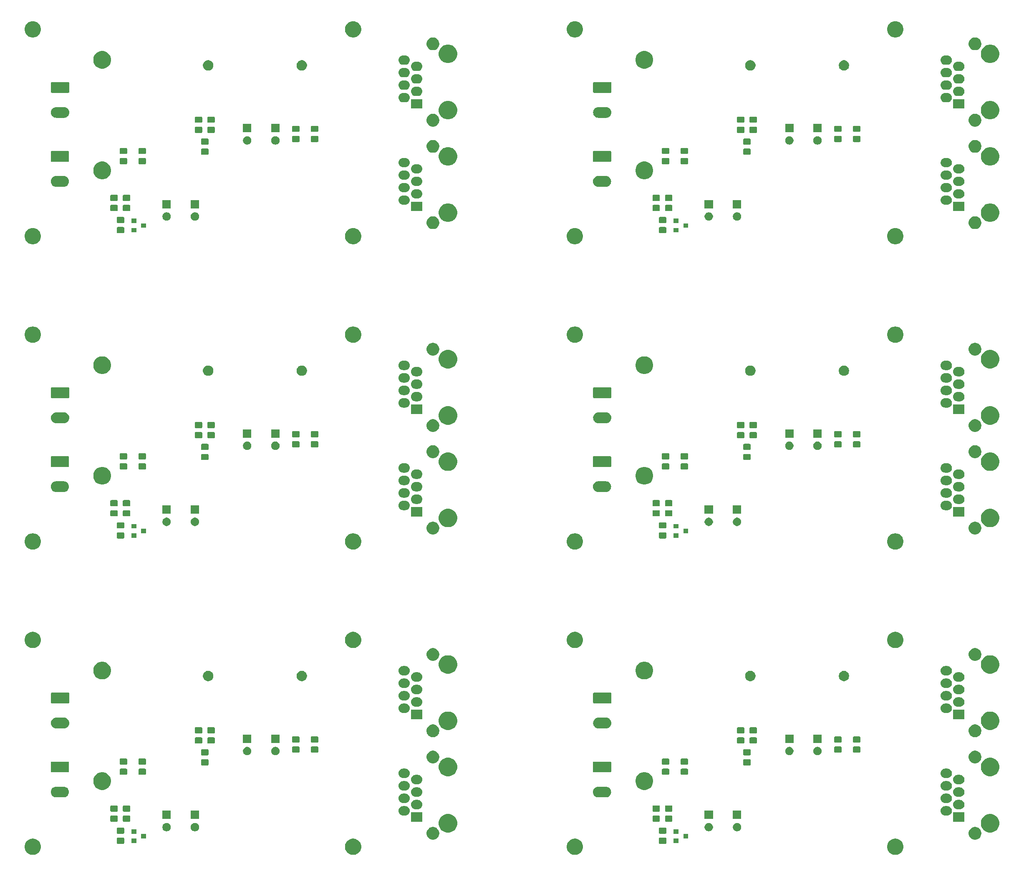
<source format=gbr>
G04 #@! TF.GenerationSoftware,KiCad,Pcbnew,5.1.4*
G04 #@! TF.CreationDate,2019-11-01T23:16:51-03:00*
G04 #@! TF.ProjectId,fonte_18V_panel,666f6e74-655f-4313-9856-5f70616e656c,rev?*
G04 #@! TF.SameCoordinates,Original*
G04 #@! TF.FileFunction,Soldermask,Bot*
G04 #@! TF.FilePolarity,Negative*
%FSLAX46Y46*%
G04 Gerber Fmt 4.6, Leading zero omitted, Abs format (unit mm)*
G04 Created by KiCad (PCBNEW 5.1.4) date 2019-11-01 23:16:51*
%MOMM*%
%LPD*%
G04 APERTURE LIST*
%ADD10C,0.100000*%
G04 APERTURE END LIST*
D10*
G36*
X225775256Y-185591298D02*
G01*
X225881579Y-185612447D01*
X226182042Y-185736903D01*
X226452451Y-185917585D01*
X226682415Y-186147549D01*
X226682416Y-186147551D01*
X226863098Y-186417960D01*
X226887291Y-186476367D01*
X226987553Y-186718421D01*
X227051000Y-187037391D01*
X227051000Y-187362609D01*
X226987553Y-187681579D01*
X226863097Y-187982042D01*
X226682415Y-188252451D01*
X226452451Y-188482415D01*
X226182042Y-188663097D01*
X225881579Y-188787553D01*
X225775256Y-188808702D01*
X225562611Y-188851000D01*
X225237389Y-188851000D01*
X225024744Y-188808702D01*
X224918421Y-188787553D01*
X224617958Y-188663097D01*
X224347549Y-188482415D01*
X224117585Y-188252451D01*
X223936903Y-187982042D01*
X223812447Y-187681579D01*
X223749000Y-187362609D01*
X223749000Y-187037391D01*
X223812447Y-186718421D01*
X223912709Y-186476367D01*
X223936902Y-186417960D01*
X224117584Y-186147551D01*
X224117585Y-186147549D01*
X224347549Y-185917585D01*
X224617958Y-185736903D01*
X224918421Y-185612447D01*
X225024744Y-185591298D01*
X225237389Y-185549000D01*
X225562611Y-185549000D01*
X225775256Y-185591298D01*
X225775256Y-185591298D01*
G37*
G36*
X160775256Y-185591298D02*
G01*
X160881579Y-185612447D01*
X161182042Y-185736903D01*
X161452451Y-185917585D01*
X161682415Y-186147549D01*
X161682416Y-186147551D01*
X161863098Y-186417960D01*
X161887291Y-186476367D01*
X161987553Y-186718421D01*
X162051000Y-187037391D01*
X162051000Y-187362609D01*
X161987553Y-187681579D01*
X161863097Y-187982042D01*
X161682415Y-188252451D01*
X161452451Y-188482415D01*
X161182042Y-188663097D01*
X160881579Y-188787553D01*
X160775256Y-188808702D01*
X160562611Y-188851000D01*
X160237389Y-188851000D01*
X160024744Y-188808702D01*
X159918421Y-188787553D01*
X159617958Y-188663097D01*
X159347549Y-188482415D01*
X159117585Y-188252451D01*
X158936903Y-187982042D01*
X158812447Y-187681579D01*
X158749000Y-187362609D01*
X158749000Y-187037391D01*
X158812447Y-186718421D01*
X158912709Y-186476367D01*
X158936902Y-186417960D01*
X159117584Y-186147551D01*
X159117585Y-186147549D01*
X159347549Y-185917585D01*
X159617958Y-185736903D01*
X159918421Y-185612447D01*
X160024744Y-185591298D01*
X160237389Y-185549000D01*
X160562611Y-185549000D01*
X160775256Y-185591298D01*
X160775256Y-185591298D01*
G37*
G36*
X115775256Y-185591298D02*
G01*
X115881579Y-185612447D01*
X116182042Y-185736903D01*
X116452451Y-185917585D01*
X116682415Y-186147549D01*
X116682416Y-186147551D01*
X116863098Y-186417960D01*
X116887291Y-186476367D01*
X116987553Y-186718421D01*
X117051000Y-187037391D01*
X117051000Y-187362609D01*
X116987553Y-187681579D01*
X116863097Y-187982042D01*
X116682415Y-188252451D01*
X116452451Y-188482415D01*
X116182042Y-188663097D01*
X115881579Y-188787553D01*
X115775256Y-188808702D01*
X115562611Y-188851000D01*
X115237389Y-188851000D01*
X115024744Y-188808702D01*
X114918421Y-188787553D01*
X114617958Y-188663097D01*
X114347549Y-188482415D01*
X114117585Y-188252451D01*
X113936903Y-187982042D01*
X113812447Y-187681579D01*
X113749000Y-187362609D01*
X113749000Y-187037391D01*
X113812447Y-186718421D01*
X113912709Y-186476367D01*
X113936902Y-186417960D01*
X114117584Y-186147551D01*
X114117585Y-186147549D01*
X114347549Y-185917585D01*
X114617958Y-185736903D01*
X114918421Y-185612447D01*
X115024744Y-185591298D01*
X115237389Y-185549000D01*
X115562611Y-185549000D01*
X115775256Y-185591298D01*
X115775256Y-185591298D01*
G37*
G36*
X50775256Y-185591298D02*
G01*
X50881579Y-185612447D01*
X51182042Y-185736903D01*
X51452451Y-185917585D01*
X51682415Y-186147549D01*
X51682416Y-186147551D01*
X51863098Y-186417960D01*
X51887291Y-186476367D01*
X51987553Y-186718421D01*
X52051000Y-187037391D01*
X52051000Y-187362609D01*
X51987553Y-187681579D01*
X51863097Y-187982042D01*
X51682415Y-188252451D01*
X51452451Y-188482415D01*
X51182042Y-188663097D01*
X50881579Y-188787553D01*
X50775256Y-188808702D01*
X50562611Y-188851000D01*
X50237389Y-188851000D01*
X50024744Y-188808702D01*
X49918421Y-188787553D01*
X49617958Y-188663097D01*
X49347549Y-188482415D01*
X49117585Y-188252451D01*
X48936903Y-187982042D01*
X48812447Y-187681579D01*
X48749000Y-187362609D01*
X48749000Y-187037391D01*
X48812447Y-186718421D01*
X48912709Y-186476367D01*
X48936902Y-186417960D01*
X49117584Y-186147551D01*
X49117585Y-186147549D01*
X49347549Y-185917585D01*
X49617958Y-185736903D01*
X49918421Y-185612447D01*
X50024744Y-185591298D01*
X50237389Y-185549000D01*
X50562611Y-185549000D01*
X50775256Y-185591298D01*
X50775256Y-185591298D01*
G37*
G36*
X178788674Y-185353465D02*
G01*
X178826367Y-185364899D01*
X178861103Y-185383466D01*
X178891548Y-185408452D01*
X178916534Y-185438897D01*
X178935101Y-185473633D01*
X178946535Y-185511326D01*
X178951000Y-185556661D01*
X178951000Y-186393339D01*
X178946535Y-186438674D01*
X178935101Y-186476367D01*
X178916534Y-186511103D01*
X178891548Y-186541548D01*
X178861103Y-186566534D01*
X178826367Y-186585101D01*
X178788674Y-186596535D01*
X178743339Y-186601000D01*
X177656661Y-186601000D01*
X177611326Y-186596535D01*
X177573633Y-186585101D01*
X177538897Y-186566534D01*
X177508452Y-186541548D01*
X177483466Y-186511103D01*
X177464899Y-186476367D01*
X177453465Y-186438674D01*
X177449000Y-186393339D01*
X177449000Y-185556661D01*
X177453465Y-185511326D01*
X177464899Y-185473633D01*
X177483466Y-185438897D01*
X177508452Y-185408452D01*
X177538897Y-185383466D01*
X177573633Y-185364899D01*
X177611326Y-185353465D01*
X177656661Y-185349000D01*
X178743339Y-185349000D01*
X178788674Y-185353465D01*
X178788674Y-185353465D01*
G37*
G36*
X68788674Y-185353465D02*
G01*
X68826367Y-185364899D01*
X68861103Y-185383466D01*
X68891548Y-185408452D01*
X68916534Y-185438897D01*
X68935101Y-185473633D01*
X68946535Y-185511326D01*
X68951000Y-185556661D01*
X68951000Y-186393339D01*
X68946535Y-186438674D01*
X68935101Y-186476367D01*
X68916534Y-186511103D01*
X68891548Y-186541548D01*
X68861103Y-186566534D01*
X68826367Y-186585101D01*
X68788674Y-186596535D01*
X68743339Y-186601000D01*
X67656661Y-186601000D01*
X67611326Y-186596535D01*
X67573633Y-186585101D01*
X67538897Y-186566534D01*
X67508452Y-186541548D01*
X67483466Y-186511103D01*
X67464899Y-186476367D01*
X67453465Y-186438674D01*
X67449000Y-186393339D01*
X67449000Y-185556661D01*
X67453465Y-185511326D01*
X67464899Y-185473633D01*
X67483466Y-185438897D01*
X67508452Y-185408452D01*
X67538897Y-185383466D01*
X67573633Y-185364899D01*
X67611326Y-185353465D01*
X67656661Y-185349000D01*
X68743339Y-185349000D01*
X68788674Y-185353465D01*
X68788674Y-185353465D01*
G37*
G36*
X71401000Y-186451000D02*
G01*
X70399000Y-186451000D01*
X70399000Y-185549000D01*
X71401000Y-185549000D01*
X71401000Y-186451000D01*
X71401000Y-186451000D01*
G37*
G36*
X181401000Y-186451000D02*
G01*
X180399000Y-186451000D01*
X180399000Y-185549000D01*
X181401000Y-185549000D01*
X181401000Y-186451000D01*
X181401000Y-186451000D01*
G37*
G36*
X241971487Y-183216996D02*
G01*
X242207845Y-183314899D01*
X242208255Y-183315069D01*
X242365239Y-183419962D01*
X242421339Y-183457447D01*
X242602553Y-183638661D01*
X242744932Y-183851747D01*
X242843004Y-184088513D01*
X242893000Y-184339861D01*
X242893000Y-184596139D01*
X242843004Y-184847487D01*
X242744932Y-185084253D01*
X242744931Y-185084255D01*
X242602553Y-185297339D01*
X242421339Y-185478553D01*
X242208255Y-185620931D01*
X242208254Y-185620932D01*
X242208253Y-185620932D01*
X241971487Y-185719004D01*
X241720139Y-185769000D01*
X241463861Y-185769000D01*
X241212513Y-185719004D01*
X240975747Y-185620932D01*
X240975746Y-185620932D01*
X240975745Y-185620931D01*
X240762661Y-185478553D01*
X240581447Y-185297339D01*
X240439069Y-185084255D01*
X240439068Y-185084253D01*
X240340996Y-184847487D01*
X240291000Y-184596139D01*
X240291000Y-184339861D01*
X240340996Y-184088513D01*
X240439068Y-183851747D01*
X240581447Y-183638661D01*
X240762661Y-183457447D01*
X240818761Y-183419962D01*
X240975745Y-183315069D01*
X240976155Y-183314899D01*
X241212513Y-183216996D01*
X241463861Y-183167000D01*
X241720139Y-183167000D01*
X241971487Y-183216996D01*
X241971487Y-183216996D01*
G37*
G36*
X131971487Y-183216996D02*
G01*
X132207845Y-183314899D01*
X132208255Y-183315069D01*
X132365239Y-183419962D01*
X132421339Y-183457447D01*
X132602553Y-183638661D01*
X132744932Y-183851747D01*
X132843004Y-184088513D01*
X132893000Y-184339861D01*
X132893000Y-184596139D01*
X132843004Y-184847487D01*
X132744932Y-185084253D01*
X132744931Y-185084255D01*
X132602553Y-185297339D01*
X132421339Y-185478553D01*
X132208255Y-185620931D01*
X132208254Y-185620932D01*
X132208253Y-185620932D01*
X131971487Y-185719004D01*
X131720139Y-185769000D01*
X131463861Y-185769000D01*
X131212513Y-185719004D01*
X130975747Y-185620932D01*
X130975746Y-185620932D01*
X130975745Y-185620931D01*
X130762661Y-185478553D01*
X130581447Y-185297339D01*
X130439069Y-185084255D01*
X130439068Y-185084253D01*
X130340996Y-184847487D01*
X130291000Y-184596139D01*
X130291000Y-184339861D01*
X130340996Y-184088513D01*
X130439068Y-183851747D01*
X130581447Y-183638661D01*
X130762661Y-183457447D01*
X130818761Y-183419962D01*
X130975745Y-183315069D01*
X130976155Y-183314899D01*
X131212513Y-183216996D01*
X131463861Y-183167000D01*
X131720139Y-183167000D01*
X131971487Y-183216996D01*
X131971487Y-183216996D01*
G37*
G36*
X183401000Y-185501000D02*
G01*
X182399000Y-185501000D01*
X182399000Y-184599000D01*
X183401000Y-184599000D01*
X183401000Y-185501000D01*
X183401000Y-185501000D01*
G37*
G36*
X73401000Y-185501000D02*
G01*
X72399000Y-185501000D01*
X72399000Y-184599000D01*
X73401000Y-184599000D01*
X73401000Y-185501000D01*
X73401000Y-185501000D01*
G37*
G36*
X68788674Y-183303465D02*
G01*
X68826367Y-183314899D01*
X68861103Y-183333466D01*
X68891548Y-183358452D01*
X68916534Y-183388897D01*
X68935101Y-183423633D01*
X68946535Y-183461326D01*
X68951000Y-183506661D01*
X68951000Y-184343339D01*
X68946535Y-184388674D01*
X68935101Y-184426367D01*
X68916534Y-184461103D01*
X68891548Y-184491548D01*
X68861103Y-184516534D01*
X68826367Y-184535101D01*
X68788674Y-184546535D01*
X68743339Y-184551000D01*
X67656661Y-184551000D01*
X67611326Y-184546535D01*
X67573633Y-184535101D01*
X67538897Y-184516534D01*
X67508452Y-184491548D01*
X67483466Y-184461103D01*
X67464899Y-184426367D01*
X67453465Y-184388674D01*
X67449000Y-184343339D01*
X67449000Y-183506661D01*
X67453465Y-183461326D01*
X67464899Y-183423633D01*
X67483466Y-183388897D01*
X67508452Y-183358452D01*
X67538897Y-183333466D01*
X67573633Y-183314899D01*
X67611326Y-183303465D01*
X67656661Y-183299000D01*
X68743339Y-183299000D01*
X68788674Y-183303465D01*
X68788674Y-183303465D01*
G37*
G36*
X181401000Y-184551000D02*
G01*
X180399000Y-184551000D01*
X180399000Y-183649000D01*
X181401000Y-183649000D01*
X181401000Y-184551000D01*
X181401000Y-184551000D01*
G37*
G36*
X71401000Y-184551000D02*
G01*
X70399000Y-184551000D01*
X70399000Y-183649000D01*
X71401000Y-183649000D01*
X71401000Y-184551000D01*
X71401000Y-184551000D01*
G37*
G36*
X178788674Y-183303465D02*
G01*
X178826367Y-183314899D01*
X178861103Y-183333466D01*
X178891548Y-183358452D01*
X178916534Y-183388897D01*
X178935101Y-183423633D01*
X178946535Y-183461326D01*
X178951000Y-183506661D01*
X178951000Y-184343339D01*
X178946535Y-184388674D01*
X178935101Y-184426367D01*
X178916534Y-184461103D01*
X178891548Y-184491548D01*
X178861103Y-184516534D01*
X178826367Y-184535101D01*
X178788674Y-184546535D01*
X178743339Y-184551000D01*
X177656661Y-184551000D01*
X177611326Y-184546535D01*
X177573633Y-184535101D01*
X177538897Y-184516534D01*
X177508452Y-184491548D01*
X177483466Y-184461103D01*
X177464899Y-184426367D01*
X177453465Y-184388674D01*
X177449000Y-184343339D01*
X177449000Y-183506661D01*
X177453465Y-183461326D01*
X177464899Y-183423633D01*
X177483466Y-183388897D01*
X177508452Y-183358452D01*
X177538897Y-183333466D01*
X177573633Y-183314899D01*
X177611326Y-183303465D01*
X177656661Y-183299000D01*
X178743339Y-183299000D01*
X178788674Y-183303465D01*
X178788674Y-183303465D01*
G37*
G36*
X135189208Y-180629093D02*
G01*
X135530617Y-180770510D01*
X135530619Y-180770511D01*
X135782359Y-180938718D01*
X135837880Y-180975816D01*
X136099184Y-181237120D01*
X136304490Y-181544383D01*
X136445907Y-181885792D01*
X136518000Y-182248229D01*
X136518000Y-182617771D01*
X136445907Y-182980208D01*
X136304490Y-183321617D01*
X136304489Y-183321619D01*
X136099184Y-183628880D01*
X135837880Y-183890184D01*
X135530619Y-184095489D01*
X135530618Y-184095490D01*
X135530617Y-184095490D01*
X135189208Y-184236907D01*
X134826771Y-184309000D01*
X134457229Y-184309000D01*
X134094792Y-184236907D01*
X133753383Y-184095490D01*
X133753382Y-184095490D01*
X133753381Y-184095489D01*
X133446120Y-183890184D01*
X133184816Y-183628880D01*
X132979511Y-183321619D01*
X132979510Y-183321617D01*
X132838093Y-182980208D01*
X132766000Y-182617771D01*
X132766000Y-182248229D01*
X132838093Y-181885792D01*
X132979510Y-181544383D01*
X133184816Y-181237120D01*
X133446120Y-180975816D01*
X133501641Y-180938718D01*
X133753381Y-180770511D01*
X133753383Y-180770510D01*
X134094792Y-180629093D01*
X134457229Y-180557000D01*
X134826771Y-180557000D01*
X135189208Y-180629093D01*
X135189208Y-180629093D01*
G37*
G36*
X245189208Y-180629093D02*
G01*
X245530617Y-180770510D01*
X245530619Y-180770511D01*
X245782359Y-180938718D01*
X245837880Y-180975816D01*
X246099184Y-181237120D01*
X246304490Y-181544383D01*
X246445907Y-181885792D01*
X246518000Y-182248229D01*
X246518000Y-182617771D01*
X246445907Y-182980208D01*
X246304490Y-183321617D01*
X246304489Y-183321619D01*
X246099184Y-183628880D01*
X245837880Y-183890184D01*
X245530619Y-184095489D01*
X245530618Y-184095490D01*
X245530617Y-184095490D01*
X245189208Y-184236907D01*
X244826771Y-184309000D01*
X244457229Y-184309000D01*
X244094792Y-184236907D01*
X243753383Y-184095490D01*
X243753382Y-184095490D01*
X243753381Y-184095489D01*
X243446120Y-183890184D01*
X243184816Y-183628880D01*
X242979511Y-183321619D01*
X242979510Y-183321617D01*
X242838093Y-182980208D01*
X242766000Y-182617771D01*
X242766000Y-182248229D01*
X242838093Y-181885792D01*
X242979510Y-181544383D01*
X243184816Y-181237120D01*
X243446120Y-180975816D01*
X243501641Y-180938718D01*
X243753381Y-180770511D01*
X243753383Y-180770510D01*
X244094792Y-180629093D01*
X244457229Y-180557000D01*
X244826771Y-180557000D01*
X245189208Y-180629093D01*
X245189208Y-180629093D01*
G37*
G36*
X83548228Y-182395703D02*
G01*
X83703100Y-182459853D01*
X83842481Y-182552985D01*
X83961015Y-182671519D01*
X84054147Y-182810900D01*
X84118297Y-182965772D01*
X84151000Y-183130184D01*
X84151000Y-183297816D01*
X84118297Y-183462228D01*
X84054147Y-183617100D01*
X83961015Y-183756481D01*
X83842481Y-183875015D01*
X83703100Y-183968147D01*
X83548228Y-184032297D01*
X83383816Y-184065000D01*
X83216184Y-184065000D01*
X83051772Y-184032297D01*
X82896900Y-183968147D01*
X82757519Y-183875015D01*
X82638985Y-183756481D01*
X82545853Y-183617100D01*
X82481703Y-183462228D01*
X82449000Y-183297816D01*
X82449000Y-183130184D01*
X82481703Y-182965772D01*
X82545853Y-182810900D01*
X82638985Y-182671519D01*
X82757519Y-182552985D01*
X82896900Y-182459853D01*
X83051772Y-182395703D01*
X83216184Y-182363000D01*
X83383816Y-182363000D01*
X83548228Y-182395703D01*
X83548228Y-182395703D01*
G37*
G36*
X193548228Y-182395703D02*
G01*
X193703100Y-182459853D01*
X193842481Y-182552985D01*
X193961015Y-182671519D01*
X194054147Y-182810900D01*
X194118297Y-182965772D01*
X194151000Y-183130184D01*
X194151000Y-183297816D01*
X194118297Y-183462228D01*
X194054147Y-183617100D01*
X193961015Y-183756481D01*
X193842481Y-183875015D01*
X193703100Y-183968147D01*
X193548228Y-184032297D01*
X193383816Y-184065000D01*
X193216184Y-184065000D01*
X193051772Y-184032297D01*
X192896900Y-183968147D01*
X192757519Y-183875015D01*
X192638985Y-183756481D01*
X192545853Y-183617100D01*
X192481703Y-183462228D01*
X192449000Y-183297816D01*
X192449000Y-183130184D01*
X192481703Y-182965772D01*
X192545853Y-182810900D01*
X192638985Y-182671519D01*
X192757519Y-182552985D01*
X192896900Y-182459853D01*
X193051772Y-182395703D01*
X193216184Y-182363000D01*
X193383816Y-182363000D01*
X193548228Y-182395703D01*
X193548228Y-182395703D01*
G37*
G36*
X187806228Y-182395703D02*
G01*
X187961100Y-182459853D01*
X188100481Y-182552985D01*
X188219015Y-182671519D01*
X188312147Y-182810900D01*
X188376297Y-182965772D01*
X188409000Y-183130184D01*
X188409000Y-183297816D01*
X188376297Y-183462228D01*
X188312147Y-183617100D01*
X188219015Y-183756481D01*
X188100481Y-183875015D01*
X187961100Y-183968147D01*
X187806228Y-184032297D01*
X187641816Y-184065000D01*
X187474184Y-184065000D01*
X187309772Y-184032297D01*
X187154900Y-183968147D01*
X187015519Y-183875015D01*
X186896985Y-183756481D01*
X186803853Y-183617100D01*
X186739703Y-183462228D01*
X186707000Y-183297816D01*
X186707000Y-183130184D01*
X186739703Y-182965772D01*
X186803853Y-182810900D01*
X186896985Y-182671519D01*
X187015519Y-182552985D01*
X187154900Y-182459853D01*
X187309772Y-182395703D01*
X187474184Y-182363000D01*
X187641816Y-182363000D01*
X187806228Y-182395703D01*
X187806228Y-182395703D01*
G37*
G36*
X77806228Y-182395703D02*
G01*
X77961100Y-182459853D01*
X78100481Y-182552985D01*
X78219015Y-182671519D01*
X78312147Y-182810900D01*
X78376297Y-182965772D01*
X78409000Y-183130184D01*
X78409000Y-183297816D01*
X78376297Y-183462228D01*
X78312147Y-183617100D01*
X78219015Y-183756481D01*
X78100481Y-183875015D01*
X77961100Y-183968147D01*
X77806228Y-184032297D01*
X77641816Y-184065000D01*
X77474184Y-184065000D01*
X77309772Y-184032297D01*
X77154900Y-183968147D01*
X77015519Y-183875015D01*
X76896985Y-183756481D01*
X76803853Y-183617100D01*
X76739703Y-183462228D01*
X76707000Y-183297816D01*
X76707000Y-183130184D01*
X76739703Y-182965772D01*
X76803853Y-182810900D01*
X76896985Y-182671519D01*
X77015519Y-182552985D01*
X77154900Y-182459853D01*
X77309772Y-182395703D01*
X77474184Y-182363000D01*
X77641816Y-182363000D01*
X77806228Y-182395703D01*
X77806228Y-182395703D01*
G37*
G36*
X239443000Y-182114000D02*
G01*
X237141000Y-182114000D01*
X237141000Y-180212000D01*
X239443000Y-180212000D01*
X239443000Y-182114000D01*
X239443000Y-182114000D01*
G37*
G36*
X129443000Y-182114000D02*
G01*
X127141000Y-182114000D01*
X127141000Y-180212000D01*
X129443000Y-180212000D01*
X129443000Y-182114000D01*
X129443000Y-182114000D01*
G37*
G36*
X177478674Y-180863465D02*
G01*
X177516367Y-180874899D01*
X177551103Y-180893466D01*
X177581548Y-180918452D01*
X177606534Y-180948897D01*
X177625101Y-180983633D01*
X177636535Y-181021326D01*
X177641000Y-181066661D01*
X177641000Y-181903339D01*
X177636535Y-181948674D01*
X177625101Y-181986367D01*
X177606534Y-182021103D01*
X177581548Y-182051548D01*
X177551103Y-182076534D01*
X177516367Y-182095101D01*
X177478674Y-182106535D01*
X177433339Y-182111000D01*
X176346661Y-182111000D01*
X176301326Y-182106535D01*
X176263633Y-182095101D01*
X176228897Y-182076534D01*
X176198452Y-182051548D01*
X176173466Y-182021103D01*
X176154899Y-181986367D01*
X176143465Y-181948674D01*
X176139000Y-181903339D01*
X176139000Y-181066661D01*
X176143465Y-181021326D01*
X176154899Y-180983633D01*
X176173466Y-180948897D01*
X176198452Y-180918452D01*
X176228897Y-180893466D01*
X176263633Y-180874899D01*
X176301326Y-180863465D01*
X176346661Y-180859000D01*
X177433339Y-180859000D01*
X177478674Y-180863465D01*
X177478674Y-180863465D01*
G37*
G36*
X70018674Y-180863465D02*
G01*
X70056367Y-180874899D01*
X70091103Y-180893466D01*
X70121548Y-180918452D01*
X70146534Y-180948897D01*
X70165101Y-180983633D01*
X70176535Y-181021326D01*
X70181000Y-181066661D01*
X70181000Y-181903339D01*
X70176535Y-181948674D01*
X70165101Y-181986367D01*
X70146534Y-182021103D01*
X70121548Y-182051548D01*
X70091103Y-182076534D01*
X70056367Y-182095101D01*
X70018674Y-182106535D01*
X69973339Y-182111000D01*
X68886661Y-182111000D01*
X68841326Y-182106535D01*
X68803633Y-182095101D01*
X68768897Y-182076534D01*
X68738452Y-182051548D01*
X68713466Y-182021103D01*
X68694899Y-181986367D01*
X68683465Y-181948674D01*
X68679000Y-181903339D01*
X68679000Y-181066661D01*
X68683465Y-181021326D01*
X68694899Y-180983633D01*
X68713466Y-180948897D01*
X68738452Y-180918452D01*
X68768897Y-180893466D01*
X68803633Y-180874899D01*
X68841326Y-180863465D01*
X68886661Y-180859000D01*
X69973339Y-180859000D01*
X70018674Y-180863465D01*
X70018674Y-180863465D01*
G37*
G36*
X67478674Y-180863465D02*
G01*
X67516367Y-180874899D01*
X67551103Y-180893466D01*
X67581548Y-180918452D01*
X67606534Y-180948897D01*
X67625101Y-180983633D01*
X67636535Y-181021326D01*
X67641000Y-181066661D01*
X67641000Y-181903339D01*
X67636535Y-181948674D01*
X67625101Y-181986367D01*
X67606534Y-182021103D01*
X67581548Y-182051548D01*
X67551103Y-182076534D01*
X67516367Y-182095101D01*
X67478674Y-182106535D01*
X67433339Y-182111000D01*
X66346661Y-182111000D01*
X66301326Y-182106535D01*
X66263633Y-182095101D01*
X66228897Y-182076534D01*
X66198452Y-182051548D01*
X66173466Y-182021103D01*
X66154899Y-181986367D01*
X66143465Y-181948674D01*
X66139000Y-181903339D01*
X66139000Y-181066661D01*
X66143465Y-181021326D01*
X66154899Y-180983633D01*
X66173466Y-180948897D01*
X66198452Y-180918452D01*
X66228897Y-180893466D01*
X66263633Y-180874899D01*
X66301326Y-180863465D01*
X66346661Y-180859000D01*
X67433339Y-180859000D01*
X67478674Y-180863465D01*
X67478674Y-180863465D01*
G37*
G36*
X180018674Y-180863465D02*
G01*
X180056367Y-180874899D01*
X180091103Y-180893466D01*
X180121548Y-180918452D01*
X180146534Y-180948897D01*
X180165101Y-180983633D01*
X180176535Y-181021326D01*
X180181000Y-181066661D01*
X180181000Y-181903339D01*
X180176535Y-181948674D01*
X180165101Y-181986367D01*
X180146534Y-182021103D01*
X180121548Y-182051548D01*
X180091103Y-182076534D01*
X180056367Y-182095101D01*
X180018674Y-182106535D01*
X179973339Y-182111000D01*
X178886661Y-182111000D01*
X178841326Y-182106535D01*
X178803633Y-182095101D01*
X178768897Y-182076534D01*
X178738452Y-182051548D01*
X178713466Y-182021103D01*
X178694899Y-181986367D01*
X178683465Y-181948674D01*
X178679000Y-181903339D01*
X178679000Y-181066661D01*
X178683465Y-181021326D01*
X178694899Y-180983633D01*
X178713466Y-180948897D01*
X178738452Y-180918452D01*
X178768897Y-180893466D01*
X178803633Y-180874899D01*
X178841326Y-180863465D01*
X178886661Y-180859000D01*
X179973339Y-180859000D01*
X180018674Y-180863465D01*
X180018674Y-180863465D01*
G37*
G36*
X78409000Y-181565000D02*
G01*
X76707000Y-181565000D01*
X76707000Y-179863000D01*
X78409000Y-179863000D01*
X78409000Y-181565000D01*
X78409000Y-181565000D01*
G37*
G36*
X194151000Y-181565000D02*
G01*
X192449000Y-181565000D01*
X192449000Y-179863000D01*
X194151000Y-179863000D01*
X194151000Y-181565000D01*
X194151000Y-181565000D01*
G37*
G36*
X84151000Y-181565000D02*
G01*
X82449000Y-181565000D01*
X82449000Y-179863000D01*
X84151000Y-179863000D01*
X84151000Y-181565000D01*
X84151000Y-181565000D01*
G37*
G36*
X188409000Y-181565000D02*
G01*
X186707000Y-181565000D01*
X186707000Y-179863000D01*
X188409000Y-179863000D01*
X188409000Y-181565000D01*
X188409000Y-181565000D01*
G37*
G36*
X126138425Y-178955760D02*
G01*
X126138428Y-178955761D01*
X126138429Y-178955761D01*
X126317693Y-179010140D01*
X126317696Y-179010142D01*
X126317697Y-179010142D01*
X126482903Y-179098446D01*
X126627712Y-179217288D01*
X126746554Y-179362097D01*
X126834858Y-179527303D01*
X126834860Y-179527307D01*
X126889239Y-179706571D01*
X126889240Y-179706575D01*
X126907601Y-179893000D01*
X126889240Y-180079425D01*
X126889239Y-180079428D01*
X126889239Y-180079429D01*
X126834860Y-180258693D01*
X126834858Y-180258696D01*
X126834858Y-180258697D01*
X126746554Y-180423903D01*
X126627712Y-180568712D01*
X126482903Y-180687554D01*
X126317697Y-180775858D01*
X126317693Y-180775860D01*
X126138429Y-180830239D01*
X126138428Y-180830239D01*
X126138425Y-180830240D01*
X125998718Y-180844000D01*
X125505282Y-180844000D01*
X125365575Y-180830240D01*
X125365572Y-180830239D01*
X125365571Y-180830239D01*
X125186307Y-180775860D01*
X125186303Y-180775858D01*
X125021097Y-180687554D01*
X124876288Y-180568712D01*
X124757446Y-180423903D01*
X124669142Y-180258697D01*
X124669142Y-180258696D01*
X124669140Y-180258693D01*
X124614761Y-180079429D01*
X124614761Y-180079428D01*
X124614760Y-180079425D01*
X124596399Y-179893000D01*
X124614760Y-179706575D01*
X124614761Y-179706571D01*
X124669140Y-179527307D01*
X124669142Y-179527303D01*
X124757446Y-179362097D01*
X124876288Y-179217288D01*
X125021097Y-179098446D01*
X125186303Y-179010142D01*
X125186304Y-179010142D01*
X125186307Y-179010140D01*
X125365571Y-178955761D01*
X125365572Y-178955761D01*
X125365575Y-178955760D01*
X125505282Y-178942000D01*
X125998718Y-178942000D01*
X126138425Y-178955760D01*
X126138425Y-178955760D01*
G37*
G36*
X236138425Y-178955760D02*
G01*
X236138428Y-178955761D01*
X236138429Y-178955761D01*
X236317693Y-179010140D01*
X236317696Y-179010142D01*
X236317697Y-179010142D01*
X236482903Y-179098446D01*
X236627712Y-179217288D01*
X236746554Y-179362097D01*
X236834858Y-179527303D01*
X236834860Y-179527307D01*
X236889239Y-179706571D01*
X236889240Y-179706575D01*
X236907601Y-179893000D01*
X236889240Y-180079425D01*
X236889239Y-180079428D01*
X236889239Y-180079429D01*
X236834860Y-180258693D01*
X236834858Y-180258696D01*
X236834858Y-180258697D01*
X236746554Y-180423903D01*
X236627712Y-180568712D01*
X236482903Y-180687554D01*
X236317697Y-180775858D01*
X236317693Y-180775860D01*
X236138429Y-180830239D01*
X236138428Y-180830239D01*
X236138425Y-180830240D01*
X235998718Y-180844000D01*
X235505282Y-180844000D01*
X235365575Y-180830240D01*
X235365572Y-180830239D01*
X235365571Y-180830239D01*
X235186307Y-180775860D01*
X235186303Y-180775858D01*
X235021097Y-180687554D01*
X234876288Y-180568712D01*
X234757446Y-180423903D01*
X234669142Y-180258697D01*
X234669142Y-180258696D01*
X234669140Y-180258693D01*
X234614761Y-180079429D01*
X234614761Y-180079428D01*
X234614760Y-180079425D01*
X234596399Y-179893000D01*
X234614760Y-179706575D01*
X234614761Y-179706571D01*
X234669140Y-179527307D01*
X234669142Y-179527303D01*
X234757446Y-179362097D01*
X234876288Y-179217288D01*
X235021097Y-179098446D01*
X235186303Y-179010142D01*
X235186304Y-179010142D01*
X235186307Y-179010140D01*
X235365571Y-178955761D01*
X235365572Y-178955761D01*
X235365575Y-178955760D01*
X235505282Y-178942000D01*
X235998718Y-178942000D01*
X236138425Y-178955760D01*
X236138425Y-178955760D01*
G37*
G36*
X67478674Y-178813465D02*
G01*
X67516367Y-178824899D01*
X67551103Y-178843466D01*
X67581548Y-178868452D01*
X67606534Y-178898897D01*
X67625101Y-178933633D01*
X67636535Y-178971326D01*
X67641000Y-179016661D01*
X67641000Y-179853339D01*
X67636535Y-179898674D01*
X67625101Y-179936367D01*
X67606534Y-179971103D01*
X67581548Y-180001548D01*
X67551103Y-180026534D01*
X67516367Y-180045101D01*
X67478674Y-180056535D01*
X67433339Y-180061000D01*
X66346661Y-180061000D01*
X66301326Y-180056535D01*
X66263633Y-180045101D01*
X66228897Y-180026534D01*
X66198452Y-180001548D01*
X66173466Y-179971103D01*
X66154899Y-179936367D01*
X66143465Y-179898674D01*
X66139000Y-179853339D01*
X66139000Y-179016661D01*
X66143465Y-178971326D01*
X66154899Y-178933633D01*
X66173466Y-178898897D01*
X66198452Y-178868452D01*
X66228897Y-178843466D01*
X66263633Y-178824899D01*
X66301326Y-178813465D01*
X66346661Y-178809000D01*
X67433339Y-178809000D01*
X67478674Y-178813465D01*
X67478674Y-178813465D01*
G37*
G36*
X180018674Y-178813465D02*
G01*
X180056367Y-178824899D01*
X180091103Y-178843466D01*
X180121548Y-178868452D01*
X180146534Y-178898897D01*
X180165101Y-178933633D01*
X180176535Y-178971326D01*
X180181000Y-179016661D01*
X180181000Y-179853339D01*
X180176535Y-179898674D01*
X180165101Y-179936367D01*
X180146534Y-179971103D01*
X180121548Y-180001548D01*
X180091103Y-180026534D01*
X180056367Y-180045101D01*
X180018674Y-180056535D01*
X179973339Y-180061000D01*
X178886661Y-180061000D01*
X178841326Y-180056535D01*
X178803633Y-180045101D01*
X178768897Y-180026534D01*
X178738452Y-180001548D01*
X178713466Y-179971103D01*
X178694899Y-179936367D01*
X178683465Y-179898674D01*
X178679000Y-179853339D01*
X178679000Y-179016661D01*
X178683465Y-178971326D01*
X178694899Y-178933633D01*
X178713466Y-178898897D01*
X178738452Y-178868452D01*
X178768897Y-178843466D01*
X178803633Y-178824899D01*
X178841326Y-178813465D01*
X178886661Y-178809000D01*
X179973339Y-178809000D01*
X180018674Y-178813465D01*
X180018674Y-178813465D01*
G37*
G36*
X177478674Y-178813465D02*
G01*
X177516367Y-178824899D01*
X177551103Y-178843466D01*
X177581548Y-178868452D01*
X177606534Y-178898897D01*
X177625101Y-178933633D01*
X177636535Y-178971326D01*
X177641000Y-179016661D01*
X177641000Y-179853339D01*
X177636535Y-179898674D01*
X177625101Y-179936367D01*
X177606534Y-179971103D01*
X177581548Y-180001548D01*
X177551103Y-180026534D01*
X177516367Y-180045101D01*
X177478674Y-180056535D01*
X177433339Y-180061000D01*
X176346661Y-180061000D01*
X176301326Y-180056535D01*
X176263633Y-180045101D01*
X176228897Y-180026534D01*
X176198452Y-180001548D01*
X176173466Y-179971103D01*
X176154899Y-179936367D01*
X176143465Y-179898674D01*
X176139000Y-179853339D01*
X176139000Y-179016661D01*
X176143465Y-178971326D01*
X176154899Y-178933633D01*
X176173466Y-178898897D01*
X176198452Y-178868452D01*
X176228897Y-178843466D01*
X176263633Y-178824899D01*
X176301326Y-178813465D01*
X176346661Y-178809000D01*
X177433339Y-178809000D01*
X177478674Y-178813465D01*
X177478674Y-178813465D01*
G37*
G36*
X70018674Y-178813465D02*
G01*
X70056367Y-178824899D01*
X70091103Y-178843466D01*
X70121548Y-178868452D01*
X70146534Y-178898897D01*
X70165101Y-178933633D01*
X70176535Y-178971326D01*
X70181000Y-179016661D01*
X70181000Y-179853339D01*
X70176535Y-179898674D01*
X70165101Y-179936367D01*
X70146534Y-179971103D01*
X70121548Y-180001548D01*
X70091103Y-180026534D01*
X70056367Y-180045101D01*
X70018674Y-180056535D01*
X69973339Y-180061000D01*
X68886661Y-180061000D01*
X68841326Y-180056535D01*
X68803633Y-180045101D01*
X68768897Y-180026534D01*
X68738452Y-180001548D01*
X68713466Y-179971103D01*
X68694899Y-179936367D01*
X68683465Y-179898674D01*
X68679000Y-179853339D01*
X68679000Y-179016661D01*
X68683465Y-178971326D01*
X68694899Y-178933633D01*
X68713466Y-178898897D01*
X68738452Y-178868452D01*
X68768897Y-178843466D01*
X68803633Y-178824899D01*
X68841326Y-178813465D01*
X68886661Y-178809000D01*
X69973339Y-178809000D01*
X70018674Y-178813465D01*
X70018674Y-178813465D01*
G37*
G36*
X238678425Y-177685760D02*
G01*
X238678428Y-177685761D01*
X238678429Y-177685761D01*
X238857693Y-177740140D01*
X238857696Y-177740142D01*
X238857697Y-177740142D01*
X239022903Y-177828446D01*
X239167712Y-177947288D01*
X239286554Y-178092097D01*
X239374858Y-178257303D01*
X239374860Y-178257307D01*
X239429239Y-178436571D01*
X239429240Y-178436575D01*
X239447601Y-178623000D01*
X239429240Y-178809425D01*
X239429239Y-178809428D01*
X239429239Y-178809429D01*
X239374860Y-178988693D01*
X239374858Y-178988696D01*
X239374858Y-178988697D01*
X239286554Y-179153903D01*
X239167712Y-179298712D01*
X239022903Y-179417554D01*
X238857697Y-179505858D01*
X238857693Y-179505860D01*
X238678429Y-179560239D01*
X238678428Y-179560239D01*
X238678425Y-179560240D01*
X238538718Y-179574000D01*
X238045282Y-179574000D01*
X237905575Y-179560240D01*
X237905572Y-179560239D01*
X237905571Y-179560239D01*
X237726307Y-179505860D01*
X237726303Y-179505858D01*
X237561097Y-179417554D01*
X237416288Y-179298712D01*
X237297446Y-179153903D01*
X237209142Y-178988697D01*
X237209142Y-178988696D01*
X237209140Y-178988693D01*
X237154761Y-178809429D01*
X237154761Y-178809428D01*
X237154760Y-178809425D01*
X237136399Y-178623000D01*
X237154760Y-178436575D01*
X237154761Y-178436571D01*
X237209140Y-178257307D01*
X237209142Y-178257303D01*
X237297446Y-178092097D01*
X237416288Y-177947288D01*
X237561097Y-177828446D01*
X237726303Y-177740142D01*
X237726304Y-177740142D01*
X237726307Y-177740140D01*
X237905571Y-177685761D01*
X237905572Y-177685761D01*
X237905575Y-177685760D01*
X238045282Y-177672000D01*
X238538718Y-177672000D01*
X238678425Y-177685760D01*
X238678425Y-177685760D01*
G37*
G36*
X128678425Y-177685760D02*
G01*
X128678428Y-177685761D01*
X128678429Y-177685761D01*
X128857693Y-177740140D01*
X128857696Y-177740142D01*
X128857697Y-177740142D01*
X129022903Y-177828446D01*
X129167712Y-177947288D01*
X129286554Y-178092097D01*
X129374858Y-178257303D01*
X129374860Y-178257307D01*
X129429239Y-178436571D01*
X129429240Y-178436575D01*
X129447601Y-178623000D01*
X129429240Y-178809425D01*
X129429239Y-178809428D01*
X129429239Y-178809429D01*
X129374860Y-178988693D01*
X129374858Y-178988696D01*
X129374858Y-178988697D01*
X129286554Y-179153903D01*
X129167712Y-179298712D01*
X129022903Y-179417554D01*
X128857697Y-179505858D01*
X128857693Y-179505860D01*
X128678429Y-179560239D01*
X128678428Y-179560239D01*
X128678425Y-179560240D01*
X128538718Y-179574000D01*
X128045282Y-179574000D01*
X127905575Y-179560240D01*
X127905572Y-179560239D01*
X127905571Y-179560239D01*
X127726307Y-179505860D01*
X127726303Y-179505858D01*
X127561097Y-179417554D01*
X127416288Y-179298712D01*
X127297446Y-179153903D01*
X127209142Y-178988697D01*
X127209142Y-178988696D01*
X127209140Y-178988693D01*
X127154761Y-178809429D01*
X127154761Y-178809428D01*
X127154760Y-178809425D01*
X127136399Y-178623000D01*
X127154760Y-178436575D01*
X127154761Y-178436571D01*
X127209140Y-178257307D01*
X127209142Y-178257303D01*
X127297446Y-178092097D01*
X127416288Y-177947288D01*
X127561097Y-177828446D01*
X127726303Y-177740142D01*
X127726304Y-177740142D01*
X127726307Y-177740140D01*
X127905571Y-177685761D01*
X127905572Y-177685761D01*
X127905575Y-177685760D01*
X128045282Y-177672000D01*
X128538718Y-177672000D01*
X128678425Y-177685760D01*
X128678425Y-177685760D01*
G37*
G36*
X236138425Y-176415760D02*
G01*
X236138428Y-176415761D01*
X236138429Y-176415761D01*
X236317693Y-176470140D01*
X236317696Y-176470142D01*
X236317697Y-176470142D01*
X236482903Y-176558446D01*
X236627712Y-176677288D01*
X236746554Y-176822097D01*
X236834858Y-176987303D01*
X236834860Y-176987307D01*
X236885794Y-177155214D01*
X236889240Y-177166575D01*
X236907601Y-177353000D01*
X236889240Y-177539425D01*
X236889239Y-177539428D01*
X236889239Y-177539429D01*
X236834860Y-177718693D01*
X236834858Y-177718696D01*
X236834858Y-177718697D01*
X236746554Y-177883903D01*
X236627712Y-178028712D01*
X236482903Y-178147554D01*
X236317697Y-178235858D01*
X236317693Y-178235860D01*
X236138429Y-178290239D01*
X236138428Y-178290239D01*
X236138425Y-178290240D01*
X235998718Y-178304000D01*
X235505282Y-178304000D01*
X235365575Y-178290240D01*
X235365572Y-178290239D01*
X235365571Y-178290239D01*
X235186307Y-178235860D01*
X235186303Y-178235858D01*
X235021097Y-178147554D01*
X234876288Y-178028712D01*
X234757446Y-177883903D01*
X234669142Y-177718697D01*
X234669142Y-177718696D01*
X234669140Y-177718693D01*
X234614761Y-177539429D01*
X234614761Y-177539428D01*
X234614760Y-177539425D01*
X234596399Y-177353000D01*
X234614760Y-177166575D01*
X234618206Y-177155214D01*
X234669140Y-176987307D01*
X234669142Y-176987303D01*
X234757446Y-176822097D01*
X234876288Y-176677288D01*
X235021097Y-176558446D01*
X235186303Y-176470142D01*
X235186304Y-176470142D01*
X235186307Y-176470140D01*
X235365571Y-176415761D01*
X235365572Y-176415761D01*
X235365575Y-176415760D01*
X235505282Y-176402000D01*
X235998718Y-176402000D01*
X236138425Y-176415760D01*
X236138425Y-176415760D01*
G37*
G36*
X126138425Y-176415760D02*
G01*
X126138428Y-176415761D01*
X126138429Y-176415761D01*
X126317693Y-176470140D01*
X126317696Y-176470142D01*
X126317697Y-176470142D01*
X126482903Y-176558446D01*
X126627712Y-176677288D01*
X126746554Y-176822097D01*
X126834858Y-176987303D01*
X126834860Y-176987307D01*
X126885794Y-177155214D01*
X126889240Y-177166575D01*
X126907601Y-177353000D01*
X126889240Y-177539425D01*
X126889239Y-177539428D01*
X126889239Y-177539429D01*
X126834860Y-177718693D01*
X126834858Y-177718696D01*
X126834858Y-177718697D01*
X126746554Y-177883903D01*
X126627712Y-178028712D01*
X126482903Y-178147554D01*
X126317697Y-178235858D01*
X126317693Y-178235860D01*
X126138429Y-178290239D01*
X126138428Y-178290239D01*
X126138425Y-178290240D01*
X125998718Y-178304000D01*
X125505282Y-178304000D01*
X125365575Y-178290240D01*
X125365572Y-178290239D01*
X125365571Y-178290239D01*
X125186307Y-178235860D01*
X125186303Y-178235858D01*
X125021097Y-178147554D01*
X124876288Y-178028712D01*
X124757446Y-177883903D01*
X124669142Y-177718697D01*
X124669142Y-177718696D01*
X124669140Y-177718693D01*
X124614761Y-177539429D01*
X124614761Y-177539428D01*
X124614760Y-177539425D01*
X124596399Y-177353000D01*
X124614760Y-177166575D01*
X124618206Y-177155214D01*
X124669140Y-176987307D01*
X124669142Y-176987303D01*
X124757446Y-176822097D01*
X124876288Y-176677288D01*
X125021097Y-176558446D01*
X125186303Y-176470142D01*
X125186304Y-176470142D01*
X125186307Y-176470140D01*
X125365571Y-176415761D01*
X125365572Y-176415761D01*
X125365575Y-176415760D01*
X125505282Y-176402000D01*
X125998718Y-176402000D01*
X126138425Y-176415760D01*
X126138425Y-176415760D01*
G37*
G36*
X166873871Y-175004786D02*
G01*
X167079530Y-175067172D01*
X167269055Y-175168475D01*
X167269058Y-175168477D01*
X167269059Y-175168478D01*
X167435186Y-175304814D01*
X167555998Y-175452025D01*
X167571525Y-175470945D01*
X167672828Y-175660470D01*
X167735214Y-175866129D01*
X167756278Y-176080000D01*
X167735214Y-176293871D01*
X167672828Y-176499530D01*
X167571525Y-176689055D01*
X167571523Y-176689058D01*
X167571522Y-176689059D01*
X167435186Y-176855186D01*
X167274195Y-176987307D01*
X167269055Y-176991525D01*
X167079530Y-177092828D01*
X166873871Y-177155214D01*
X166713591Y-177171000D01*
X165086409Y-177171000D01*
X164926129Y-177155214D01*
X164720470Y-177092828D01*
X164530945Y-176991525D01*
X164525805Y-176987307D01*
X164364814Y-176855186D01*
X164228478Y-176689059D01*
X164228477Y-176689058D01*
X164228475Y-176689055D01*
X164127172Y-176499530D01*
X164064786Y-176293871D01*
X164043722Y-176080000D01*
X164064786Y-175866129D01*
X164127172Y-175660470D01*
X164228475Y-175470945D01*
X164244002Y-175452025D01*
X164364814Y-175304814D01*
X164530941Y-175168478D01*
X164530942Y-175168477D01*
X164530945Y-175168475D01*
X164720470Y-175067172D01*
X164926129Y-175004786D01*
X165086409Y-174989000D01*
X166713591Y-174989000D01*
X166873871Y-175004786D01*
X166873871Y-175004786D01*
G37*
G36*
X56873871Y-175004786D02*
G01*
X57079530Y-175067172D01*
X57269055Y-175168475D01*
X57269058Y-175168477D01*
X57269059Y-175168478D01*
X57435186Y-175304814D01*
X57555998Y-175452025D01*
X57571525Y-175470945D01*
X57672828Y-175660470D01*
X57735214Y-175866129D01*
X57756278Y-176080000D01*
X57735214Y-176293871D01*
X57672828Y-176499530D01*
X57571525Y-176689055D01*
X57571523Y-176689058D01*
X57571522Y-176689059D01*
X57435186Y-176855186D01*
X57274195Y-176987307D01*
X57269055Y-176991525D01*
X57079530Y-177092828D01*
X56873871Y-177155214D01*
X56713591Y-177171000D01*
X55086409Y-177171000D01*
X54926129Y-177155214D01*
X54720470Y-177092828D01*
X54530945Y-176991525D01*
X54525805Y-176987307D01*
X54364814Y-176855186D01*
X54228478Y-176689059D01*
X54228477Y-176689058D01*
X54228475Y-176689055D01*
X54127172Y-176499530D01*
X54064786Y-176293871D01*
X54043722Y-176080000D01*
X54064786Y-175866129D01*
X54127172Y-175660470D01*
X54228475Y-175470945D01*
X54244002Y-175452025D01*
X54364814Y-175304814D01*
X54530941Y-175168478D01*
X54530942Y-175168477D01*
X54530945Y-175168475D01*
X54720470Y-175067172D01*
X54926129Y-175004786D01*
X55086409Y-174989000D01*
X56713591Y-174989000D01*
X56873871Y-175004786D01*
X56873871Y-175004786D01*
G37*
G36*
X128678425Y-175145760D02*
G01*
X128678428Y-175145761D01*
X128678429Y-175145761D01*
X128857693Y-175200140D01*
X128857696Y-175200142D01*
X128857697Y-175200142D01*
X129022903Y-175288446D01*
X129167712Y-175407288D01*
X129286554Y-175552097D01*
X129374858Y-175717303D01*
X129374860Y-175717307D01*
X129429239Y-175896571D01*
X129429240Y-175896575D01*
X129447601Y-176083000D01*
X129429240Y-176269425D01*
X129429239Y-176269428D01*
X129429239Y-176269429D01*
X129374860Y-176448693D01*
X129374858Y-176448696D01*
X129374858Y-176448697D01*
X129286554Y-176613903D01*
X129167712Y-176758712D01*
X129022903Y-176877554D01*
X128857697Y-176965858D01*
X128857693Y-176965860D01*
X128678429Y-177020239D01*
X128678428Y-177020239D01*
X128678425Y-177020240D01*
X128538718Y-177034000D01*
X128045282Y-177034000D01*
X127905575Y-177020240D01*
X127905572Y-177020239D01*
X127905571Y-177020239D01*
X127726307Y-176965860D01*
X127726303Y-176965858D01*
X127561097Y-176877554D01*
X127416288Y-176758712D01*
X127297446Y-176613903D01*
X127209142Y-176448697D01*
X127209142Y-176448696D01*
X127209140Y-176448693D01*
X127154761Y-176269429D01*
X127154761Y-176269428D01*
X127154760Y-176269425D01*
X127136399Y-176083000D01*
X127154760Y-175896575D01*
X127154761Y-175896571D01*
X127209140Y-175717307D01*
X127209142Y-175717303D01*
X127297446Y-175552097D01*
X127416288Y-175407288D01*
X127561097Y-175288446D01*
X127726303Y-175200142D01*
X127726304Y-175200142D01*
X127726307Y-175200140D01*
X127905571Y-175145761D01*
X127905572Y-175145761D01*
X127905575Y-175145760D01*
X128045282Y-175132000D01*
X128538718Y-175132000D01*
X128678425Y-175145760D01*
X128678425Y-175145760D01*
G37*
G36*
X238678425Y-175145760D02*
G01*
X238678428Y-175145761D01*
X238678429Y-175145761D01*
X238857693Y-175200140D01*
X238857696Y-175200142D01*
X238857697Y-175200142D01*
X239022903Y-175288446D01*
X239167712Y-175407288D01*
X239286554Y-175552097D01*
X239374858Y-175717303D01*
X239374860Y-175717307D01*
X239429239Y-175896571D01*
X239429240Y-175896575D01*
X239447601Y-176083000D01*
X239429240Y-176269425D01*
X239429239Y-176269428D01*
X239429239Y-176269429D01*
X239374860Y-176448693D01*
X239374858Y-176448696D01*
X239374858Y-176448697D01*
X239286554Y-176613903D01*
X239167712Y-176758712D01*
X239022903Y-176877554D01*
X238857697Y-176965858D01*
X238857693Y-176965860D01*
X238678429Y-177020239D01*
X238678428Y-177020239D01*
X238678425Y-177020240D01*
X238538718Y-177034000D01*
X238045282Y-177034000D01*
X237905575Y-177020240D01*
X237905572Y-177020239D01*
X237905571Y-177020239D01*
X237726307Y-176965860D01*
X237726303Y-176965858D01*
X237561097Y-176877554D01*
X237416288Y-176758712D01*
X237297446Y-176613903D01*
X237209142Y-176448697D01*
X237209142Y-176448696D01*
X237209140Y-176448693D01*
X237154761Y-176269429D01*
X237154761Y-176269428D01*
X237154760Y-176269425D01*
X237136399Y-176083000D01*
X237154760Y-175896575D01*
X237154761Y-175896571D01*
X237209140Y-175717307D01*
X237209142Y-175717303D01*
X237297446Y-175552097D01*
X237416288Y-175407288D01*
X237561097Y-175288446D01*
X237726303Y-175200142D01*
X237726304Y-175200142D01*
X237726307Y-175200140D01*
X237905571Y-175145761D01*
X237905572Y-175145761D01*
X237905575Y-175145760D01*
X238045282Y-175132000D01*
X238538718Y-175132000D01*
X238678425Y-175145760D01*
X238678425Y-175145760D01*
G37*
G36*
X236138425Y-173875760D02*
G01*
X236138428Y-173875761D01*
X236138429Y-173875761D01*
X236317693Y-173930140D01*
X236317696Y-173930142D01*
X236317697Y-173930142D01*
X236482903Y-174018446D01*
X236627712Y-174137288D01*
X236746554Y-174282097D01*
X236834858Y-174447303D01*
X236834860Y-174447307D01*
X236889239Y-174626571D01*
X236889240Y-174626575D01*
X236907601Y-174813000D01*
X236889240Y-174999425D01*
X236889239Y-174999428D01*
X236889239Y-174999429D01*
X236834860Y-175178693D01*
X236834858Y-175178696D01*
X236834858Y-175178697D01*
X236746554Y-175343903D01*
X236627712Y-175488712D01*
X236482903Y-175607554D01*
X236317697Y-175695858D01*
X236317693Y-175695860D01*
X236138429Y-175750239D01*
X236138428Y-175750239D01*
X236138425Y-175750240D01*
X235998718Y-175764000D01*
X235505282Y-175764000D01*
X235365575Y-175750240D01*
X235365572Y-175750239D01*
X235365571Y-175750239D01*
X235186307Y-175695860D01*
X235186303Y-175695858D01*
X235021097Y-175607554D01*
X234876288Y-175488712D01*
X234757446Y-175343903D01*
X234669142Y-175178697D01*
X234669142Y-175178696D01*
X234669140Y-175178693D01*
X234614761Y-174999429D01*
X234614761Y-174999428D01*
X234614760Y-174999425D01*
X234596399Y-174813000D01*
X234614760Y-174626575D01*
X234614761Y-174626571D01*
X234669140Y-174447307D01*
X234669142Y-174447303D01*
X234757446Y-174282097D01*
X234876288Y-174137288D01*
X235021097Y-174018446D01*
X235186303Y-173930142D01*
X235186304Y-173930142D01*
X235186307Y-173930140D01*
X235365571Y-173875761D01*
X235365572Y-173875761D01*
X235365575Y-173875760D01*
X235505282Y-173862000D01*
X235998718Y-173862000D01*
X236138425Y-173875760D01*
X236138425Y-173875760D01*
G37*
G36*
X126138425Y-173875760D02*
G01*
X126138428Y-173875761D01*
X126138429Y-173875761D01*
X126317693Y-173930140D01*
X126317696Y-173930142D01*
X126317697Y-173930142D01*
X126482903Y-174018446D01*
X126627712Y-174137288D01*
X126746554Y-174282097D01*
X126834858Y-174447303D01*
X126834860Y-174447307D01*
X126889239Y-174626571D01*
X126889240Y-174626575D01*
X126907601Y-174813000D01*
X126889240Y-174999425D01*
X126889239Y-174999428D01*
X126889239Y-174999429D01*
X126834860Y-175178693D01*
X126834858Y-175178696D01*
X126834858Y-175178697D01*
X126746554Y-175343903D01*
X126627712Y-175488712D01*
X126482903Y-175607554D01*
X126317697Y-175695858D01*
X126317693Y-175695860D01*
X126138429Y-175750239D01*
X126138428Y-175750239D01*
X126138425Y-175750240D01*
X125998718Y-175764000D01*
X125505282Y-175764000D01*
X125365575Y-175750240D01*
X125365572Y-175750239D01*
X125365571Y-175750239D01*
X125186307Y-175695860D01*
X125186303Y-175695858D01*
X125021097Y-175607554D01*
X124876288Y-175488712D01*
X124757446Y-175343903D01*
X124669142Y-175178697D01*
X124669142Y-175178696D01*
X124669140Y-175178693D01*
X124614761Y-174999429D01*
X124614761Y-174999428D01*
X124614760Y-174999425D01*
X124596399Y-174813000D01*
X124614760Y-174626575D01*
X124614761Y-174626571D01*
X124669140Y-174447307D01*
X124669142Y-174447303D01*
X124757446Y-174282097D01*
X124876288Y-174137288D01*
X125021097Y-174018446D01*
X125186303Y-173930142D01*
X125186304Y-173930142D01*
X125186307Y-173930140D01*
X125365571Y-173875761D01*
X125365572Y-173875761D01*
X125365575Y-173875760D01*
X125505282Y-173862000D01*
X125998718Y-173862000D01*
X126138425Y-173875760D01*
X126138425Y-173875760D01*
G37*
G36*
X175002331Y-172124211D02*
G01*
X175330092Y-172259974D01*
X175625070Y-172457072D01*
X175875928Y-172707930D01*
X176073026Y-173002908D01*
X176208789Y-173330669D01*
X176278000Y-173678616D01*
X176278000Y-174033384D01*
X176208789Y-174381331D01*
X176073026Y-174709092D01*
X175875928Y-175004070D01*
X175625070Y-175254928D01*
X175330092Y-175452026D01*
X175002331Y-175587789D01*
X174654384Y-175657000D01*
X174299616Y-175657000D01*
X173951669Y-175587789D01*
X173623908Y-175452026D01*
X173328930Y-175254928D01*
X173078072Y-175004070D01*
X172880974Y-174709092D01*
X172745211Y-174381331D01*
X172676000Y-174033384D01*
X172676000Y-173678616D01*
X172745211Y-173330669D01*
X172880974Y-173002908D01*
X173078072Y-172707930D01*
X173328930Y-172457072D01*
X173623908Y-172259974D01*
X173951669Y-172124211D01*
X174299616Y-172055000D01*
X174654384Y-172055000D01*
X175002331Y-172124211D01*
X175002331Y-172124211D01*
G37*
G36*
X65002331Y-172124211D02*
G01*
X65330092Y-172259974D01*
X65625070Y-172457072D01*
X65875928Y-172707930D01*
X66073026Y-173002908D01*
X66208789Y-173330669D01*
X66278000Y-173678616D01*
X66278000Y-174033384D01*
X66208789Y-174381331D01*
X66073026Y-174709092D01*
X65875928Y-175004070D01*
X65625070Y-175254928D01*
X65330092Y-175452026D01*
X65002331Y-175587789D01*
X64654384Y-175657000D01*
X64299616Y-175657000D01*
X63951669Y-175587789D01*
X63623908Y-175452026D01*
X63328930Y-175254928D01*
X63078072Y-175004070D01*
X62880974Y-174709092D01*
X62745211Y-174381331D01*
X62676000Y-174033384D01*
X62676000Y-173678616D01*
X62745211Y-173330669D01*
X62880974Y-173002908D01*
X63078072Y-172707930D01*
X63328930Y-172457072D01*
X63623908Y-172259974D01*
X63951669Y-172124211D01*
X64299616Y-172055000D01*
X64654384Y-172055000D01*
X65002331Y-172124211D01*
X65002331Y-172124211D01*
G37*
G36*
X128678425Y-172605760D02*
G01*
X128678428Y-172605761D01*
X128678429Y-172605761D01*
X128857693Y-172660140D01*
X128857696Y-172660142D01*
X128857697Y-172660142D01*
X129022903Y-172748446D01*
X129167712Y-172867288D01*
X129286554Y-173012097D01*
X129374858Y-173177303D01*
X129374860Y-173177307D01*
X129429239Y-173356571D01*
X129429240Y-173356575D01*
X129447601Y-173543000D01*
X129429240Y-173729425D01*
X129429239Y-173729428D01*
X129429239Y-173729429D01*
X129374860Y-173908693D01*
X129374858Y-173908696D01*
X129374858Y-173908697D01*
X129286554Y-174073903D01*
X129167712Y-174218712D01*
X129022903Y-174337554D01*
X128857697Y-174425858D01*
X128857693Y-174425860D01*
X128678429Y-174480239D01*
X128678428Y-174480239D01*
X128678425Y-174480240D01*
X128538718Y-174494000D01*
X128045282Y-174494000D01*
X127905575Y-174480240D01*
X127905572Y-174480239D01*
X127905571Y-174480239D01*
X127726307Y-174425860D01*
X127726303Y-174425858D01*
X127561097Y-174337554D01*
X127416288Y-174218712D01*
X127297446Y-174073903D01*
X127209142Y-173908697D01*
X127209142Y-173908696D01*
X127209140Y-173908693D01*
X127154761Y-173729429D01*
X127154761Y-173729428D01*
X127154760Y-173729425D01*
X127136399Y-173543000D01*
X127154760Y-173356575D01*
X127154761Y-173356571D01*
X127209140Y-173177307D01*
X127209142Y-173177303D01*
X127297446Y-173012097D01*
X127416288Y-172867288D01*
X127561097Y-172748446D01*
X127726303Y-172660142D01*
X127726304Y-172660142D01*
X127726307Y-172660140D01*
X127905571Y-172605761D01*
X127905572Y-172605761D01*
X127905575Y-172605760D01*
X128045282Y-172592000D01*
X128538718Y-172592000D01*
X128678425Y-172605760D01*
X128678425Y-172605760D01*
G37*
G36*
X238678425Y-172605760D02*
G01*
X238678428Y-172605761D01*
X238678429Y-172605761D01*
X238857693Y-172660140D01*
X238857696Y-172660142D01*
X238857697Y-172660142D01*
X239022903Y-172748446D01*
X239167712Y-172867288D01*
X239286554Y-173012097D01*
X239374858Y-173177303D01*
X239374860Y-173177307D01*
X239429239Y-173356571D01*
X239429240Y-173356575D01*
X239447601Y-173543000D01*
X239429240Y-173729425D01*
X239429239Y-173729428D01*
X239429239Y-173729429D01*
X239374860Y-173908693D01*
X239374858Y-173908696D01*
X239374858Y-173908697D01*
X239286554Y-174073903D01*
X239167712Y-174218712D01*
X239022903Y-174337554D01*
X238857697Y-174425858D01*
X238857693Y-174425860D01*
X238678429Y-174480239D01*
X238678428Y-174480239D01*
X238678425Y-174480240D01*
X238538718Y-174494000D01*
X238045282Y-174494000D01*
X237905575Y-174480240D01*
X237905572Y-174480239D01*
X237905571Y-174480239D01*
X237726307Y-174425860D01*
X237726303Y-174425858D01*
X237561097Y-174337554D01*
X237416288Y-174218712D01*
X237297446Y-174073903D01*
X237209142Y-173908697D01*
X237209142Y-173908696D01*
X237209140Y-173908693D01*
X237154761Y-173729429D01*
X237154761Y-173729428D01*
X237154760Y-173729425D01*
X237136399Y-173543000D01*
X237154760Y-173356575D01*
X237154761Y-173356571D01*
X237209140Y-173177307D01*
X237209142Y-173177303D01*
X237297446Y-173012097D01*
X237416288Y-172867288D01*
X237561097Y-172748446D01*
X237726303Y-172660142D01*
X237726304Y-172660142D01*
X237726307Y-172660140D01*
X237905571Y-172605761D01*
X237905572Y-172605761D01*
X237905575Y-172605760D01*
X238045282Y-172592000D01*
X238538718Y-172592000D01*
X238678425Y-172605760D01*
X238678425Y-172605760D01*
G37*
G36*
X236138425Y-171335760D02*
G01*
X236138428Y-171335761D01*
X236138429Y-171335761D01*
X236317693Y-171390140D01*
X236317696Y-171390142D01*
X236317697Y-171390142D01*
X236482903Y-171478446D01*
X236627712Y-171597288D01*
X236746554Y-171742097D01*
X236826475Y-171891619D01*
X236834860Y-171907307D01*
X236867281Y-172014186D01*
X236889240Y-172086575D01*
X236907601Y-172273000D01*
X236889240Y-172459425D01*
X236889239Y-172459428D01*
X236889239Y-172459429D01*
X236834860Y-172638693D01*
X236834858Y-172638696D01*
X236834858Y-172638697D01*
X236746554Y-172803903D01*
X236627712Y-172948712D01*
X236482903Y-173067554D01*
X236317697Y-173155858D01*
X236317693Y-173155860D01*
X236138429Y-173210239D01*
X236138428Y-173210239D01*
X236138425Y-173210240D01*
X235998718Y-173224000D01*
X235505282Y-173224000D01*
X235365575Y-173210240D01*
X235365572Y-173210239D01*
X235365571Y-173210239D01*
X235186307Y-173155860D01*
X235186303Y-173155858D01*
X235021097Y-173067554D01*
X234876288Y-172948712D01*
X234757446Y-172803903D01*
X234669142Y-172638697D01*
X234669142Y-172638696D01*
X234669140Y-172638693D01*
X234614761Y-172459429D01*
X234614761Y-172459428D01*
X234614760Y-172459425D01*
X234596399Y-172273000D01*
X234614760Y-172086575D01*
X234636719Y-172014186D01*
X234669140Y-171907307D01*
X234677525Y-171891619D01*
X234757446Y-171742097D01*
X234876288Y-171597288D01*
X235021097Y-171478446D01*
X235186303Y-171390142D01*
X235186304Y-171390142D01*
X235186307Y-171390140D01*
X235365571Y-171335761D01*
X235365572Y-171335761D01*
X235365575Y-171335760D01*
X235505282Y-171322000D01*
X235998718Y-171322000D01*
X236138425Y-171335760D01*
X236138425Y-171335760D01*
G37*
G36*
X126138425Y-171335760D02*
G01*
X126138428Y-171335761D01*
X126138429Y-171335761D01*
X126317693Y-171390140D01*
X126317696Y-171390142D01*
X126317697Y-171390142D01*
X126482903Y-171478446D01*
X126627712Y-171597288D01*
X126746554Y-171742097D01*
X126826475Y-171891619D01*
X126834860Y-171907307D01*
X126867281Y-172014186D01*
X126889240Y-172086575D01*
X126907601Y-172273000D01*
X126889240Y-172459425D01*
X126889239Y-172459428D01*
X126889239Y-172459429D01*
X126834860Y-172638693D01*
X126834858Y-172638696D01*
X126834858Y-172638697D01*
X126746554Y-172803903D01*
X126627712Y-172948712D01*
X126482903Y-173067554D01*
X126317697Y-173155858D01*
X126317693Y-173155860D01*
X126138429Y-173210239D01*
X126138428Y-173210239D01*
X126138425Y-173210240D01*
X125998718Y-173224000D01*
X125505282Y-173224000D01*
X125365575Y-173210240D01*
X125365572Y-173210239D01*
X125365571Y-173210239D01*
X125186307Y-173155860D01*
X125186303Y-173155858D01*
X125021097Y-173067554D01*
X124876288Y-172948712D01*
X124757446Y-172803903D01*
X124669142Y-172638697D01*
X124669142Y-172638696D01*
X124669140Y-172638693D01*
X124614761Y-172459429D01*
X124614761Y-172459428D01*
X124614760Y-172459425D01*
X124596399Y-172273000D01*
X124614760Y-172086575D01*
X124636719Y-172014186D01*
X124669140Y-171907307D01*
X124677525Y-171891619D01*
X124757446Y-171742097D01*
X124876288Y-171597288D01*
X125021097Y-171478446D01*
X125186303Y-171390142D01*
X125186304Y-171390142D01*
X125186307Y-171390140D01*
X125365571Y-171335761D01*
X125365572Y-171335761D01*
X125365575Y-171335760D01*
X125505282Y-171322000D01*
X125998718Y-171322000D01*
X126138425Y-171335760D01*
X126138425Y-171335760D01*
G37*
G36*
X245189208Y-169199093D02*
G01*
X245477398Y-169318466D01*
X245530619Y-169340511D01*
X245837880Y-169545816D01*
X246099184Y-169807120D01*
X246236422Y-170012511D01*
X246304490Y-170114383D01*
X246445907Y-170455792D01*
X246518000Y-170818229D01*
X246518000Y-171187771D01*
X246445907Y-171550208D01*
X246330534Y-171828742D01*
X246304489Y-171891619D01*
X246099184Y-172198880D01*
X245837880Y-172460184D01*
X245530619Y-172665489D01*
X245530618Y-172665490D01*
X245530617Y-172665490D01*
X245189208Y-172806907D01*
X244826771Y-172879000D01*
X244457229Y-172879000D01*
X244094792Y-172806907D01*
X243753383Y-172665490D01*
X243753382Y-172665490D01*
X243753381Y-172665489D01*
X243446120Y-172460184D01*
X243184816Y-172198880D01*
X242979511Y-171891619D01*
X242953466Y-171828742D01*
X242838093Y-171550208D01*
X242766000Y-171187771D01*
X242766000Y-170818229D01*
X242838093Y-170455792D01*
X242979510Y-170114383D01*
X243047579Y-170012511D01*
X243184816Y-169807120D01*
X243446120Y-169545816D01*
X243753381Y-169340511D01*
X243806602Y-169318466D01*
X244094792Y-169199093D01*
X244457229Y-169127000D01*
X244826771Y-169127000D01*
X245189208Y-169199093D01*
X245189208Y-169199093D01*
G37*
G36*
X135189208Y-169199093D02*
G01*
X135477398Y-169318466D01*
X135530619Y-169340511D01*
X135837880Y-169545816D01*
X136099184Y-169807120D01*
X136236422Y-170012511D01*
X136304490Y-170114383D01*
X136445907Y-170455792D01*
X136518000Y-170818229D01*
X136518000Y-171187771D01*
X136445907Y-171550208D01*
X136330534Y-171828742D01*
X136304489Y-171891619D01*
X136099184Y-172198880D01*
X135837880Y-172460184D01*
X135530619Y-172665489D01*
X135530618Y-172665490D01*
X135530617Y-172665490D01*
X135189208Y-172806907D01*
X134826771Y-172879000D01*
X134457229Y-172879000D01*
X134094792Y-172806907D01*
X133753383Y-172665490D01*
X133753382Y-172665490D01*
X133753381Y-172665489D01*
X133446120Y-172460184D01*
X133184816Y-172198880D01*
X132979511Y-171891619D01*
X132953466Y-171828742D01*
X132838093Y-171550208D01*
X132766000Y-171187771D01*
X132766000Y-170818229D01*
X132838093Y-170455792D01*
X132979510Y-170114383D01*
X133047579Y-170012511D01*
X133184816Y-169807120D01*
X133446120Y-169545816D01*
X133753381Y-169340511D01*
X133806602Y-169318466D01*
X134094792Y-169199093D01*
X134457229Y-169127000D01*
X134826771Y-169127000D01*
X135189208Y-169199093D01*
X135189208Y-169199093D01*
G37*
G36*
X73193674Y-171338465D02*
G01*
X73231367Y-171349899D01*
X73266103Y-171368466D01*
X73296548Y-171393452D01*
X73321534Y-171423897D01*
X73340101Y-171458633D01*
X73351535Y-171496326D01*
X73356000Y-171541661D01*
X73356000Y-172378339D01*
X73351535Y-172423674D01*
X73340101Y-172461367D01*
X73321534Y-172496103D01*
X73296548Y-172526548D01*
X73266103Y-172551534D01*
X73231367Y-172570101D01*
X73193674Y-172581535D01*
X73148339Y-172586000D01*
X72061661Y-172586000D01*
X72016326Y-172581535D01*
X71978633Y-172570101D01*
X71943897Y-172551534D01*
X71913452Y-172526548D01*
X71888466Y-172496103D01*
X71869899Y-172461367D01*
X71858465Y-172423674D01*
X71854000Y-172378339D01*
X71854000Y-171541661D01*
X71858465Y-171496326D01*
X71869899Y-171458633D01*
X71888466Y-171423897D01*
X71913452Y-171393452D01*
X71943897Y-171368466D01*
X71978633Y-171349899D01*
X72016326Y-171338465D01*
X72061661Y-171334000D01*
X73148339Y-171334000D01*
X73193674Y-171338465D01*
X73193674Y-171338465D01*
G37*
G36*
X183193674Y-171338465D02*
G01*
X183231367Y-171349899D01*
X183266103Y-171368466D01*
X183296548Y-171393452D01*
X183321534Y-171423897D01*
X183340101Y-171458633D01*
X183351535Y-171496326D01*
X183356000Y-171541661D01*
X183356000Y-172378339D01*
X183351535Y-172423674D01*
X183340101Y-172461367D01*
X183321534Y-172496103D01*
X183296548Y-172526548D01*
X183266103Y-172551534D01*
X183231367Y-172570101D01*
X183193674Y-172581535D01*
X183148339Y-172586000D01*
X182061661Y-172586000D01*
X182016326Y-172581535D01*
X181978633Y-172570101D01*
X181943897Y-172551534D01*
X181913452Y-172526548D01*
X181888466Y-172496103D01*
X181869899Y-172461367D01*
X181858465Y-172423674D01*
X181854000Y-172378339D01*
X181854000Y-171541661D01*
X181858465Y-171496326D01*
X181869899Y-171458633D01*
X181888466Y-171423897D01*
X181913452Y-171393452D01*
X181943897Y-171368466D01*
X181978633Y-171349899D01*
X182016326Y-171338465D01*
X182061661Y-171334000D01*
X183148339Y-171334000D01*
X183193674Y-171338465D01*
X183193674Y-171338465D01*
G37*
G36*
X179383674Y-171338465D02*
G01*
X179421367Y-171349899D01*
X179456103Y-171368466D01*
X179486548Y-171393452D01*
X179511534Y-171423897D01*
X179530101Y-171458633D01*
X179541535Y-171496326D01*
X179546000Y-171541661D01*
X179546000Y-172378339D01*
X179541535Y-172423674D01*
X179530101Y-172461367D01*
X179511534Y-172496103D01*
X179486548Y-172526548D01*
X179456103Y-172551534D01*
X179421367Y-172570101D01*
X179383674Y-172581535D01*
X179338339Y-172586000D01*
X178251661Y-172586000D01*
X178206326Y-172581535D01*
X178168633Y-172570101D01*
X178133897Y-172551534D01*
X178103452Y-172526548D01*
X178078466Y-172496103D01*
X178059899Y-172461367D01*
X178048465Y-172423674D01*
X178044000Y-172378339D01*
X178044000Y-171541661D01*
X178048465Y-171496326D01*
X178059899Y-171458633D01*
X178078466Y-171423897D01*
X178103452Y-171393452D01*
X178133897Y-171368466D01*
X178168633Y-171349899D01*
X178206326Y-171338465D01*
X178251661Y-171334000D01*
X179338339Y-171334000D01*
X179383674Y-171338465D01*
X179383674Y-171338465D01*
G37*
G36*
X69383674Y-171338465D02*
G01*
X69421367Y-171349899D01*
X69456103Y-171368466D01*
X69486548Y-171393452D01*
X69511534Y-171423897D01*
X69530101Y-171458633D01*
X69541535Y-171496326D01*
X69546000Y-171541661D01*
X69546000Y-172378339D01*
X69541535Y-172423674D01*
X69530101Y-172461367D01*
X69511534Y-172496103D01*
X69486548Y-172526548D01*
X69456103Y-172551534D01*
X69421367Y-172570101D01*
X69383674Y-172581535D01*
X69338339Y-172586000D01*
X68251661Y-172586000D01*
X68206326Y-172581535D01*
X68168633Y-172570101D01*
X68133897Y-172551534D01*
X68103452Y-172526548D01*
X68078466Y-172496103D01*
X68059899Y-172461367D01*
X68048465Y-172423674D01*
X68044000Y-172378339D01*
X68044000Y-171541661D01*
X68048465Y-171496326D01*
X68059899Y-171458633D01*
X68078466Y-171423897D01*
X68103452Y-171393452D01*
X68133897Y-171368466D01*
X68168633Y-171349899D01*
X68206326Y-171338465D01*
X68251661Y-171334000D01*
X69338339Y-171334000D01*
X69383674Y-171338465D01*
X69383674Y-171338465D01*
G37*
G36*
X167616217Y-169912808D02*
G01*
X167647489Y-169922294D01*
X167676308Y-169937698D01*
X167701570Y-169958430D01*
X167722302Y-169983692D01*
X167737706Y-170012511D01*
X167747192Y-170043783D01*
X167751000Y-170082448D01*
X167751000Y-171917552D01*
X167747192Y-171956217D01*
X167737706Y-171987489D01*
X167722302Y-172016308D01*
X167701570Y-172041570D01*
X167676308Y-172062302D01*
X167647489Y-172077706D01*
X167616217Y-172087192D01*
X167577552Y-172091000D01*
X164222448Y-172091000D01*
X164183783Y-172087192D01*
X164152511Y-172077706D01*
X164123692Y-172062302D01*
X164098430Y-172041570D01*
X164077698Y-172016308D01*
X164062294Y-171987489D01*
X164052808Y-171956217D01*
X164049000Y-171917552D01*
X164049000Y-170082448D01*
X164052808Y-170043783D01*
X164062294Y-170012511D01*
X164077698Y-169983692D01*
X164098430Y-169958430D01*
X164123692Y-169937698D01*
X164152511Y-169922294D01*
X164183783Y-169912808D01*
X164222448Y-169909000D01*
X167577552Y-169909000D01*
X167616217Y-169912808D01*
X167616217Y-169912808D01*
G37*
G36*
X57616217Y-169912808D02*
G01*
X57647489Y-169922294D01*
X57676308Y-169937698D01*
X57701570Y-169958430D01*
X57722302Y-169983692D01*
X57737706Y-170012511D01*
X57747192Y-170043783D01*
X57751000Y-170082448D01*
X57751000Y-171917552D01*
X57747192Y-171956217D01*
X57737706Y-171987489D01*
X57722302Y-172016308D01*
X57701570Y-172041570D01*
X57676308Y-172062302D01*
X57647489Y-172077706D01*
X57616217Y-172087192D01*
X57577552Y-172091000D01*
X54222448Y-172091000D01*
X54183783Y-172087192D01*
X54152511Y-172077706D01*
X54123692Y-172062302D01*
X54098430Y-172041570D01*
X54077698Y-172016308D01*
X54062294Y-171987489D01*
X54052808Y-171956217D01*
X54049000Y-171917552D01*
X54049000Y-170082448D01*
X54052808Y-170043783D01*
X54062294Y-170012511D01*
X54077698Y-169983692D01*
X54098430Y-169958430D01*
X54123692Y-169937698D01*
X54152511Y-169922294D01*
X54183783Y-169912808D01*
X54222448Y-169909000D01*
X57577552Y-169909000D01*
X57616217Y-169912808D01*
X57616217Y-169912808D01*
G37*
G36*
X195893674Y-169433465D02*
G01*
X195931367Y-169444899D01*
X195966103Y-169463466D01*
X195996548Y-169488452D01*
X196021534Y-169518897D01*
X196040101Y-169553633D01*
X196051535Y-169591326D01*
X196056000Y-169636661D01*
X196056000Y-170473339D01*
X196051535Y-170518674D01*
X196040101Y-170556367D01*
X196021534Y-170591103D01*
X195996548Y-170621548D01*
X195966103Y-170646534D01*
X195931367Y-170665101D01*
X195893674Y-170676535D01*
X195848339Y-170681000D01*
X194761661Y-170681000D01*
X194716326Y-170676535D01*
X194678633Y-170665101D01*
X194643897Y-170646534D01*
X194613452Y-170621548D01*
X194588466Y-170591103D01*
X194569899Y-170556367D01*
X194558465Y-170518674D01*
X194554000Y-170473339D01*
X194554000Y-169636661D01*
X194558465Y-169591326D01*
X194569899Y-169553633D01*
X194588466Y-169518897D01*
X194613452Y-169488452D01*
X194643897Y-169463466D01*
X194678633Y-169444899D01*
X194716326Y-169433465D01*
X194761661Y-169429000D01*
X195848339Y-169429000D01*
X195893674Y-169433465D01*
X195893674Y-169433465D01*
G37*
G36*
X85893674Y-169433465D02*
G01*
X85931367Y-169444899D01*
X85966103Y-169463466D01*
X85996548Y-169488452D01*
X86021534Y-169518897D01*
X86040101Y-169553633D01*
X86051535Y-169591326D01*
X86056000Y-169636661D01*
X86056000Y-170473339D01*
X86051535Y-170518674D01*
X86040101Y-170556367D01*
X86021534Y-170591103D01*
X85996548Y-170621548D01*
X85966103Y-170646534D01*
X85931367Y-170665101D01*
X85893674Y-170676535D01*
X85848339Y-170681000D01*
X84761661Y-170681000D01*
X84716326Y-170676535D01*
X84678633Y-170665101D01*
X84643897Y-170646534D01*
X84613452Y-170621548D01*
X84588466Y-170591103D01*
X84569899Y-170556367D01*
X84558465Y-170518674D01*
X84554000Y-170473339D01*
X84554000Y-169636661D01*
X84558465Y-169591326D01*
X84569899Y-169553633D01*
X84588466Y-169518897D01*
X84613452Y-169488452D01*
X84643897Y-169463466D01*
X84678633Y-169444899D01*
X84716326Y-169433465D01*
X84761661Y-169429000D01*
X85848339Y-169429000D01*
X85893674Y-169433465D01*
X85893674Y-169433465D01*
G37*
G36*
X183193674Y-169288465D02*
G01*
X183231367Y-169299899D01*
X183266103Y-169318466D01*
X183296548Y-169343452D01*
X183321534Y-169373897D01*
X183340101Y-169408633D01*
X183351535Y-169446326D01*
X183356000Y-169491661D01*
X183356000Y-170328339D01*
X183351535Y-170373674D01*
X183340101Y-170411367D01*
X183321534Y-170446103D01*
X183296548Y-170476548D01*
X183266103Y-170501534D01*
X183231367Y-170520101D01*
X183193674Y-170531535D01*
X183148339Y-170536000D01*
X182061661Y-170536000D01*
X182016326Y-170531535D01*
X181978633Y-170520101D01*
X181943897Y-170501534D01*
X181913452Y-170476548D01*
X181888466Y-170446103D01*
X181869899Y-170411367D01*
X181858465Y-170373674D01*
X181854000Y-170328339D01*
X181854000Y-169491661D01*
X181858465Y-169446326D01*
X181869899Y-169408633D01*
X181888466Y-169373897D01*
X181913452Y-169343452D01*
X181943897Y-169318466D01*
X181978633Y-169299899D01*
X182016326Y-169288465D01*
X182061661Y-169284000D01*
X183148339Y-169284000D01*
X183193674Y-169288465D01*
X183193674Y-169288465D01*
G37*
G36*
X179383674Y-169288465D02*
G01*
X179421367Y-169299899D01*
X179456103Y-169318466D01*
X179486548Y-169343452D01*
X179511534Y-169373897D01*
X179530101Y-169408633D01*
X179541535Y-169446326D01*
X179546000Y-169491661D01*
X179546000Y-170328339D01*
X179541535Y-170373674D01*
X179530101Y-170411367D01*
X179511534Y-170446103D01*
X179486548Y-170476548D01*
X179456103Y-170501534D01*
X179421367Y-170520101D01*
X179383674Y-170531535D01*
X179338339Y-170536000D01*
X178251661Y-170536000D01*
X178206326Y-170531535D01*
X178168633Y-170520101D01*
X178133897Y-170501534D01*
X178103452Y-170476548D01*
X178078466Y-170446103D01*
X178059899Y-170411367D01*
X178048465Y-170373674D01*
X178044000Y-170328339D01*
X178044000Y-169491661D01*
X178048465Y-169446326D01*
X178059899Y-169408633D01*
X178078466Y-169373897D01*
X178103452Y-169343452D01*
X178133897Y-169318466D01*
X178168633Y-169299899D01*
X178206326Y-169288465D01*
X178251661Y-169284000D01*
X179338339Y-169284000D01*
X179383674Y-169288465D01*
X179383674Y-169288465D01*
G37*
G36*
X73193674Y-169288465D02*
G01*
X73231367Y-169299899D01*
X73266103Y-169318466D01*
X73296548Y-169343452D01*
X73321534Y-169373897D01*
X73340101Y-169408633D01*
X73351535Y-169446326D01*
X73356000Y-169491661D01*
X73356000Y-170328339D01*
X73351535Y-170373674D01*
X73340101Y-170411367D01*
X73321534Y-170446103D01*
X73296548Y-170476548D01*
X73266103Y-170501534D01*
X73231367Y-170520101D01*
X73193674Y-170531535D01*
X73148339Y-170536000D01*
X72061661Y-170536000D01*
X72016326Y-170531535D01*
X71978633Y-170520101D01*
X71943897Y-170501534D01*
X71913452Y-170476548D01*
X71888466Y-170446103D01*
X71869899Y-170411367D01*
X71858465Y-170373674D01*
X71854000Y-170328339D01*
X71854000Y-169491661D01*
X71858465Y-169446326D01*
X71869899Y-169408633D01*
X71888466Y-169373897D01*
X71913452Y-169343452D01*
X71943897Y-169318466D01*
X71978633Y-169299899D01*
X72016326Y-169288465D01*
X72061661Y-169284000D01*
X73148339Y-169284000D01*
X73193674Y-169288465D01*
X73193674Y-169288465D01*
G37*
G36*
X69383674Y-169288465D02*
G01*
X69421367Y-169299899D01*
X69456103Y-169318466D01*
X69486548Y-169343452D01*
X69511534Y-169373897D01*
X69530101Y-169408633D01*
X69541535Y-169446326D01*
X69546000Y-169491661D01*
X69546000Y-170328339D01*
X69541535Y-170373674D01*
X69530101Y-170411367D01*
X69511534Y-170446103D01*
X69486548Y-170476548D01*
X69456103Y-170501534D01*
X69421367Y-170520101D01*
X69383674Y-170531535D01*
X69338339Y-170536000D01*
X68251661Y-170536000D01*
X68206326Y-170531535D01*
X68168633Y-170520101D01*
X68133897Y-170501534D01*
X68103452Y-170476548D01*
X68078466Y-170446103D01*
X68059899Y-170411367D01*
X68048465Y-170373674D01*
X68044000Y-170328339D01*
X68044000Y-169491661D01*
X68048465Y-169446326D01*
X68059899Y-169408633D01*
X68078466Y-169373897D01*
X68103452Y-169343452D01*
X68133897Y-169318466D01*
X68168633Y-169299899D01*
X68206326Y-169288465D01*
X68251661Y-169284000D01*
X69338339Y-169284000D01*
X69383674Y-169288465D01*
X69383674Y-169288465D01*
G37*
G36*
X241971487Y-167716996D02*
G01*
X242208253Y-167815068D01*
X242208255Y-167815069D01*
X242421339Y-167957447D01*
X242602553Y-168138661D01*
X242718696Y-168312481D01*
X242744932Y-168351747D01*
X242843004Y-168588513D01*
X242893000Y-168839861D01*
X242893000Y-169096139D01*
X242843004Y-169347487D01*
X242772003Y-169518897D01*
X242744931Y-169584255D01*
X242602553Y-169797339D01*
X242421339Y-169978553D01*
X242208255Y-170120931D01*
X242208254Y-170120932D01*
X242208253Y-170120932D01*
X241971487Y-170219004D01*
X241720139Y-170269000D01*
X241463861Y-170269000D01*
X241212513Y-170219004D01*
X240975747Y-170120932D01*
X240975746Y-170120932D01*
X240975745Y-170120931D01*
X240762661Y-169978553D01*
X240581447Y-169797339D01*
X240439069Y-169584255D01*
X240411997Y-169518897D01*
X240340996Y-169347487D01*
X240291000Y-169096139D01*
X240291000Y-168839861D01*
X240340996Y-168588513D01*
X240439068Y-168351747D01*
X240465305Y-168312481D01*
X240581447Y-168138661D01*
X240762661Y-167957447D01*
X240975745Y-167815069D01*
X240975747Y-167815068D01*
X241212513Y-167716996D01*
X241463861Y-167667000D01*
X241720139Y-167667000D01*
X241971487Y-167716996D01*
X241971487Y-167716996D01*
G37*
G36*
X131971487Y-167716996D02*
G01*
X132208253Y-167815068D01*
X132208255Y-167815069D01*
X132421339Y-167957447D01*
X132602553Y-168138661D01*
X132718696Y-168312481D01*
X132744932Y-168351747D01*
X132843004Y-168588513D01*
X132893000Y-168839861D01*
X132893000Y-169096139D01*
X132843004Y-169347487D01*
X132772003Y-169518897D01*
X132744931Y-169584255D01*
X132602553Y-169797339D01*
X132421339Y-169978553D01*
X132208255Y-170120931D01*
X132208254Y-170120932D01*
X132208253Y-170120932D01*
X131971487Y-170219004D01*
X131720139Y-170269000D01*
X131463861Y-170269000D01*
X131212513Y-170219004D01*
X130975747Y-170120932D01*
X130975746Y-170120932D01*
X130975745Y-170120931D01*
X130762661Y-169978553D01*
X130581447Y-169797339D01*
X130439069Y-169584255D01*
X130411997Y-169518897D01*
X130340996Y-169347487D01*
X130291000Y-169096139D01*
X130291000Y-168839861D01*
X130340996Y-168588513D01*
X130439068Y-168351747D01*
X130465305Y-168312481D01*
X130581447Y-168138661D01*
X130762661Y-167957447D01*
X130975745Y-167815069D01*
X130975747Y-167815068D01*
X131212513Y-167716996D01*
X131463861Y-167667000D01*
X131720139Y-167667000D01*
X131971487Y-167716996D01*
X131971487Y-167716996D01*
G37*
G36*
X85893674Y-167383465D02*
G01*
X85931367Y-167394899D01*
X85966103Y-167413466D01*
X85996548Y-167438452D01*
X86021534Y-167468897D01*
X86040101Y-167503633D01*
X86051535Y-167541326D01*
X86056000Y-167586661D01*
X86056000Y-168423339D01*
X86051535Y-168468674D01*
X86040101Y-168506367D01*
X86021534Y-168541103D01*
X85996548Y-168571548D01*
X85966103Y-168596534D01*
X85931367Y-168615101D01*
X85893674Y-168626535D01*
X85848339Y-168631000D01*
X84761661Y-168631000D01*
X84716326Y-168626535D01*
X84678633Y-168615101D01*
X84643897Y-168596534D01*
X84613452Y-168571548D01*
X84588466Y-168541103D01*
X84569899Y-168506367D01*
X84558465Y-168468674D01*
X84554000Y-168423339D01*
X84554000Y-167586661D01*
X84558465Y-167541326D01*
X84569899Y-167503633D01*
X84588466Y-167468897D01*
X84613452Y-167438452D01*
X84643897Y-167413466D01*
X84678633Y-167394899D01*
X84716326Y-167383465D01*
X84761661Y-167379000D01*
X85848339Y-167379000D01*
X85893674Y-167383465D01*
X85893674Y-167383465D01*
G37*
G36*
X195893674Y-167383465D02*
G01*
X195931367Y-167394899D01*
X195966103Y-167413466D01*
X195996548Y-167438452D01*
X196021534Y-167468897D01*
X196040101Y-167503633D01*
X196051535Y-167541326D01*
X196056000Y-167586661D01*
X196056000Y-168423339D01*
X196051535Y-168468674D01*
X196040101Y-168506367D01*
X196021534Y-168541103D01*
X195996548Y-168571548D01*
X195966103Y-168596534D01*
X195931367Y-168615101D01*
X195893674Y-168626535D01*
X195848339Y-168631000D01*
X194761661Y-168631000D01*
X194716326Y-168626535D01*
X194678633Y-168615101D01*
X194643897Y-168596534D01*
X194613452Y-168571548D01*
X194588466Y-168541103D01*
X194569899Y-168506367D01*
X194558465Y-168468674D01*
X194554000Y-168423339D01*
X194554000Y-167586661D01*
X194558465Y-167541326D01*
X194569899Y-167503633D01*
X194588466Y-167468897D01*
X194613452Y-167438452D01*
X194643897Y-167413466D01*
X194678633Y-167394899D01*
X194716326Y-167383465D01*
X194761661Y-167379000D01*
X195848339Y-167379000D01*
X195893674Y-167383465D01*
X195893674Y-167383465D01*
G37*
G36*
X204153228Y-166951703D02*
G01*
X204308100Y-167015853D01*
X204447481Y-167108985D01*
X204566015Y-167227519D01*
X204659147Y-167366900D01*
X204723297Y-167521772D01*
X204756000Y-167686184D01*
X204756000Y-167853816D01*
X204723297Y-168018228D01*
X204659147Y-168173100D01*
X204566015Y-168312481D01*
X204447481Y-168431015D01*
X204308100Y-168524147D01*
X204153228Y-168588297D01*
X203988816Y-168621000D01*
X203821184Y-168621000D01*
X203656772Y-168588297D01*
X203501900Y-168524147D01*
X203362519Y-168431015D01*
X203243985Y-168312481D01*
X203150853Y-168173100D01*
X203086703Y-168018228D01*
X203054000Y-167853816D01*
X203054000Y-167686184D01*
X203086703Y-167521772D01*
X203150853Y-167366900D01*
X203243985Y-167227519D01*
X203362519Y-167108985D01*
X203501900Y-167015853D01*
X203656772Y-166951703D01*
X203821184Y-166919000D01*
X203988816Y-166919000D01*
X204153228Y-166951703D01*
X204153228Y-166951703D01*
G37*
G36*
X94153228Y-166951703D02*
G01*
X94308100Y-167015853D01*
X94447481Y-167108985D01*
X94566015Y-167227519D01*
X94659147Y-167366900D01*
X94723297Y-167521772D01*
X94756000Y-167686184D01*
X94756000Y-167853816D01*
X94723297Y-168018228D01*
X94659147Y-168173100D01*
X94566015Y-168312481D01*
X94447481Y-168431015D01*
X94308100Y-168524147D01*
X94153228Y-168588297D01*
X93988816Y-168621000D01*
X93821184Y-168621000D01*
X93656772Y-168588297D01*
X93501900Y-168524147D01*
X93362519Y-168431015D01*
X93243985Y-168312481D01*
X93150853Y-168173100D01*
X93086703Y-168018228D01*
X93054000Y-167853816D01*
X93054000Y-167686184D01*
X93086703Y-167521772D01*
X93150853Y-167366900D01*
X93243985Y-167227519D01*
X93362519Y-167108985D01*
X93501900Y-167015853D01*
X93656772Y-166951703D01*
X93821184Y-166919000D01*
X93988816Y-166919000D01*
X94153228Y-166951703D01*
X94153228Y-166951703D01*
G37*
G36*
X209868228Y-166951703D02*
G01*
X210023100Y-167015853D01*
X210162481Y-167108985D01*
X210281015Y-167227519D01*
X210374147Y-167366900D01*
X210438297Y-167521772D01*
X210471000Y-167686184D01*
X210471000Y-167853816D01*
X210438297Y-168018228D01*
X210374147Y-168173100D01*
X210281015Y-168312481D01*
X210162481Y-168431015D01*
X210023100Y-168524147D01*
X209868228Y-168588297D01*
X209703816Y-168621000D01*
X209536184Y-168621000D01*
X209371772Y-168588297D01*
X209216900Y-168524147D01*
X209077519Y-168431015D01*
X208958985Y-168312481D01*
X208865853Y-168173100D01*
X208801703Y-168018228D01*
X208769000Y-167853816D01*
X208769000Y-167686184D01*
X208801703Y-167521772D01*
X208865853Y-167366900D01*
X208958985Y-167227519D01*
X209077519Y-167108985D01*
X209216900Y-167015853D01*
X209371772Y-166951703D01*
X209536184Y-166919000D01*
X209703816Y-166919000D01*
X209868228Y-166951703D01*
X209868228Y-166951703D01*
G37*
G36*
X99868228Y-166951703D02*
G01*
X100023100Y-167015853D01*
X100162481Y-167108985D01*
X100281015Y-167227519D01*
X100374147Y-167366900D01*
X100438297Y-167521772D01*
X100471000Y-167686184D01*
X100471000Y-167853816D01*
X100438297Y-168018228D01*
X100374147Y-168173100D01*
X100281015Y-168312481D01*
X100162481Y-168431015D01*
X100023100Y-168524147D01*
X99868228Y-168588297D01*
X99703816Y-168621000D01*
X99536184Y-168621000D01*
X99371772Y-168588297D01*
X99216900Y-168524147D01*
X99077519Y-168431015D01*
X98958985Y-168312481D01*
X98865853Y-168173100D01*
X98801703Y-168018228D01*
X98769000Y-167853816D01*
X98769000Y-167686184D01*
X98801703Y-167521772D01*
X98865853Y-167366900D01*
X98958985Y-167227519D01*
X99077519Y-167108985D01*
X99216900Y-167015853D01*
X99371772Y-166951703D01*
X99536184Y-166919000D01*
X99703816Y-166919000D01*
X99868228Y-166951703D01*
X99868228Y-166951703D01*
G37*
G36*
X104353674Y-166843465D02*
G01*
X104391367Y-166854899D01*
X104426103Y-166873466D01*
X104456548Y-166898452D01*
X104481534Y-166928897D01*
X104500101Y-166963633D01*
X104511535Y-167001326D01*
X104516000Y-167046661D01*
X104516000Y-167883339D01*
X104511535Y-167928674D01*
X104500101Y-167966367D01*
X104481534Y-168001103D01*
X104456548Y-168031548D01*
X104426103Y-168056534D01*
X104391367Y-168075101D01*
X104353674Y-168086535D01*
X104308339Y-168091000D01*
X103221661Y-168091000D01*
X103176326Y-168086535D01*
X103138633Y-168075101D01*
X103103897Y-168056534D01*
X103073452Y-168031548D01*
X103048466Y-168001103D01*
X103029899Y-167966367D01*
X103018465Y-167928674D01*
X103014000Y-167883339D01*
X103014000Y-167046661D01*
X103018465Y-167001326D01*
X103029899Y-166963633D01*
X103048466Y-166928897D01*
X103073452Y-166898452D01*
X103103897Y-166873466D01*
X103138633Y-166854899D01*
X103176326Y-166843465D01*
X103221661Y-166839000D01*
X104308339Y-166839000D01*
X104353674Y-166843465D01*
X104353674Y-166843465D01*
G37*
G36*
X218163674Y-166843465D02*
G01*
X218201367Y-166854899D01*
X218236103Y-166873466D01*
X218266548Y-166898452D01*
X218291534Y-166928897D01*
X218310101Y-166963633D01*
X218321535Y-167001326D01*
X218326000Y-167046661D01*
X218326000Y-167883339D01*
X218321535Y-167928674D01*
X218310101Y-167966367D01*
X218291534Y-168001103D01*
X218266548Y-168031548D01*
X218236103Y-168056534D01*
X218201367Y-168075101D01*
X218163674Y-168086535D01*
X218118339Y-168091000D01*
X217031661Y-168091000D01*
X216986326Y-168086535D01*
X216948633Y-168075101D01*
X216913897Y-168056534D01*
X216883452Y-168031548D01*
X216858466Y-168001103D01*
X216839899Y-167966367D01*
X216828465Y-167928674D01*
X216824000Y-167883339D01*
X216824000Y-167046661D01*
X216828465Y-167001326D01*
X216839899Y-166963633D01*
X216858466Y-166928897D01*
X216883452Y-166898452D01*
X216913897Y-166873466D01*
X216948633Y-166854899D01*
X216986326Y-166843465D01*
X217031661Y-166839000D01*
X218118339Y-166839000D01*
X218163674Y-166843465D01*
X218163674Y-166843465D01*
G37*
G36*
X214353674Y-166843465D02*
G01*
X214391367Y-166854899D01*
X214426103Y-166873466D01*
X214456548Y-166898452D01*
X214481534Y-166928897D01*
X214500101Y-166963633D01*
X214511535Y-167001326D01*
X214516000Y-167046661D01*
X214516000Y-167883339D01*
X214511535Y-167928674D01*
X214500101Y-167966367D01*
X214481534Y-168001103D01*
X214456548Y-168031548D01*
X214426103Y-168056534D01*
X214391367Y-168075101D01*
X214353674Y-168086535D01*
X214308339Y-168091000D01*
X213221661Y-168091000D01*
X213176326Y-168086535D01*
X213138633Y-168075101D01*
X213103897Y-168056534D01*
X213073452Y-168031548D01*
X213048466Y-168001103D01*
X213029899Y-167966367D01*
X213018465Y-167928674D01*
X213014000Y-167883339D01*
X213014000Y-167046661D01*
X213018465Y-167001326D01*
X213029899Y-166963633D01*
X213048466Y-166928897D01*
X213073452Y-166898452D01*
X213103897Y-166873466D01*
X213138633Y-166854899D01*
X213176326Y-166843465D01*
X213221661Y-166839000D01*
X214308339Y-166839000D01*
X214353674Y-166843465D01*
X214353674Y-166843465D01*
G37*
G36*
X108163674Y-166843465D02*
G01*
X108201367Y-166854899D01*
X108236103Y-166873466D01*
X108266548Y-166898452D01*
X108291534Y-166928897D01*
X108310101Y-166963633D01*
X108321535Y-167001326D01*
X108326000Y-167046661D01*
X108326000Y-167883339D01*
X108321535Y-167928674D01*
X108310101Y-167966367D01*
X108291534Y-168001103D01*
X108266548Y-168031548D01*
X108236103Y-168056534D01*
X108201367Y-168075101D01*
X108163674Y-168086535D01*
X108118339Y-168091000D01*
X107031661Y-168091000D01*
X106986326Y-168086535D01*
X106948633Y-168075101D01*
X106913897Y-168056534D01*
X106883452Y-168031548D01*
X106858466Y-168001103D01*
X106839899Y-167966367D01*
X106828465Y-167928674D01*
X106824000Y-167883339D01*
X106824000Y-167046661D01*
X106828465Y-167001326D01*
X106839899Y-166963633D01*
X106858466Y-166928897D01*
X106883452Y-166898452D01*
X106913897Y-166873466D01*
X106948633Y-166854899D01*
X106986326Y-166843465D01*
X107031661Y-166839000D01*
X108118339Y-166839000D01*
X108163674Y-166843465D01*
X108163674Y-166843465D01*
G37*
G36*
X197163674Y-164988465D02*
G01*
X197201367Y-164999899D01*
X197236103Y-165018466D01*
X197266548Y-165043452D01*
X197291534Y-165073897D01*
X197310101Y-165108633D01*
X197321535Y-165146326D01*
X197326000Y-165191661D01*
X197326000Y-166028339D01*
X197321535Y-166073674D01*
X197310101Y-166111367D01*
X197291534Y-166146103D01*
X197266548Y-166176548D01*
X197236103Y-166201534D01*
X197201367Y-166220101D01*
X197163674Y-166231535D01*
X197118339Y-166236000D01*
X196031661Y-166236000D01*
X195986326Y-166231535D01*
X195948633Y-166220101D01*
X195913897Y-166201534D01*
X195883452Y-166176548D01*
X195858466Y-166146103D01*
X195839899Y-166111367D01*
X195828465Y-166073674D01*
X195824000Y-166028339D01*
X195824000Y-165191661D01*
X195828465Y-165146326D01*
X195839899Y-165108633D01*
X195858466Y-165073897D01*
X195883452Y-165043452D01*
X195913897Y-165018466D01*
X195948633Y-164999899D01*
X195986326Y-164988465D01*
X196031661Y-164984000D01*
X197118339Y-164984000D01*
X197163674Y-164988465D01*
X197163674Y-164988465D01*
G37*
G36*
X194623674Y-164988465D02*
G01*
X194661367Y-164999899D01*
X194696103Y-165018466D01*
X194726548Y-165043452D01*
X194751534Y-165073897D01*
X194770101Y-165108633D01*
X194781535Y-165146326D01*
X194786000Y-165191661D01*
X194786000Y-166028339D01*
X194781535Y-166073674D01*
X194770101Y-166111367D01*
X194751534Y-166146103D01*
X194726548Y-166176548D01*
X194696103Y-166201534D01*
X194661367Y-166220101D01*
X194623674Y-166231535D01*
X194578339Y-166236000D01*
X193491661Y-166236000D01*
X193446326Y-166231535D01*
X193408633Y-166220101D01*
X193373897Y-166201534D01*
X193343452Y-166176548D01*
X193318466Y-166146103D01*
X193299899Y-166111367D01*
X193288465Y-166073674D01*
X193284000Y-166028339D01*
X193284000Y-165191661D01*
X193288465Y-165146326D01*
X193299899Y-165108633D01*
X193318466Y-165073897D01*
X193343452Y-165043452D01*
X193373897Y-165018466D01*
X193408633Y-164999899D01*
X193446326Y-164988465D01*
X193491661Y-164984000D01*
X194578339Y-164984000D01*
X194623674Y-164988465D01*
X194623674Y-164988465D01*
G37*
G36*
X87163674Y-164988465D02*
G01*
X87201367Y-164999899D01*
X87236103Y-165018466D01*
X87266548Y-165043452D01*
X87291534Y-165073897D01*
X87310101Y-165108633D01*
X87321535Y-165146326D01*
X87326000Y-165191661D01*
X87326000Y-166028339D01*
X87321535Y-166073674D01*
X87310101Y-166111367D01*
X87291534Y-166146103D01*
X87266548Y-166176548D01*
X87236103Y-166201534D01*
X87201367Y-166220101D01*
X87163674Y-166231535D01*
X87118339Y-166236000D01*
X86031661Y-166236000D01*
X85986326Y-166231535D01*
X85948633Y-166220101D01*
X85913897Y-166201534D01*
X85883452Y-166176548D01*
X85858466Y-166146103D01*
X85839899Y-166111367D01*
X85828465Y-166073674D01*
X85824000Y-166028339D01*
X85824000Y-165191661D01*
X85828465Y-165146326D01*
X85839899Y-165108633D01*
X85858466Y-165073897D01*
X85883452Y-165043452D01*
X85913897Y-165018466D01*
X85948633Y-164999899D01*
X85986326Y-164988465D01*
X86031661Y-164984000D01*
X87118339Y-164984000D01*
X87163674Y-164988465D01*
X87163674Y-164988465D01*
G37*
G36*
X84623674Y-164988465D02*
G01*
X84661367Y-164999899D01*
X84696103Y-165018466D01*
X84726548Y-165043452D01*
X84751534Y-165073897D01*
X84770101Y-165108633D01*
X84781535Y-165146326D01*
X84786000Y-165191661D01*
X84786000Y-166028339D01*
X84781535Y-166073674D01*
X84770101Y-166111367D01*
X84751534Y-166146103D01*
X84726548Y-166176548D01*
X84696103Y-166201534D01*
X84661367Y-166220101D01*
X84623674Y-166231535D01*
X84578339Y-166236000D01*
X83491661Y-166236000D01*
X83446326Y-166231535D01*
X83408633Y-166220101D01*
X83373897Y-166201534D01*
X83343452Y-166176548D01*
X83318466Y-166146103D01*
X83299899Y-166111367D01*
X83288465Y-166073674D01*
X83284000Y-166028339D01*
X83284000Y-165191661D01*
X83288465Y-165146326D01*
X83299899Y-165108633D01*
X83318466Y-165073897D01*
X83343452Y-165043452D01*
X83373897Y-165018466D01*
X83408633Y-164999899D01*
X83446326Y-164988465D01*
X83491661Y-164984000D01*
X84578339Y-164984000D01*
X84623674Y-164988465D01*
X84623674Y-164988465D01*
G37*
G36*
X204756000Y-166121000D02*
G01*
X203054000Y-166121000D01*
X203054000Y-164419000D01*
X204756000Y-164419000D01*
X204756000Y-166121000D01*
X204756000Y-166121000D01*
G37*
G36*
X94756000Y-166121000D02*
G01*
X93054000Y-166121000D01*
X93054000Y-164419000D01*
X94756000Y-164419000D01*
X94756000Y-166121000D01*
X94756000Y-166121000D01*
G37*
G36*
X100471000Y-166121000D02*
G01*
X98769000Y-166121000D01*
X98769000Y-164419000D01*
X100471000Y-164419000D01*
X100471000Y-166121000D01*
X100471000Y-166121000D01*
G37*
G36*
X210471000Y-166121000D02*
G01*
X208769000Y-166121000D01*
X208769000Y-164419000D01*
X210471000Y-164419000D01*
X210471000Y-166121000D01*
X210471000Y-166121000D01*
G37*
G36*
X108163674Y-164793465D02*
G01*
X108201367Y-164804899D01*
X108236103Y-164823466D01*
X108266548Y-164848452D01*
X108291534Y-164878897D01*
X108310101Y-164913633D01*
X108321535Y-164951326D01*
X108326000Y-164996661D01*
X108326000Y-165833339D01*
X108321535Y-165878674D01*
X108310101Y-165916367D01*
X108291534Y-165951103D01*
X108266548Y-165981548D01*
X108236103Y-166006534D01*
X108201367Y-166025101D01*
X108163674Y-166036535D01*
X108118339Y-166041000D01*
X107031661Y-166041000D01*
X106986326Y-166036535D01*
X106948633Y-166025101D01*
X106913897Y-166006534D01*
X106883452Y-165981548D01*
X106858466Y-165951103D01*
X106839899Y-165916367D01*
X106828465Y-165878674D01*
X106824000Y-165833339D01*
X106824000Y-164996661D01*
X106828465Y-164951326D01*
X106839899Y-164913633D01*
X106858466Y-164878897D01*
X106883452Y-164848452D01*
X106913897Y-164823466D01*
X106948633Y-164804899D01*
X106986326Y-164793465D01*
X107031661Y-164789000D01*
X108118339Y-164789000D01*
X108163674Y-164793465D01*
X108163674Y-164793465D01*
G37*
G36*
X214353674Y-164793465D02*
G01*
X214391367Y-164804899D01*
X214426103Y-164823466D01*
X214456548Y-164848452D01*
X214481534Y-164878897D01*
X214500101Y-164913633D01*
X214511535Y-164951326D01*
X214516000Y-164996661D01*
X214516000Y-165833339D01*
X214511535Y-165878674D01*
X214500101Y-165916367D01*
X214481534Y-165951103D01*
X214456548Y-165981548D01*
X214426103Y-166006534D01*
X214391367Y-166025101D01*
X214353674Y-166036535D01*
X214308339Y-166041000D01*
X213221661Y-166041000D01*
X213176326Y-166036535D01*
X213138633Y-166025101D01*
X213103897Y-166006534D01*
X213073452Y-165981548D01*
X213048466Y-165951103D01*
X213029899Y-165916367D01*
X213018465Y-165878674D01*
X213014000Y-165833339D01*
X213014000Y-164996661D01*
X213018465Y-164951326D01*
X213029899Y-164913633D01*
X213048466Y-164878897D01*
X213073452Y-164848452D01*
X213103897Y-164823466D01*
X213138633Y-164804899D01*
X213176326Y-164793465D01*
X213221661Y-164789000D01*
X214308339Y-164789000D01*
X214353674Y-164793465D01*
X214353674Y-164793465D01*
G37*
G36*
X104353674Y-164793465D02*
G01*
X104391367Y-164804899D01*
X104426103Y-164823466D01*
X104456548Y-164848452D01*
X104481534Y-164878897D01*
X104500101Y-164913633D01*
X104511535Y-164951326D01*
X104516000Y-164996661D01*
X104516000Y-165833339D01*
X104511535Y-165878674D01*
X104500101Y-165916367D01*
X104481534Y-165951103D01*
X104456548Y-165981548D01*
X104426103Y-166006534D01*
X104391367Y-166025101D01*
X104353674Y-166036535D01*
X104308339Y-166041000D01*
X103221661Y-166041000D01*
X103176326Y-166036535D01*
X103138633Y-166025101D01*
X103103897Y-166006534D01*
X103073452Y-165981548D01*
X103048466Y-165951103D01*
X103029899Y-165916367D01*
X103018465Y-165878674D01*
X103014000Y-165833339D01*
X103014000Y-164996661D01*
X103018465Y-164951326D01*
X103029899Y-164913633D01*
X103048466Y-164878897D01*
X103073452Y-164848452D01*
X103103897Y-164823466D01*
X103138633Y-164804899D01*
X103176326Y-164793465D01*
X103221661Y-164789000D01*
X104308339Y-164789000D01*
X104353674Y-164793465D01*
X104353674Y-164793465D01*
G37*
G36*
X218163674Y-164793465D02*
G01*
X218201367Y-164804899D01*
X218236103Y-164823466D01*
X218266548Y-164848452D01*
X218291534Y-164878897D01*
X218310101Y-164913633D01*
X218321535Y-164951326D01*
X218326000Y-164996661D01*
X218326000Y-165833339D01*
X218321535Y-165878674D01*
X218310101Y-165916367D01*
X218291534Y-165951103D01*
X218266548Y-165981548D01*
X218236103Y-166006534D01*
X218201367Y-166025101D01*
X218163674Y-166036535D01*
X218118339Y-166041000D01*
X217031661Y-166041000D01*
X216986326Y-166036535D01*
X216948633Y-166025101D01*
X216913897Y-166006534D01*
X216883452Y-165981548D01*
X216858466Y-165951103D01*
X216839899Y-165916367D01*
X216828465Y-165878674D01*
X216824000Y-165833339D01*
X216824000Y-164996661D01*
X216828465Y-164951326D01*
X216839899Y-164913633D01*
X216858466Y-164878897D01*
X216883452Y-164848452D01*
X216913897Y-164823466D01*
X216948633Y-164804899D01*
X216986326Y-164793465D01*
X217031661Y-164789000D01*
X218118339Y-164789000D01*
X218163674Y-164793465D01*
X218163674Y-164793465D01*
G37*
G36*
X241971487Y-162398996D02*
G01*
X242208253Y-162497068D01*
X242208255Y-162497069D01*
X242421339Y-162639447D01*
X242602553Y-162820661D01*
X242738351Y-163023897D01*
X242744932Y-163033747D01*
X242843004Y-163270513D01*
X242893000Y-163521861D01*
X242893000Y-163778139D01*
X242843004Y-164029487D01*
X242780340Y-164180770D01*
X242744931Y-164266255D01*
X242602553Y-164479339D01*
X242421339Y-164660553D01*
X242208255Y-164802931D01*
X242208254Y-164802932D01*
X242208253Y-164802932D01*
X241971487Y-164901004D01*
X241720139Y-164951000D01*
X241463861Y-164951000D01*
X241212513Y-164901004D01*
X240975747Y-164802932D01*
X240975746Y-164802932D01*
X240975745Y-164802931D01*
X240762661Y-164660553D01*
X240581447Y-164479339D01*
X240439069Y-164266255D01*
X240403660Y-164180770D01*
X240340996Y-164029487D01*
X240291000Y-163778139D01*
X240291000Y-163521861D01*
X240340996Y-163270513D01*
X240439068Y-163033747D01*
X240445650Y-163023897D01*
X240581447Y-162820661D01*
X240762661Y-162639447D01*
X240975745Y-162497069D01*
X240975747Y-162497068D01*
X241212513Y-162398996D01*
X241463861Y-162349000D01*
X241720139Y-162349000D01*
X241971487Y-162398996D01*
X241971487Y-162398996D01*
G37*
G36*
X131971487Y-162398996D02*
G01*
X132208253Y-162497068D01*
X132208255Y-162497069D01*
X132421339Y-162639447D01*
X132602553Y-162820661D01*
X132738351Y-163023897D01*
X132744932Y-163033747D01*
X132843004Y-163270513D01*
X132893000Y-163521861D01*
X132893000Y-163778139D01*
X132843004Y-164029487D01*
X132780340Y-164180770D01*
X132744931Y-164266255D01*
X132602553Y-164479339D01*
X132421339Y-164660553D01*
X132208255Y-164802931D01*
X132208254Y-164802932D01*
X132208253Y-164802932D01*
X131971487Y-164901004D01*
X131720139Y-164951000D01*
X131463861Y-164951000D01*
X131212513Y-164901004D01*
X130975747Y-164802932D01*
X130975746Y-164802932D01*
X130975745Y-164802931D01*
X130762661Y-164660553D01*
X130581447Y-164479339D01*
X130439069Y-164266255D01*
X130403660Y-164180770D01*
X130340996Y-164029487D01*
X130291000Y-163778139D01*
X130291000Y-163521861D01*
X130340996Y-163270513D01*
X130439068Y-163033747D01*
X130445650Y-163023897D01*
X130581447Y-162820661D01*
X130762661Y-162639447D01*
X130975745Y-162497069D01*
X130975747Y-162497068D01*
X131212513Y-162398996D01*
X131463861Y-162349000D01*
X131720139Y-162349000D01*
X131971487Y-162398996D01*
X131971487Y-162398996D01*
G37*
G36*
X197163674Y-162938465D02*
G01*
X197201367Y-162949899D01*
X197236103Y-162968466D01*
X197266548Y-162993452D01*
X197291534Y-163023897D01*
X197310101Y-163058633D01*
X197321535Y-163096326D01*
X197326000Y-163141661D01*
X197326000Y-163978339D01*
X197321535Y-164023674D01*
X197310101Y-164061367D01*
X197291534Y-164096103D01*
X197266548Y-164126548D01*
X197236103Y-164151534D01*
X197201367Y-164170101D01*
X197163674Y-164181535D01*
X197118339Y-164186000D01*
X196031661Y-164186000D01*
X195986326Y-164181535D01*
X195948633Y-164170101D01*
X195913897Y-164151534D01*
X195883452Y-164126548D01*
X195858466Y-164096103D01*
X195839899Y-164061367D01*
X195828465Y-164023674D01*
X195824000Y-163978339D01*
X195824000Y-163141661D01*
X195828465Y-163096326D01*
X195839899Y-163058633D01*
X195858466Y-163023897D01*
X195883452Y-162993452D01*
X195913897Y-162968466D01*
X195948633Y-162949899D01*
X195986326Y-162938465D01*
X196031661Y-162934000D01*
X197118339Y-162934000D01*
X197163674Y-162938465D01*
X197163674Y-162938465D01*
G37*
G36*
X87163674Y-162938465D02*
G01*
X87201367Y-162949899D01*
X87236103Y-162968466D01*
X87266548Y-162993452D01*
X87291534Y-163023897D01*
X87310101Y-163058633D01*
X87321535Y-163096326D01*
X87326000Y-163141661D01*
X87326000Y-163978339D01*
X87321535Y-164023674D01*
X87310101Y-164061367D01*
X87291534Y-164096103D01*
X87266548Y-164126548D01*
X87236103Y-164151534D01*
X87201367Y-164170101D01*
X87163674Y-164181535D01*
X87118339Y-164186000D01*
X86031661Y-164186000D01*
X85986326Y-164181535D01*
X85948633Y-164170101D01*
X85913897Y-164151534D01*
X85883452Y-164126548D01*
X85858466Y-164096103D01*
X85839899Y-164061367D01*
X85828465Y-164023674D01*
X85824000Y-163978339D01*
X85824000Y-163141661D01*
X85828465Y-163096326D01*
X85839899Y-163058633D01*
X85858466Y-163023897D01*
X85883452Y-162993452D01*
X85913897Y-162968466D01*
X85948633Y-162949899D01*
X85986326Y-162938465D01*
X86031661Y-162934000D01*
X87118339Y-162934000D01*
X87163674Y-162938465D01*
X87163674Y-162938465D01*
G37*
G36*
X194623674Y-162938465D02*
G01*
X194661367Y-162949899D01*
X194696103Y-162968466D01*
X194726548Y-162993452D01*
X194751534Y-163023897D01*
X194770101Y-163058633D01*
X194781535Y-163096326D01*
X194786000Y-163141661D01*
X194786000Y-163978339D01*
X194781535Y-164023674D01*
X194770101Y-164061367D01*
X194751534Y-164096103D01*
X194726548Y-164126548D01*
X194696103Y-164151534D01*
X194661367Y-164170101D01*
X194623674Y-164181535D01*
X194578339Y-164186000D01*
X193491661Y-164186000D01*
X193446326Y-164181535D01*
X193408633Y-164170101D01*
X193373897Y-164151534D01*
X193343452Y-164126548D01*
X193318466Y-164096103D01*
X193299899Y-164061367D01*
X193288465Y-164023674D01*
X193284000Y-163978339D01*
X193284000Y-163141661D01*
X193288465Y-163096326D01*
X193299899Y-163058633D01*
X193318466Y-163023897D01*
X193343452Y-162993452D01*
X193373897Y-162968466D01*
X193408633Y-162949899D01*
X193446326Y-162938465D01*
X193491661Y-162934000D01*
X194578339Y-162934000D01*
X194623674Y-162938465D01*
X194623674Y-162938465D01*
G37*
G36*
X84623674Y-162938465D02*
G01*
X84661367Y-162949899D01*
X84696103Y-162968466D01*
X84726548Y-162993452D01*
X84751534Y-163023897D01*
X84770101Y-163058633D01*
X84781535Y-163096326D01*
X84786000Y-163141661D01*
X84786000Y-163978339D01*
X84781535Y-164023674D01*
X84770101Y-164061367D01*
X84751534Y-164096103D01*
X84726548Y-164126548D01*
X84696103Y-164151534D01*
X84661367Y-164170101D01*
X84623674Y-164181535D01*
X84578339Y-164186000D01*
X83491661Y-164186000D01*
X83446326Y-164181535D01*
X83408633Y-164170101D01*
X83373897Y-164151534D01*
X83343452Y-164126548D01*
X83318466Y-164096103D01*
X83299899Y-164061367D01*
X83288465Y-164023674D01*
X83284000Y-163978339D01*
X83284000Y-163141661D01*
X83288465Y-163096326D01*
X83299899Y-163058633D01*
X83318466Y-163023897D01*
X83343452Y-162993452D01*
X83373897Y-162968466D01*
X83408633Y-162949899D01*
X83446326Y-162938465D01*
X83491661Y-162934000D01*
X84578339Y-162934000D01*
X84623674Y-162938465D01*
X84623674Y-162938465D01*
G37*
G36*
X245189208Y-159811093D02*
G01*
X245530617Y-159952510D01*
X245530619Y-159952511D01*
X245538621Y-159957858D01*
X245837880Y-160157816D01*
X246099184Y-160419120D01*
X246304490Y-160726383D01*
X246445907Y-161067792D01*
X246518000Y-161430229D01*
X246518000Y-161799771D01*
X246445907Y-162162208D01*
X246347825Y-162398997D01*
X246304489Y-162503619D01*
X246099184Y-162810880D01*
X245837880Y-163072184D01*
X245530619Y-163277489D01*
X245530618Y-163277490D01*
X245530617Y-163277490D01*
X245189208Y-163418907D01*
X244826771Y-163491000D01*
X244457229Y-163491000D01*
X244094792Y-163418907D01*
X243753383Y-163277490D01*
X243753382Y-163277490D01*
X243753381Y-163277489D01*
X243446120Y-163072184D01*
X243184816Y-162810880D01*
X242979511Y-162503619D01*
X242936175Y-162398997D01*
X242838093Y-162162208D01*
X242766000Y-161799771D01*
X242766000Y-161430229D01*
X242838093Y-161067792D01*
X242979510Y-160726383D01*
X243184816Y-160419120D01*
X243446120Y-160157816D01*
X243745379Y-159957858D01*
X243753381Y-159952511D01*
X243753383Y-159952510D01*
X244094792Y-159811093D01*
X244457229Y-159739000D01*
X244826771Y-159739000D01*
X245189208Y-159811093D01*
X245189208Y-159811093D01*
G37*
G36*
X135189208Y-159811093D02*
G01*
X135530617Y-159952510D01*
X135530619Y-159952511D01*
X135538621Y-159957858D01*
X135837880Y-160157816D01*
X136099184Y-160419120D01*
X136304490Y-160726383D01*
X136445907Y-161067792D01*
X136518000Y-161430229D01*
X136518000Y-161799771D01*
X136445907Y-162162208D01*
X136347825Y-162398997D01*
X136304489Y-162503619D01*
X136099184Y-162810880D01*
X135837880Y-163072184D01*
X135530619Y-163277489D01*
X135530618Y-163277490D01*
X135530617Y-163277490D01*
X135189208Y-163418907D01*
X134826771Y-163491000D01*
X134457229Y-163491000D01*
X134094792Y-163418907D01*
X133753383Y-163277490D01*
X133753382Y-163277490D01*
X133753381Y-163277489D01*
X133446120Y-163072184D01*
X133184816Y-162810880D01*
X132979511Y-162503619D01*
X132936175Y-162398997D01*
X132838093Y-162162208D01*
X132766000Y-161799771D01*
X132766000Y-161430229D01*
X132838093Y-161067792D01*
X132979510Y-160726383D01*
X133184816Y-160419120D01*
X133446120Y-160157816D01*
X133745379Y-159957858D01*
X133753381Y-159952511D01*
X133753383Y-159952510D01*
X134094792Y-159811093D01*
X134457229Y-159739000D01*
X134826771Y-159739000D01*
X135189208Y-159811093D01*
X135189208Y-159811093D01*
G37*
G36*
X56928871Y-161004786D02*
G01*
X57134530Y-161067172D01*
X57324055Y-161168475D01*
X57324058Y-161168477D01*
X57324059Y-161168478D01*
X57490186Y-161304814D01*
X57626522Y-161470941D01*
X57626525Y-161470945D01*
X57727828Y-161660470D01*
X57790214Y-161866129D01*
X57811278Y-162080000D01*
X57790214Y-162293871D01*
X57727828Y-162499530D01*
X57626525Y-162689055D01*
X57626523Y-162689058D01*
X57626522Y-162689059D01*
X57490186Y-162855186D01*
X57338258Y-162979869D01*
X57324055Y-162991525D01*
X57134530Y-163092828D01*
X56928871Y-163155214D01*
X56768591Y-163171000D01*
X55141409Y-163171000D01*
X54981129Y-163155214D01*
X54775470Y-163092828D01*
X54585945Y-162991525D01*
X54571742Y-162979869D01*
X54419814Y-162855186D01*
X54283478Y-162689059D01*
X54283477Y-162689058D01*
X54283475Y-162689055D01*
X54182172Y-162499530D01*
X54119786Y-162293871D01*
X54098722Y-162080000D01*
X54119786Y-161866129D01*
X54182172Y-161660470D01*
X54283475Y-161470945D01*
X54283478Y-161470941D01*
X54419814Y-161304814D01*
X54585941Y-161168478D01*
X54585942Y-161168477D01*
X54585945Y-161168475D01*
X54775470Y-161067172D01*
X54981129Y-161004786D01*
X55141409Y-160989000D01*
X56768591Y-160989000D01*
X56928871Y-161004786D01*
X56928871Y-161004786D01*
G37*
G36*
X166928871Y-161004786D02*
G01*
X167134530Y-161067172D01*
X167324055Y-161168475D01*
X167324058Y-161168477D01*
X167324059Y-161168478D01*
X167490186Y-161304814D01*
X167626522Y-161470941D01*
X167626525Y-161470945D01*
X167727828Y-161660470D01*
X167790214Y-161866129D01*
X167811278Y-162080000D01*
X167790214Y-162293871D01*
X167727828Y-162499530D01*
X167626525Y-162689055D01*
X167626523Y-162689058D01*
X167626522Y-162689059D01*
X167490186Y-162855186D01*
X167338258Y-162979869D01*
X167324055Y-162991525D01*
X167134530Y-163092828D01*
X166928871Y-163155214D01*
X166768591Y-163171000D01*
X165141409Y-163171000D01*
X164981129Y-163155214D01*
X164775470Y-163092828D01*
X164585945Y-162991525D01*
X164571742Y-162979869D01*
X164419814Y-162855186D01*
X164283478Y-162689059D01*
X164283477Y-162689058D01*
X164283475Y-162689055D01*
X164182172Y-162499530D01*
X164119786Y-162293871D01*
X164098722Y-162080000D01*
X164119786Y-161866129D01*
X164182172Y-161660470D01*
X164283475Y-161470945D01*
X164283478Y-161470941D01*
X164419814Y-161304814D01*
X164585941Y-161168478D01*
X164585942Y-161168477D01*
X164585945Y-161168475D01*
X164775470Y-161067172D01*
X164981129Y-161004786D01*
X165141409Y-160989000D01*
X166768591Y-160989000D01*
X166928871Y-161004786D01*
X166928871Y-161004786D01*
G37*
G36*
X129443000Y-161296000D02*
G01*
X127141000Y-161296000D01*
X127141000Y-159394000D01*
X129443000Y-159394000D01*
X129443000Y-161296000D01*
X129443000Y-161296000D01*
G37*
G36*
X239443000Y-161296000D02*
G01*
X237141000Y-161296000D01*
X237141000Y-159394000D01*
X239443000Y-159394000D01*
X239443000Y-161296000D01*
X239443000Y-161296000D01*
G37*
G36*
X126138425Y-158137760D02*
G01*
X126138428Y-158137761D01*
X126138429Y-158137761D01*
X126317693Y-158192140D01*
X126317696Y-158192142D01*
X126317697Y-158192142D01*
X126482903Y-158280446D01*
X126627712Y-158399288D01*
X126746554Y-158544097D01*
X126834858Y-158709303D01*
X126834860Y-158709307D01*
X126889239Y-158888571D01*
X126889240Y-158888575D01*
X126907601Y-159075000D01*
X126889240Y-159261425D01*
X126889239Y-159261428D01*
X126889239Y-159261429D01*
X126834860Y-159440693D01*
X126834858Y-159440696D01*
X126834858Y-159440697D01*
X126746554Y-159605903D01*
X126627712Y-159750712D01*
X126482903Y-159869554D01*
X126317697Y-159957858D01*
X126317693Y-159957860D01*
X126138429Y-160012239D01*
X126138428Y-160012239D01*
X126138425Y-160012240D01*
X125998718Y-160026000D01*
X125505282Y-160026000D01*
X125365575Y-160012240D01*
X125365572Y-160012239D01*
X125365571Y-160012239D01*
X125186307Y-159957860D01*
X125186303Y-159957858D01*
X125021097Y-159869554D01*
X124876288Y-159750712D01*
X124757446Y-159605903D01*
X124669142Y-159440697D01*
X124669142Y-159440696D01*
X124669140Y-159440693D01*
X124614761Y-159261429D01*
X124614761Y-159261428D01*
X124614760Y-159261425D01*
X124596399Y-159075000D01*
X124614760Y-158888575D01*
X124614761Y-158888571D01*
X124669140Y-158709307D01*
X124669142Y-158709303D01*
X124757446Y-158544097D01*
X124876288Y-158399288D01*
X125021097Y-158280446D01*
X125186303Y-158192142D01*
X125186304Y-158192142D01*
X125186307Y-158192140D01*
X125365571Y-158137761D01*
X125365572Y-158137761D01*
X125365575Y-158137760D01*
X125505282Y-158124000D01*
X125998718Y-158124000D01*
X126138425Y-158137760D01*
X126138425Y-158137760D01*
G37*
G36*
X236138425Y-158137760D02*
G01*
X236138428Y-158137761D01*
X236138429Y-158137761D01*
X236317693Y-158192140D01*
X236317696Y-158192142D01*
X236317697Y-158192142D01*
X236482903Y-158280446D01*
X236627712Y-158399288D01*
X236746554Y-158544097D01*
X236834858Y-158709303D01*
X236834860Y-158709307D01*
X236889239Y-158888571D01*
X236889240Y-158888575D01*
X236907601Y-159075000D01*
X236889240Y-159261425D01*
X236889239Y-159261428D01*
X236889239Y-159261429D01*
X236834860Y-159440693D01*
X236834858Y-159440696D01*
X236834858Y-159440697D01*
X236746554Y-159605903D01*
X236627712Y-159750712D01*
X236482903Y-159869554D01*
X236317697Y-159957858D01*
X236317693Y-159957860D01*
X236138429Y-160012239D01*
X236138428Y-160012239D01*
X236138425Y-160012240D01*
X235998718Y-160026000D01*
X235505282Y-160026000D01*
X235365575Y-160012240D01*
X235365572Y-160012239D01*
X235365571Y-160012239D01*
X235186307Y-159957860D01*
X235186303Y-159957858D01*
X235021097Y-159869554D01*
X234876288Y-159750712D01*
X234757446Y-159605903D01*
X234669142Y-159440697D01*
X234669142Y-159440696D01*
X234669140Y-159440693D01*
X234614761Y-159261429D01*
X234614761Y-159261428D01*
X234614760Y-159261425D01*
X234596399Y-159075000D01*
X234614760Y-158888575D01*
X234614761Y-158888571D01*
X234669140Y-158709307D01*
X234669142Y-158709303D01*
X234757446Y-158544097D01*
X234876288Y-158399288D01*
X235021097Y-158280446D01*
X235186303Y-158192142D01*
X235186304Y-158192142D01*
X235186307Y-158192140D01*
X235365571Y-158137761D01*
X235365572Y-158137761D01*
X235365575Y-158137760D01*
X235505282Y-158124000D01*
X235998718Y-158124000D01*
X236138425Y-158137760D01*
X236138425Y-158137760D01*
G37*
G36*
X128678425Y-156867760D02*
G01*
X128678428Y-156867761D01*
X128678429Y-156867761D01*
X128857693Y-156922140D01*
X128857696Y-156922142D01*
X128857697Y-156922142D01*
X129022903Y-157010446D01*
X129167712Y-157129288D01*
X129286554Y-157274097D01*
X129374858Y-157439303D01*
X129374860Y-157439307D01*
X129429239Y-157618571D01*
X129429240Y-157618575D01*
X129447601Y-157805000D01*
X129429240Y-157991425D01*
X129429239Y-157991428D01*
X129429239Y-157991429D01*
X129374860Y-158170693D01*
X129374858Y-158170696D01*
X129374858Y-158170697D01*
X129286554Y-158335903D01*
X129167712Y-158480712D01*
X129022903Y-158599554D01*
X128857697Y-158687858D01*
X128857693Y-158687860D01*
X128678429Y-158742239D01*
X128678428Y-158742239D01*
X128678425Y-158742240D01*
X128538718Y-158756000D01*
X128045282Y-158756000D01*
X127905575Y-158742240D01*
X127905572Y-158742239D01*
X127905571Y-158742239D01*
X127726307Y-158687860D01*
X127726303Y-158687858D01*
X127561097Y-158599554D01*
X127416288Y-158480712D01*
X127297446Y-158335903D01*
X127209142Y-158170697D01*
X127209142Y-158170696D01*
X127209140Y-158170693D01*
X127154761Y-157991429D01*
X127154761Y-157991428D01*
X127154760Y-157991425D01*
X127136399Y-157805000D01*
X127154760Y-157618575D01*
X127154761Y-157618571D01*
X127209140Y-157439307D01*
X127209142Y-157439303D01*
X127297446Y-157274097D01*
X127416288Y-157129288D01*
X127561097Y-157010446D01*
X127726303Y-156922142D01*
X127726304Y-156922142D01*
X127726307Y-156922140D01*
X127905571Y-156867761D01*
X127905572Y-156867761D01*
X127905575Y-156867760D01*
X128045282Y-156854000D01*
X128538718Y-156854000D01*
X128678425Y-156867760D01*
X128678425Y-156867760D01*
G37*
G36*
X238678425Y-156867760D02*
G01*
X238678428Y-156867761D01*
X238678429Y-156867761D01*
X238857693Y-156922140D01*
X238857696Y-156922142D01*
X238857697Y-156922142D01*
X239022903Y-157010446D01*
X239167712Y-157129288D01*
X239286554Y-157274097D01*
X239374858Y-157439303D01*
X239374860Y-157439307D01*
X239429239Y-157618571D01*
X239429240Y-157618575D01*
X239447601Y-157805000D01*
X239429240Y-157991425D01*
X239429239Y-157991428D01*
X239429239Y-157991429D01*
X239374860Y-158170693D01*
X239374858Y-158170696D01*
X239374858Y-158170697D01*
X239286554Y-158335903D01*
X239167712Y-158480712D01*
X239022903Y-158599554D01*
X238857697Y-158687858D01*
X238857693Y-158687860D01*
X238678429Y-158742239D01*
X238678428Y-158742239D01*
X238678425Y-158742240D01*
X238538718Y-158756000D01*
X238045282Y-158756000D01*
X237905575Y-158742240D01*
X237905572Y-158742239D01*
X237905571Y-158742239D01*
X237726307Y-158687860D01*
X237726303Y-158687858D01*
X237561097Y-158599554D01*
X237416288Y-158480712D01*
X237297446Y-158335903D01*
X237209142Y-158170697D01*
X237209142Y-158170696D01*
X237209140Y-158170693D01*
X237154761Y-157991429D01*
X237154761Y-157991428D01*
X237154760Y-157991425D01*
X237136399Y-157805000D01*
X237154760Y-157618575D01*
X237154761Y-157618571D01*
X237209140Y-157439307D01*
X237209142Y-157439303D01*
X237297446Y-157274097D01*
X237416288Y-157129288D01*
X237561097Y-157010446D01*
X237726303Y-156922142D01*
X237726304Y-156922142D01*
X237726307Y-156922140D01*
X237905571Y-156867761D01*
X237905572Y-156867761D01*
X237905575Y-156867760D01*
X238045282Y-156854000D01*
X238538718Y-156854000D01*
X238678425Y-156867760D01*
X238678425Y-156867760D01*
G37*
G36*
X167671217Y-155912808D02*
G01*
X167702489Y-155922294D01*
X167731308Y-155937698D01*
X167756570Y-155958430D01*
X167777302Y-155983692D01*
X167792706Y-156012511D01*
X167802192Y-156043783D01*
X167806000Y-156082448D01*
X167806000Y-157917552D01*
X167802192Y-157956217D01*
X167792706Y-157987489D01*
X167777302Y-158016308D01*
X167756570Y-158041570D01*
X167731308Y-158062302D01*
X167702489Y-158077706D01*
X167671217Y-158087192D01*
X167632552Y-158091000D01*
X164277448Y-158091000D01*
X164238783Y-158087192D01*
X164207511Y-158077706D01*
X164178692Y-158062302D01*
X164153430Y-158041570D01*
X164132698Y-158016308D01*
X164117294Y-157987489D01*
X164107808Y-157956217D01*
X164104000Y-157917552D01*
X164104000Y-156082448D01*
X164107808Y-156043783D01*
X164117294Y-156012511D01*
X164132698Y-155983692D01*
X164153430Y-155958430D01*
X164178692Y-155937698D01*
X164207511Y-155922294D01*
X164238783Y-155912808D01*
X164277448Y-155909000D01*
X167632552Y-155909000D01*
X167671217Y-155912808D01*
X167671217Y-155912808D01*
G37*
G36*
X57671217Y-155912808D02*
G01*
X57702489Y-155922294D01*
X57731308Y-155937698D01*
X57756570Y-155958430D01*
X57777302Y-155983692D01*
X57792706Y-156012511D01*
X57802192Y-156043783D01*
X57806000Y-156082448D01*
X57806000Y-157917552D01*
X57802192Y-157956217D01*
X57792706Y-157987489D01*
X57777302Y-158016308D01*
X57756570Y-158041570D01*
X57731308Y-158062302D01*
X57702489Y-158077706D01*
X57671217Y-158087192D01*
X57632552Y-158091000D01*
X54277448Y-158091000D01*
X54238783Y-158087192D01*
X54207511Y-158077706D01*
X54178692Y-158062302D01*
X54153430Y-158041570D01*
X54132698Y-158016308D01*
X54117294Y-157987489D01*
X54107808Y-157956217D01*
X54104000Y-157917552D01*
X54104000Y-156082448D01*
X54107808Y-156043783D01*
X54117294Y-156012511D01*
X54132698Y-155983692D01*
X54153430Y-155958430D01*
X54178692Y-155937698D01*
X54207511Y-155922294D01*
X54238783Y-155912808D01*
X54277448Y-155909000D01*
X57632552Y-155909000D01*
X57671217Y-155912808D01*
X57671217Y-155912808D01*
G37*
G36*
X126138425Y-155597760D02*
G01*
X126138428Y-155597761D01*
X126138429Y-155597761D01*
X126317693Y-155652140D01*
X126317696Y-155652142D01*
X126317697Y-155652142D01*
X126482903Y-155740446D01*
X126627712Y-155859288D01*
X126746554Y-156004097D01*
X126834858Y-156169303D01*
X126834860Y-156169307D01*
X126889239Y-156348571D01*
X126889240Y-156348575D01*
X126907601Y-156535000D01*
X126889240Y-156721425D01*
X126889239Y-156721428D01*
X126889239Y-156721429D01*
X126834860Y-156900693D01*
X126834858Y-156900696D01*
X126834858Y-156900697D01*
X126746554Y-157065903D01*
X126627712Y-157210712D01*
X126482903Y-157329554D01*
X126317697Y-157417858D01*
X126317693Y-157417860D01*
X126138429Y-157472239D01*
X126138428Y-157472239D01*
X126138425Y-157472240D01*
X125998718Y-157486000D01*
X125505282Y-157486000D01*
X125365575Y-157472240D01*
X125365572Y-157472239D01*
X125365571Y-157472239D01*
X125186307Y-157417860D01*
X125186303Y-157417858D01*
X125021097Y-157329554D01*
X124876288Y-157210712D01*
X124757446Y-157065903D01*
X124669142Y-156900697D01*
X124669142Y-156900696D01*
X124669140Y-156900693D01*
X124614761Y-156721429D01*
X124614761Y-156721428D01*
X124614760Y-156721425D01*
X124596399Y-156535000D01*
X124614760Y-156348575D01*
X124614761Y-156348571D01*
X124669140Y-156169307D01*
X124669142Y-156169303D01*
X124757446Y-156004097D01*
X124876288Y-155859288D01*
X125021097Y-155740446D01*
X125186303Y-155652142D01*
X125186304Y-155652142D01*
X125186307Y-155652140D01*
X125365571Y-155597761D01*
X125365572Y-155597761D01*
X125365575Y-155597760D01*
X125505282Y-155584000D01*
X125998718Y-155584000D01*
X126138425Y-155597760D01*
X126138425Y-155597760D01*
G37*
G36*
X236138425Y-155597760D02*
G01*
X236138428Y-155597761D01*
X236138429Y-155597761D01*
X236317693Y-155652140D01*
X236317696Y-155652142D01*
X236317697Y-155652142D01*
X236482903Y-155740446D01*
X236627712Y-155859288D01*
X236746554Y-156004097D01*
X236834858Y-156169303D01*
X236834860Y-156169307D01*
X236889239Y-156348571D01*
X236889240Y-156348575D01*
X236907601Y-156535000D01*
X236889240Y-156721425D01*
X236889239Y-156721428D01*
X236889239Y-156721429D01*
X236834860Y-156900693D01*
X236834858Y-156900696D01*
X236834858Y-156900697D01*
X236746554Y-157065903D01*
X236627712Y-157210712D01*
X236482903Y-157329554D01*
X236317697Y-157417858D01*
X236317693Y-157417860D01*
X236138429Y-157472239D01*
X236138428Y-157472239D01*
X236138425Y-157472240D01*
X235998718Y-157486000D01*
X235505282Y-157486000D01*
X235365575Y-157472240D01*
X235365572Y-157472239D01*
X235365571Y-157472239D01*
X235186307Y-157417860D01*
X235186303Y-157417858D01*
X235021097Y-157329554D01*
X234876288Y-157210712D01*
X234757446Y-157065903D01*
X234669142Y-156900697D01*
X234669142Y-156900696D01*
X234669140Y-156900693D01*
X234614761Y-156721429D01*
X234614761Y-156721428D01*
X234614760Y-156721425D01*
X234596399Y-156535000D01*
X234614760Y-156348575D01*
X234614761Y-156348571D01*
X234669140Y-156169307D01*
X234669142Y-156169303D01*
X234757446Y-156004097D01*
X234876288Y-155859288D01*
X235021097Y-155740446D01*
X235186303Y-155652142D01*
X235186304Y-155652142D01*
X235186307Y-155652140D01*
X235365571Y-155597761D01*
X235365572Y-155597761D01*
X235365575Y-155597760D01*
X235505282Y-155584000D01*
X235998718Y-155584000D01*
X236138425Y-155597760D01*
X236138425Y-155597760D01*
G37*
G36*
X238678425Y-154327760D02*
G01*
X238678428Y-154327761D01*
X238678429Y-154327761D01*
X238857693Y-154382140D01*
X238857696Y-154382142D01*
X238857697Y-154382142D01*
X239022903Y-154470446D01*
X239167712Y-154589288D01*
X239286554Y-154734097D01*
X239374858Y-154899303D01*
X239374860Y-154899307D01*
X239429239Y-155078571D01*
X239429240Y-155078575D01*
X239447601Y-155265000D01*
X239429240Y-155451425D01*
X239429239Y-155451428D01*
X239429239Y-155451429D01*
X239374860Y-155630693D01*
X239374858Y-155630696D01*
X239374858Y-155630697D01*
X239286554Y-155795903D01*
X239167712Y-155940712D01*
X239022903Y-156059554D01*
X238857697Y-156147858D01*
X238857693Y-156147860D01*
X238678429Y-156202239D01*
X238678428Y-156202239D01*
X238678425Y-156202240D01*
X238538718Y-156216000D01*
X238045282Y-156216000D01*
X237905575Y-156202240D01*
X237905572Y-156202239D01*
X237905571Y-156202239D01*
X237726307Y-156147860D01*
X237726303Y-156147858D01*
X237561097Y-156059554D01*
X237416288Y-155940712D01*
X237297446Y-155795903D01*
X237209142Y-155630697D01*
X237209142Y-155630696D01*
X237209140Y-155630693D01*
X237154761Y-155451429D01*
X237154761Y-155451428D01*
X237154760Y-155451425D01*
X237136399Y-155265000D01*
X237154760Y-155078575D01*
X237154761Y-155078571D01*
X237209140Y-154899307D01*
X237209142Y-154899303D01*
X237297446Y-154734097D01*
X237416288Y-154589288D01*
X237561097Y-154470446D01*
X237726303Y-154382142D01*
X237726304Y-154382142D01*
X237726307Y-154382140D01*
X237905571Y-154327761D01*
X237905572Y-154327761D01*
X237905575Y-154327760D01*
X238045282Y-154314000D01*
X238538718Y-154314000D01*
X238678425Y-154327760D01*
X238678425Y-154327760D01*
G37*
G36*
X128678425Y-154327760D02*
G01*
X128678428Y-154327761D01*
X128678429Y-154327761D01*
X128857693Y-154382140D01*
X128857696Y-154382142D01*
X128857697Y-154382142D01*
X129022903Y-154470446D01*
X129167712Y-154589288D01*
X129286554Y-154734097D01*
X129374858Y-154899303D01*
X129374860Y-154899307D01*
X129429239Y-155078571D01*
X129429240Y-155078575D01*
X129447601Y-155265000D01*
X129429240Y-155451425D01*
X129429239Y-155451428D01*
X129429239Y-155451429D01*
X129374860Y-155630693D01*
X129374858Y-155630696D01*
X129374858Y-155630697D01*
X129286554Y-155795903D01*
X129167712Y-155940712D01*
X129022903Y-156059554D01*
X128857697Y-156147858D01*
X128857693Y-156147860D01*
X128678429Y-156202239D01*
X128678428Y-156202239D01*
X128678425Y-156202240D01*
X128538718Y-156216000D01*
X128045282Y-156216000D01*
X127905575Y-156202240D01*
X127905572Y-156202239D01*
X127905571Y-156202239D01*
X127726307Y-156147860D01*
X127726303Y-156147858D01*
X127561097Y-156059554D01*
X127416288Y-155940712D01*
X127297446Y-155795903D01*
X127209142Y-155630697D01*
X127209142Y-155630696D01*
X127209140Y-155630693D01*
X127154761Y-155451429D01*
X127154761Y-155451428D01*
X127154760Y-155451425D01*
X127136399Y-155265000D01*
X127154760Y-155078575D01*
X127154761Y-155078571D01*
X127209140Y-154899307D01*
X127209142Y-154899303D01*
X127297446Y-154734097D01*
X127416288Y-154589288D01*
X127561097Y-154470446D01*
X127726303Y-154382142D01*
X127726304Y-154382142D01*
X127726307Y-154382140D01*
X127905571Y-154327761D01*
X127905572Y-154327761D01*
X127905575Y-154327760D01*
X128045282Y-154314000D01*
X128538718Y-154314000D01*
X128678425Y-154327760D01*
X128678425Y-154327760D01*
G37*
G36*
X236138425Y-153057760D02*
G01*
X236138428Y-153057761D01*
X236138429Y-153057761D01*
X236317693Y-153112140D01*
X236317696Y-153112142D01*
X236317697Y-153112142D01*
X236482903Y-153200446D01*
X236627712Y-153319288D01*
X236746554Y-153464097D01*
X236834858Y-153629303D01*
X236834860Y-153629307D01*
X236889239Y-153808571D01*
X236889240Y-153808575D01*
X236907601Y-153995000D01*
X236889240Y-154181425D01*
X236889239Y-154181428D01*
X236889239Y-154181429D01*
X236834860Y-154360693D01*
X236834858Y-154360696D01*
X236834858Y-154360697D01*
X236746554Y-154525903D01*
X236627712Y-154670712D01*
X236482903Y-154789554D01*
X236317697Y-154877858D01*
X236317693Y-154877860D01*
X236138429Y-154932239D01*
X236138428Y-154932239D01*
X236138425Y-154932240D01*
X235998718Y-154946000D01*
X235505282Y-154946000D01*
X235365575Y-154932240D01*
X235365572Y-154932239D01*
X235365571Y-154932239D01*
X235186307Y-154877860D01*
X235186303Y-154877858D01*
X235021097Y-154789554D01*
X234876288Y-154670712D01*
X234757446Y-154525903D01*
X234669142Y-154360697D01*
X234669142Y-154360696D01*
X234669140Y-154360693D01*
X234614761Y-154181429D01*
X234614761Y-154181428D01*
X234614760Y-154181425D01*
X234596399Y-153995000D01*
X234614760Y-153808575D01*
X234614761Y-153808571D01*
X234669140Y-153629307D01*
X234669142Y-153629303D01*
X234757446Y-153464097D01*
X234876288Y-153319288D01*
X235021097Y-153200446D01*
X235186303Y-153112142D01*
X235186304Y-153112142D01*
X235186307Y-153112140D01*
X235365571Y-153057761D01*
X235365572Y-153057761D01*
X235365575Y-153057760D01*
X235505282Y-153044000D01*
X235998718Y-153044000D01*
X236138425Y-153057760D01*
X236138425Y-153057760D01*
G37*
G36*
X126138425Y-153057760D02*
G01*
X126138428Y-153057761D01*
X126138429Y-153057761D01*
X126317693Y-153112140D01*
X126317696Y-153112142D01*
X126317697Y-153112142D01*
X126482903Y-153200446D01*
X126627712Y-153319288D01*
X126746554Y-153464097D01*
X126834858Y-153629303D01*
X126834860Y-153629307D01*
X126889239Y-153808571D01*
X126889240Y-153808575D01*
X126907601Y-153995000D01*
X126889240Y-154181425D01*
X126889239Y-154181428D01*
X126889239Y-154181429D01*
X126834860Y-154360693D01*
X126834858Y-154360696D01*
X126834858Y-154360697D01*
X126746554Y-154525903D01*
X126627712Y-154670712D01*
X126482903Y-154789554D01*
X126317697Y-154877858D01*
X126317693Y-154877860D01*
X126138429Y-154932239D01*
X126138428Y-154932239D01*
X126138425Y-154932240D01*
X125998718Y-154946000D01*
X125505282Y-154946000D01*
X125365575Y-154932240D01*
X125365572Y-154932239D01*
X125365571Y-154932239D01*
X125186307Y-154877860D01*
X125186303Y-154877858D01*
X125021097Y-154789554D01*
X124876288Y-154670712D01*
X124757446Y-154525903D01*
X124669142Y-154360697D01*
X124669142Y-154360696D01*
X124669140Y-154360693D01*
X124614761Y-154181429D01*
X124614761Y-154181428D01*
X124614760Y-154181425D01*
X124596399Y-153995000D01*
X124614760Y-153808575D01*
X124614761Y-153808571D01*
X124669140Y-153629307D01*
X124669142Y-153629303D01*
X124757446Y-153464097D01*
X124876288Y-153319288D01*
X125021097Y-153200446D01*
X125186303Y-153112142D01*
X125186304Y-153112142D01*
X125186307Y-153112140D01*
X125365571Y-153057761D01*
X125365572Y-153057761D01*
X125365575Y-153057760D01*
X125505282Y-153044000D01*
X125998718Y-153044000D01*
X126138425Y-153057760D01*
X126138425Y-153057760D01*
G37*
G36*
X128678425Y-151787760D02*
G01*
X128678428Y-151787761D01*
X128678429Y-151787761D01*
X128857693Y-151842140D01*
X128857696Y-151842142D01*
X128857697Y-151842142D01*
X129022903Y-151930446D01*
X129167712Y-152049288D01*
X129286554Y-152194097D01*
X129374858Y-152359303D01*
X129374860Y-152359307D01*
X129429239Y-152538571D01*
X129429240Y-152538575D01*
X129447601Y-152725000D01*
X129429240Y-152911425D01*
X129429239Y-152911428D01*
X129429239Y-152911429D01*
X129374860Y-153090693D01*
X129374858Y-153090696D01*
X129374858Y-153090697D01*
X129286554Y-153255903D01*
X129167712Y-153400712D01*
X129022903Y-153519554D01*
X128857697Y-153607858D01*
X128857693Y-153607860D01*
X128678429Y-153662239D01*
X128678428Y-153662239D01*
X128678425Y-153662240D01*
X128538718Y-153676000D01*
X128045282Y-153676000D01*
X127905575Y-153662240D01*
X127905572Y-153662239D01*
X127905571Y-153662239D01*
X127726307Y-153607860D01*
X127726303Y-153607858D01*
X127561097Y-153519554D01*
X127416288Y-153400712D01*
X127297446Y-153255903D01*
X127209142Y-153090697D01*
X127209142Y-153090696D01*
X127209140Y-153090693D01*
X127154761Y-152911429D01*
X127154761Y-152911428D01*
X127154760Y-152911425D01*
X127136399Y-152725000D01*
X127154760Y-152538575D01*
X127154761Y-152538571D01*
X127209140Y-152359307D01*
X127209142Y-152359303D01*
X127297446Y-152194097D01*
X127416288Y-152049288D01*
X127561097Y-151930446D01*
X127726303Y-151842142D01*
X127726304Y-151842142D01*
X127726307Y-151842140D01*
X127905571Y-151787761D01*
X127905572Y-151787761D01*
X127905575Y-151787760D01*
X128045282Y-151774000D01*
X128538718Y-151774000D01*
X128678425Y-151787760D01*
X128678425Y-151787760D01*
G37*
G36*
X238678425Y-151787760D02*
G01*
X238678428Y-151787761D01*
X238678429Y-151787761D01*
X238857693Y-151842140D01*
X238857696Y-151842142D01*
X238857697Y-151842142D01*
X239022903Y-151930446D01*
X239167712Y-152049288D01*
X239286554Y-152194097D01*
X239374858Y-152359303D01*
X239374860Y-152359307D01*
X239429239Y-152538571D01*
X239429240Y-152538575D01*
X239447601Y-152725000D01*
X239429240Y-152911425D01*
X239429239Y-152911428D01*
X239429239Y-152911429D01*
X239374860Y-153090693D01*
X239374858Y-153090696D01*
X239374858Y-153090697D01*
X239286554Y-153255903D01*
X239167712Y-153400712D01*
X239022903Y-153519554D01*
X238857697Y-153607858D01*
X238857693Y-153607860D01*
X238678429Y-153662239D01*
X238678428Y-153662239D01*
X238678425Y-153662240D01*
X238538718Y-153676000D01*
X238045282Y-153676000D01*
X237905575Y-153662240D01*
X237905572Y-153662239D01*
X237905571Y-153662239D01*
X237726307Y-153607860D01*
X237726303Y-153607858D01*
X237561097Y-153519554D01*
X237416288Y-153400712D01*
X237297446Y-153255903D01*
X237209142Y-153090697D01*
X237209142Y-153090696D01*
X237209140Y-153090693D01*
X237154761Y-152911429D01*
X237154761Y-152911428D01*
X237154760Y-152911425D01*
X237136399Y-152725000D01*
X237154760Y-152538575D01*
X237154761Y-152538571D01*
X237209140Y-152359307D01*
X237209142Y-152359303D01*
X237297446Y-152194097D01*
X237416288Y-152049288D01*
X237561097Y-151930446D01*
X237726303Y-151842142D01*
X237726304Y-151842142D01*
X237726307Y-151842140D01*
X237905571Y-151787761D01*
X237905572Y-151787761D01*
X237905575Y-151787760D01*
X238045282Y-151774000D01*
X238538718Y-151774000D01*
X238678425Y-151787760D01*
X238678425Y-151787760D01*
G37*
G36*
X215296564Y-151509389D02*
G01*
X215487833Y-151588615D01*
X215487835Y-151588616D01*
X215659973Y-151703635D01*
X215806365Y-151850027D01*
X215899162Y-151988907D01*
X215921385Y-152022167D01*
X216000611Y-152213436D01*
X216041000Y-152416484D01*
X216041000Y-152623516D01*
X216000611Y-152826564D01*
X215921385Y-153017833D01*
X215921384Y-153017835D01*
X215806365Y-153189973D01*
X215659973Y-153336365D01*
X215487835Y-153451384D01*
X215487834Y-153451385D01*
X215487833Y-153451385D01*
X215296564Y-153530611D01*
X215093516Y-153571000D01*
X214886484Y-153571000D01*
X214683436Y-153530611D01*
X214492167Y-153451385D01*
X214492166Y-153451385D01*
X214492165Y-153451384D01*
X214320027Y-153336365D01*
X214173635Y-153189973D01*
X214058616Y-153017835D01*
X214058615Y-153017833D01*
X213979389Y-152826564D01*
X213939000Y-152623516D01*
X213939000Y-152416484D01*
X213979389Y-152213436D01*
X214058615Y-152022167D01*
X214080839Y-151988907D01*
X214173635Y-151850027D01*
X214320027Y-151703635D01*
X214492165Y-151588616D01*
X214492167Y-151588615D01*
X214683436Y-151509389D01*
X214886484Y-151469000D01*
X215093516Y-151469000D01*
X215296564Y-151509389D01*
X215296564Y-151509389D01*
G37*
G36*
X86296564Y-151509389D02*
G01*
X86487833Y-151588615D01*
X86487835Y-151588616D01*
X86659973Y-151703635D01*
X86806365Y-151850027D01*
X86899162Y-151988907D01*
X86921385Y-152022167D01*
X87000611Y-152213436D01*
X87041000Y-152416484D01*
X87041000Y-152623516D01*
X87000611Y-152826564D01*
X86921385Y-153017833D01*
X86921384Y-153017835D01*
X86806365Y-153189973D01*
X86659973Y-153336365D01*
X86487835Y-153451384D01*
X86487834Y-153451385D01*
X86487833Y-153451385D01*
X86296564Y-153530611D01*
X86093516Y-153571000D01*
X85886484Y-153571000D01*
X85683436Y-153530611D01*
X85492167Y-153451385D01*
X85492166Y-153451385D01*
X85492165Y-153451384D01*
X85320027Y-153336365D01*
X85173635Y-153189973D01*
X85058616Y-153017835D01*
X85058615Y-153017833D01*
X84979389Y-152826564D01*
X84939000Y-152623516D01*
X84939000Y-152416484D01*
X84979389Y-152213436D01*
X85058615Y-152022167D01*
X85080839Y-151988907D01*
X85173635Y-151850027D01*
X85320027Y-151703635D01*
X85492165Y-151588616D01*
X85492167Y-151588615D01*
X85683436Y-151509389D01*
X85886484Y-151469000D01*
X86093516Y-151469000D01*
X86296564Y-151509389D01*
X86296564Y-151509389D01*
G37*
G36*
X105296564Y-151509389D02*
G01*
X105487833Y-151588615D01*
X105487835Y-151588616D01*
X105659973Y-151703635D01*
X105806365Y-151850027D01*
X105899162Y-151988907D01*
X105921385Y-152022167D01*
X106000611Y-152213436D01*
X106041000Y-152416484D01*
X106041000Y-152623516D01*
X106000611Y-152826564D01*
X105921385Y-153017833D01*
X105921384Y-153017835D01*
X105806365Y-153189973D01*
X105659973Y-153336365D01*
X105487835Y-153451384D01*
X105487834Y-153451385D01*
X105487833Y-153451385D01*
X105296564Y-153530611D01*
X105093516Y-153571000D01*
X104886484Y-153571000D01*
X104683436Y-153530611D01*
X104492167Y-153451385D01*
X104492166Y-153451385D01*
X104492165Y-153451384D01*
X104320027Y-153336365D01*
X104173635Y-153189973D01*
X104058616Y-153017835D01*
X104058615Y-153017833D01*
X103979389Y-152826564D01*
X103939000Y-152623516D01*
X103939000Y-152416484D01*
X103979389Y-152213436D01*
X104058615Y-152022167D01*
X104080839Y-151988907D01*
X104173635Y-151850027D01*
X104320027Y-151703635D01*
X104492165Y-151588616D01*
X104492167Y-151588615D01*
X104683436Y-151509389D01*
X104886484Y-151469000D01*
X105093516Y-151469000D01*
X105296564Y-151509389D01*
X105296564Y-151509389D01*
G37*
G36*
X196296564Y-151509389D02*
G01*
X196487833Y-151588615D01*
X196487835Y-151588616D01*
X196659973Y-151703635D01*
X196806365Y-151850027D01*
X196899162Y-151988907D01*
X196921385Y-152022167D01*
X197000611Y-152213436D01*
X197041000Y-152416484D01*
X197041000Y-152623516D01*
X197000611Y-152826564D01*
X196921385Y-153017833D01*
X196921384Y-153017835D01*
X196806365Y-153189973D01*
X196659973Y-153336365D01*
X196487835Y-153451384D01*
X196487834Y-153451385D01*
X196487833Y-153451385D01*
X196296564Y-153530611D01*
X196093516Y-153571000D01*
X195886484Y-153571000D01*
X195683436Y-153530611D01*
X195492167Y-153451385D01*
X195492166Y-153451385D01*
X195492165Y-153451384D01*
X195320027Y-153336365D01*
X195173635Y-153189973D01*
X195058616Y-153017835D01*
X195058615Y-153017833D01*
X194979389Y-152826564D01*
X194939000Y-152623516D01*
X194939000Y-152416484D01*
X194979389Y-152213436D01*
X195058615Y-152022167D01*
X195080839Y-151988907D01*
X195173635Y-151850027D01*
X195320027Y-151703635D01*
X195492165Y-151588616D01*
X195492167Y-151588615D01*
X195683436Y-151509389D01*
X195886484Y-151469000D01*
X196093516Y-151469000D01*
X196296564Y-151509389D01*
X196296564Y-151509389D01*
G37*
G36*
X175002331Y-149670611D02*
G01*
X175330092Y-149806374D01*
X175625070Y-150003472D01*
X175875928Y-150254330D01*
X176073026Y-150549308D01*
X176208789Y-150877069D01*
X176278000Y-151225016D01*
X176278000Y-151579784D01*
X176208789Y-151927731D01*
X176073026Y-152255492D01*
X175875928Y-152550470D01*
X175625070Y-152801328D01*
X175330092Y-152998426D01*
X175002331Y-153134189D01*
X174654384Y-153203400D01*
X174299616Y-153203400D01*
X173951669Y-153134189D01*
X173623908Y-152998426D01*
X173328930Y-152801328D01*
X173078072Y-152550470D01*
X172880974Y-152255492D01*
X172745211Y-151927731D01*
X172676000Y-151579784D01*
X172676000Y-151225016D01*
X172745211Y-150877069D01*
X172880974Y-150549308D01*
X173078072Y-150254330D01*
X173328930Y-150003472D01*
X173623908Y-149806374D01*
X173951669Y-149670611D01*
X174299616Y-149601400D01*
X174654384Y-149601400D01*
X175002331Y-149670611D01*
X175002331Y-149670611D01*
G37*
G36*
X65002331Y-149670611D02*
G01*
X65330092Y-149806374D01*
X65625070Y-150003472D01*
X65875928Y-150254330D01*
X66073026Y-150549308D01*
X66208789Y-150877069D01*
X66278000Y-151225016D01*
X66278000Y-151579784D01*
X66208789Y-151927731D01*
X66073026Y-152255492D01*
X65875928Y-152550470D01*
X65625070Y-152801328D01*
X65330092Y-152998426D01*
X65002331Y-153134189D01*
X64654384Y-153203400D01*
X64299616Y-153203400D01*
X63951669Y-153134189D01*
X63623908Y-152998426D01*
X63328930Y-152801328D01*
X63078072Y-152550470D01*
X62880974Y-152255492D01*
X62745211Y-151927731D01*
X62676000Y-151579784D01*
X62676000Y-151225016D01*
X62745211Y-150877069D01*
X62880974Y-150549308D01*
X63078072Y-150254330D01*
X63328930Y-150003472D01*
X63623908Y-149806374D01*
X63951669Y-149670611D01*
X64299616Y-149601400D01*
X64654384Y-149601400D01*
X65002331Y-149670611D01*
X65002331Y-149670611D01*
G37*
G36*
X126138425Y-150517760D02*
G01*
X126138428Y-150517761D01*
X126138429Y-150517761D01*
X126317693Y-150572140D01*
X126317696Y-150572142D01*
X126317697Y-150572142D01*
X126482903Y-150660446D01*
X126627712Y-150779288D01*
X126746554Y-150924097D01*
X126826475Y-151073619D01*
X126834860Y-151089307D01*
X126876027Y-151225017D01*
X126889240Y-151268575D01*
X126907601Y-151455000D01*
X126889240Y-151641425D01*
X126889239Y-151641428D01*
X126889239Y-151641429D01*
X126834860Y-151820693D01*
X126834858Y-151820696D01*
X126834858Y-151820697D01*
X126746554Y-151985903D01*
X126627712Y-152130712D01*
X126482903Y-152249554D01*
X126317697Y-152337858D01*
X126317693Y-152337860D01*
X126138429Y-152392239D01*
X126138428Y-152392239D01*
X126138425Y-152392240D01*
X125998718Y-152406000D01*
X125505282Y-152406000D01*
X125365575Y-152392240D01*
X125365572Y-152392239D01*
X125365571Y-152392239D01*
X125186307Y-152337860D01*
X125186303Y-152337858D01*
X125021097Y-152249554D01*
X124876288Y-152130712D01*
X124757446Y-151985903D01*
X124669142Y-151820697D01*
X124669142Y-151820696D01*
X124669140Y-151820693D01*
X124614761Y-151641429D01*
X124614761Y-151641428D01*
X124614760Y-151641425D01*
X124596399Y-151455000D01*
X124614760Y-151268575D01*
X124627973Y-151225017D01*
X124669140Y-151089307D01*
X124677525Y-151073619D01*
X124757446Y-150924097D01*
X124876288Y-150779288D01*
X125021097Y-150660446D01*
X125186303Y-150572142D01*
X125186304Y-150572142D01*
X125186307Y-150572140D01*
X125365571Y-150517761D01*
X125365572Y-150517761D01*
X125365575Y-150517760D01*
X125505282Y-150504000D01*
X125998718Y-150504000D01*
X126138425Y-150517760D01*
X126138425Y-150517760D01*
G37*
G36*
X236138425Y-150517760D02*
G01*
X236138428Y-150517761D01*
X236138429Y-150517761D01*
X236317693Y-150572140D01*
X236317696Y-150572142D01*
X236317697Y-150572142D01*
X236482903Y-150660446D01*
X236627712Y-150779288D01*
X236746554Y-150924097D01*
X236826475Y-151073619D01*
X236834860Y-151089307D01*
X236876027Y-151225017D01*
X236889240Y-151268575D01*
X236907601Y-151455000D01*
X236889240Y-151641425D01*
X236889239Y-151641428D01*
X236889239Y-151641429D01*
X236834860Y-151820693D01*
X236834858Y-151820696D01*
X236834858Y-151820697D01*
X236746554Y-151985903D01*
X236627712Y-152130712D01*
X236482903Y-152249554D01*
X236317697Y-152337858D01*
X236317693Y-152337860D01*
X236138429Y-152392239D01*
X236138428Y-152392239D01*
X236138425Y-152392240D01*
X235998718Y-152406000D01*
X235505282Y-152406000D01*
X235365575Y-152392240D01*
X235365572Y-152392239D01*
X235365571Y-152392239D01*
X235186307Y-152337860D01*
X235186303Y-152337858D01*
X235021097Y-152249554D01*
X234876288Y-152130712D01*
X234757446Y-151985903D01*
X234669142Y-151820697D01*
X234669142Y-151820696D01*
X234669140Y-151820693D01*
X234614761Y-151641429D01*
X234614761Y-151641428D01*
X234614760Y-151641425D01*
X234596399Y-151455000D01*
X234614760Y-151268575D01*
X234627973Y-151225017D01*
X234669140Y-151089307D01*
X234677525Y-151073619D01*
X234757446Y-150924097D01*
X234876288Y-150779288D01*
X235021097Y-150660446D01*
X235186303Y-150572142D01*
X235186304Y-150572142D01*
X235186307Y-150572140D01*
X235365571Y-150517761D01*
X235365572Y-150517761D01*
X235365575Y-150517760D01*
X235505282Y-150504000D01*
X235998718Y-150504000D01*
X236138425Y-150517760D01*
X236138425Y-150517760D01*
G37*
G36*
X245189208Y-148381093D02*
G01*
X245530617Y-148522510D01*
X245530619Y-148522511D01*
X245837880Y-148727816D01*
X246099184Y-148989120D01*
X246304490Y-149296383D01*
X246445907Y-149637792D01*
X246518000Y-150000229D01*
X246518000Y-150369771D01*
X246445907Y-150732208D01*
X246304490Y-151073617D01*
X246304489Y-151073619D01*
X246099184Y-151380880D01*
X245837880Y-151642184D01*
X245530619Y-151847489D01*
X245530618Y-151847490D01*
X245530617Y-151847490D01*
X245189208Y-151988907D01*
X244826771Y-152061000D01*
X244457229Y-152061000D01*
X244094792Y-151988907D01*
X243753383Y-151847490D01*
X243753382Y-151847490D01*
X243753381Y-151847489D01*
X243446120Y-151642184D01*
X243184816Y-151380880D01*
X242979511Y-151073619D01*
X242979510Y-151073617D01*
X242838093Y-150732208D01*
X242766000Y-150369771D01*
X242766000Y-150000229D01*
X242838093Y-149637792D01*
X242979510Y-149296383D01*
X243184816Y-148989120D01*
X243446120Y-148727816D01*
X243753381Y-148522511D01*
X243753383Y-148522510D01*
X244094792Y-148381093D01*
X244457229Y-148309000D01*
X244826771Y-148309000D01*
X245189208Y-148381093D01*
X245189208Y-148381093D01*
G37*
G36*
X135189208Y-148381093D02*
G01*
X135530617Y-148522510D01*
X135530619Y-148522511D01*
X135837880Y-148727816D01*
X136099184Y-148989120D01*
X136304490Y-149296383D01*
X136445907Y-149637792D01*
X136518000Y-150000229D01*
X136518000Y-150369771D01*
X136445907Y-150732208D01*
X136304490Y-151073617D01*
X136304489Y-151073619D01*
X136099184Y-151380880D01*
X135837880Y-151642184D01*
X135530619Y-151847489D01*
X135530618Y-151847490D01*
X135530617Y-151847490D01*
X135189208Y-151988907D01*
X134826771Y-152061000D01*
X134457229Y-152061000D01*
X134094792Y-151988907D01*
X133753383Y-151847490D01*
X133753382Y-151847490D01*
X133753381Y-151847489D01*
X133446120Y-151642184D01*
X133184816Y-151380880D01*
X132979511Y-151073619D01*
X132979510Y-151073617D01*
X132838093Y-150732208D01*
X132766000Y-150369771D01*
X132766000Y-150000229D01*
X132838093Y-149637792D01*
X132979510Y-149296383D01*
X133184816Y-148989120D01*
X133446120Y-148727816D01*
X133753381Y-148522511D01*
X133753383Y-148522510D01*
X134094792Y-148381093D01*
X134457229Y-148309000D01*
X134826771Y-148309000D01*
X135189208Y-148381093D01*
X135189208Y-148381093D01*
G37*
G36*
X241971487Y-146898996D02*
G01*
X242208253Y-146997068D01*
X242208255Y-146997069D01*
X242421339Y-147139447D01*
X242602553Y-147320661D01*
X242744932Y-147533747D01*
X242843004Y-147770513D01*
X242893000Y-148021861D01*
X242893000Y-148278139D01*
X242843004Y-148529487D01*
X242760853Y-148727816D01*
X242744931Y-148766255D01*
X242602553Y-148979339D01*
X242421339Y-149160553D01*
X242208255Y-149302931D01*
X242208254Y-149302932D01*
X242208253Y-149302932D01*
X241971487Y-149401004D01*
X241720139Y-149451000D01*
X241463861Y-149451000D01*
X241212513Y-149401004D01*
X240975747Y-149302932D01*
X240975746Y-149302932D01*
X240975745Y-149302931D01*
X240762661Y-149160553D01*
X240581447Y-148979339D01*
X240439069Y-148766255D01*
X240423147Y-148727816D01*
X240340996Y-148529487D01*
X240291000Y-148278139D01*
X240291000Y-148021861D01*
X240340996Y-147770513D01*
X240439068Y-147533747D01*
X240581447Y-147320661D01*
X240762661Y-147139447D01*
X240975745Y-146997069D01*
X240975747Y-146997068D01*
X241212513Y-146898996D01*
X241463861Y-146849000D01*
X241720139Y-146849000D01*
X241971487Y-146898996D01*
X241971487Y-146898996D01*
G37*
G36*
X131971487Y-146898996D02*
G01*
X132208253Y-146997068D01*
X132208255Y-146997069D01*
X132421339Y-147139447D01*
X132602553Y-147320661D01*
X132744932Y-147533747D01*
X132843004Y-147770513D01*
X132893000Y-148021861D01*
X132893000Y-148278139D01*
X132843004Y-148529487D01*
X132760853Y-148727816D01*
X132744931Y-148766255D01*
X132602553Y-148979339D01*
X132421339Y-149160553D01*
X132208255Y-149302931D01*
X132208254Y-149302932D01*
X132208253Y-149302932D01*
X131971487Y-149401004D01*
X131720139Y-149451000D01*
X131463861Y-149451000D01*
X131212513Y-149401004D01*
X130975747Y-149302932D01*
X130975746Y-149302932D01*
X130975745Y-149302931D01*
X130762661Y-149160553D01*
X130581447Y-148979339D01*
X130439069Y-148766255D01*
X130423147Y-148727816D01*
X130340996Y-148529487D01*
X130291000Y-148278139D01*
X130291000Y-148021861D01*
X130340996Y-147770513D01*
X130439068Y-147533747D01*
X130581447Y-147320661D01*
X130762661Y-147139447D01*
X130975745Y-146997069D01*
X130975747Y-146997068D01*
X131212513Y-146898996D01*
X131463861Y-146849000D01*
X131720139Y-146849000D01*
X131971487Y-146898996D01*
X131971487Y-146898996D01*
G37*
G36*
X225775256Y-143591298D02*
G01*
X225881579Y-143612447D01*
X226182042Y-143736903D01*
X226452451Y-143917585D01*
X226682415Y-144147549D01*
X226863097Y-144417958D01*
X226987553Y-144718421D01*
X227051000Y-145037391D01*
X227051000Y-145362609D01*
X226987553Y-145681579D01*
X226863097Y-145982042D01*
X226682415Y-146252451D01*
X226452451Y-146482415D01*
X226182042Y-146663097D01*
X225881579Y-146787553D01*
X225775256Y-146808702D01*
X225562611Y-146851000D01*
X225237389Y-146851000D01*
X225024744Y-146808702D01*
X224918421Y-146787553D01*
X224617958Y-146663097D01*
X224347549Y-146482415D01*
X224117585Y-146252451D01*
X223936903Y-145982042D01*
X223812447Y-145681579D01*
X223749000Y-145362609D01*
X223749000Y-145037391D01*
X223812447Y-144718421D01*
X223936903Y-144417958D01*
X224117585Y-144147549D01*
X224347549Y-143917585D01*
X224617958Y-143736903D01*
X224918421Y-143612447D01*
X225024744Y-143591298D01*
X225237389Y-143549000D01*
X225562611Y-143549000D01*
X225775256Y-143591298D01*
X225775256Y-143591298D01*
G37*
G36*
X115775256Y-143591298D02*
G01*
X115881579Y-143612447D01*
X116182042Y-143736903D01*
X116452451Y-143917585D01*
X116682415Y-144147549D01*
X116863097Y-144417958D01*
X116987553Y-144718421D01*
X117051000Y-145037391D01*
X117051000Y-145362609D01*
X116987553Y-145681579D01*
X116863097Y-145982042D01*
X116682415Y-146252451D01*
X116452451Y-146482415D01*
X116182042Y-146663097D01*
X115881579Y-146787553D01*
X115775256Y-146808702D01*
X115562611Y-146851000D01*
X115237389Y-146851000D01*
X115024744Y-146808702D01*
X114918421Y-146787553D01*
X114617958Y-146663097D01*
X114347549Y-146482415D01*
X114117585Y-146252451D01*
X113936903Y-145982042D01*
X113812447Y-145681579D01*
X113749000Y-145362609D01*
X113749000Y-145037391D01*
X113812447Y-144718421D01*
X113936903Y-144417958D01*
X114117585Y-144147549D01*
X114347549Y-143917585D01*
X114617958Y-143736903D01*
X114918421Y-143612447D01*
X115024744Y-143591298D01*
X115237389Y-143549000D01*
X115562611Y-143549000D01*
X115775256Y-143591298D01*
X115775256Y-143591298D01*
G37*
G36*
X50775256Y-143591298D02*
G01*
X50881579Y-143612447D01*
X51182042Y-143736903D01*
X51452451Y-143917585D01*
X51682415Y-144147549D01*
X51863097Y-144417958D01*
X51987553Y-144718421D01*
X52051000Y-145037391D01*
X52051000Y-145362609D01*
X51987553Y-145681579D01*
X51863097Y-145982042D01*
X51682415Y-146252451D01*
X51452451Y-146482415D01*
X51182042Y-146663097D01*
X50881579Y-146787553D01*
X50775256Y-146808702D01*
X50562611Y-146851000D01*
X50237389Y-146851000D01*
X50024744Y-146808702D01*
X49918421Y-146787553D01*
X49617958Y-146663097D01*
X49347549Y-146482415D01*
X49117585Y-146252451D01*
X48936903Y-145982042D01*
X48812447Y-145681579D01*
X48749000Y-145362609D01*
X48749000Y-145037391D01*
X48812447Y-144718421D01*
X48936903Y-144417958D01*
X49117585Y-144147549D01*
X49347549Y-143917585D01*
X49617958Y-143736903D01*
X49918421Y-143612447D01*
X50024744Y-143591298D01*
X50237389Y-143549000D01*
X50562611Y-143549000D01*
X50775256Y-143591298D01*
X50775256Y-143591298D01*
G37*
G36*
X160775256Y-143591298D02*
G01*
X160881579Y-143612447D01*
X161182042Y-143736903D01*
X161452451Y-143917585D01*
X161682415Y-144147549D01*
X161863097Y-144417958D01*
X161987553Y-144718421D01*
X162051000Y-145037391D01*
X162051000Y-145362609D01*
X161987553Y-145681579D01*
X161863097Y-145982042D01*
X161682415Y-146252451D01*
X161452451Y-146482415D01*
X161182042Y-146663097D01*
X160881579Y-146787553D01*
X160775256Y-146808702D01*
X160562611Y-146851000D01*
X160237389Y-146851000D01*
X160024744Y-146808702D01*
X159918421Y-146787553D01*
X159617958Y-146663097D01*
X159347549Y-146482415D01*
X159117585Y-146252451D01*
X158936903Y-145982042D01*
X158812447Y-145681579D01*
X158749000Y-145362609D01*
X158749000Y-145037391D01*
X158812447Y-144718421D01*
X158936903Y-144417958D01*
X159117585Y-144147549D01*
X159347549Y-143917585D01*
X159617958Y-143736903D01*
X159918421Y-143612447D01*
X160024744Y-143591298D01*
X160237389Y-143549000D01*
X160562611Y-143549000D01*
X160775256Y-143591298D01*
X160775256Y-143591298D01*
G37*
G36*
X225775256Y-123591298D02*
G01*
X225881579Y-123612447D01*
X226182042Y-123736903D01*
X226452451Y-123917585D01*
X226682415Y-124147549D01*
X226682416Y-124147551D01*
X226863098Y-124417960D01*
X226887291Y-124476367D01*
X226987553Y-124718421D01*
X227051000Y-125037391D01*
X227051000Y-125362609D01*
X226987553Y-125681579D01*
X226863097Y-125982042D01*
X226682415Y-126252451D01*
X226452451Y-126482415D01*
X226182042Y-126663097D01*
X225881579Y-126787553D01*
X225775256Y-126808702D01*
X225562611Y-126851000D01*
X225237389Y-126851000D01*
X225024744Y-126808702D01*
X224918421Y-126787553D01*
X224617958Y-126663097D01*
X224347549Y-126482415D01*
X224117585Y-126252451D01*
X223936903Y-125982042D01*
X223812447Y-125681579D01*
X223749000Y-125362609D01*
X223749000Y-125037391D01*
X223812447Y-124718421D01*
X223912709Y-124476367D01*
X223936902Y-124417960D01*
X224117584Y-124147551D01*
X224117585Y-124147549D01*
X224347549Y-123917585D01*
X224617958Y-123736903D01*
X224918421Y-123612447D01*
X225024744Y-123591298D01*
X225237389Y-123549000D01*
X225562611Y-123549000D01*
X225775256Y-123591298D01*
X225775256Y-123591298D01*
G37*
G36*
X160775256Y-123591298D02*
G01*
X160881579Y-123612447D01*
X161182042Y-123736903D01*
X161452451Y-123917585D01*
X161682415Y-124147549D01*
X161682416Y-124147551D01*
X161863098Y-124417960D01*
X161887291Y-124476367D01*
X161987553Y-124718421D01*
X162051000Y-125037391D01*
X162051000Y-125362609D01*
X161987553Y-125681579D01*
X161863097Y-125982042D01*
X161682415Y-126252451D01*
X161452451Y-126482415D01*
X161182042Y-126663097D01*
X160881579Y-126787553D01*
X160775256Y-126808702D01*
X160562611Y-126851000D01*
X160237389Y-126851000D01*
X160024744Y-126808702D01*
X159918421Y-126787553D01*
X159617958Y-126663097D01*
X159347549Y-126482415D01*
X159117585Y-126252451D01*
X158936903Y-125982042D01*
X158812447Y-125681579D01*
X158749000Y-125362609D01*
X158749000Y-125037391D01*
X158812447Y-124718421D01*
X158912709Y-124476367D01*
X158936902Y-124417960D01*
X159117584Y-124147551D01*
X159117585Y-124147549D01*
X159347549Y-123917585D01*
X159617958Y-123736903D01*
X159918421Y-123612447D01*
X160024744Y-123591298D01*
X160237389Y-123549000D01*
X160562611Y-123549000D01*
X160775256Y-123591298D01*
X160775256Y-123591298D01*
G37*
G36*
X115775256Y-123591298D02*
G01*
X115881579Y-123612447D01*
X116182042Y-123736903D01*
X116452451Y-123917585D01*
X116682415Y-124147549D01*
X116682416Y-124147551D01*
X116863098Y-124417960D01*
X116887291Y-124476367D01*
X116987553Y-124718421D01*
X117051000Y-125037391D01*
X117051000Y-125362609D01*
X116987553Y-125681579D01*
X116863097Y-125982042D01*
X116682415Y-126252451D01*
X116452451Y-126482415D01*
X116182042Y-126663097D01*
X115881579Y-126787553D01*
X115775256Y-126808702D01*
X115562611Y-126851000D01*
X115237389Y-126851000D01*
X115024744Y-126808702D01*
X114918421Y-126787553D01*
X114617958Y-126663097D01*
X114347549Y-126482415D01*
X114117585Y-126252451D01*
X113936903Y-125982042D01*
X113812447Y-125681579D01*
X113749000Y-125362609D01*
X113749000Y-125037391D01*
X113812447Y-124718421D01*
X113912709Y-124476367D01*
X113936902Y-124417960D01*
X114117584Y-124147551D01*
X114117585Y-124147549D01*
X114347549Y-123917585D01*
X114617958Y-123736903D01*
X114918421Y-123612447D01*
X115024744Y-123591298D01*
X115237389Y-123549000D01*
X115562611Y-123549000D01*
X115775256Y-123591298D01*
X115775256Y-123591298D01*
G37*
G36*
X50775256Y-123591298D02*
G01*
X50881579Y-123612447D01*
X51182042Y-123736903D01*
X51452451Y-123917585D01*
X51682415Y-124147549D01*
X51682416Y-124147551D01*
X51863098Y-124417960D01*
X51887291Y-124476367D01*
X51987553Y-124718421D01*
X52051000Y-125037391D01*
X52051000Y-125362609D01*
X51987553Y-125681579D01*
X51863097Y-125982042D01*
X51682415Y-126252451D01*
X51452451Y-126482415D01*
X51182042Y-126663097D01*
X50881579Y-126787553D01*
X50775256Y-126808702D01*
X50562611Y-126851000D01*
X50237389Y-126851000D01*
X50024744Y-126808702D01*
X49918421Y-126787553D01*
X49617958Y-126663097D01*
X49347549Y-126482415D01*
X49117585Y-126252451D01*
X48936903Y-125982042D01*
X48812447Y-125681579D01*
X48749000Y-125362609D01*
X48749000Y-125037391D01*
X48812447Y-124718421D01*
X48912709Y-124476367D01*
X48936902Y-124417960D01*
X49117584Y-124147551D01*
X49117585Y-124147549D01*
X49347549Y-123917585D01*
X49617958Y-123736903D01*
X49918421Y-123612447D01*
X50024744Y-123591298D01*
X50237389Y-123549000D01*
X50562611Y-123549000D01*
X50775256Y-123591298D01*
X50775256Y-123591298D01*
G37*
G36*
X178788674Y-123353465D02*
G01*
X178826367Y-123364899D01*
X178861103Y-123383466D01*
X178891548Y-123408452D01*
X178916534Y-123438897D01*
X178935101Y-123473633D01*
X178946535Y-123511326D01*
X178951000Y-123556661D01*
X178951000Y-124393339D01*
X178946535Y-124438674D01*
X178935101Y-124476367D01*
X178916534Y-124511103D01*
X178891548Y-124541548D01*
X178861103Y-124566534D01*
X178826367Y-124585101D01*
X178788674Y-124596535D01*
X178743339Y-124601000D01*
X177656661Y-124601000D01*
X177611326Y-124596535D01*
X177573633Y-124585101D01*
X177538897Y-124566534D01*
X177508452Y-124541548D01*
X177483466Y-124511103D01*
X177464899Y-124476367D01*
X177453465Y-124438674D01*
X177449000Y-124393339D01*
X177449000Y-123556661D01*
X177453465Y-123511326D01*
X177464899Y-123473633D01*
X177483466Y-123438897D01*
X177508452Y-123408452D01*
X177538897Y-123383466D01*
X177573633Y-123364899D01*
X177611326Y-123353465D01*
X177656661Y-123349000D01*
X178743339Y-123349000D01*
X178788674Y-123353465D01*
X178788674Y-123353465D01*
G37*
G36*
X68788674Y-123353465D02*
G01*
X68826367Y-123364899D01*
X68861103Y-123383466D01*
X68891548Y-123408452D01*
X68916534Y-123438897D01*
X68935101Y-123473633D01*
X68946535Y-123511326D01*
X68951000Y-123556661D01*
X68951000Y-124393339D01*
X68946535Y-124438674D01*
X68935101Y-124476367D01*
X68916534Y-124511103D01*
X68891548Y-124541548D01*
X68861103Y-124566534D01*
X68826367Y-124585101D01*
X68788674Y-124596535D01*
X68743339Y-124601000D01*
X67656661Y-124601000D01*
X67611326Y-124596535D01*
X67573633Y-124585101D01*
X67538897Y-124566534D01*
X67508452Y-124541548D01*
X67483466Y-124511103D01*
X67464899Y-124476367D01*
X67453465Y-124438674D01*
X67449000Y-124393339D01*
X67449000Y-123556661D01*
X67453465Y-123511326D01*
X67464899Y-123473633D01*
X67483466Y-123438897D01*
X67508452Y-123408452D01*
X67538897Y-123383466D01*
X67573633Y-123364899D01*
X67611326Y-123353465D01*
X67656661Y-123349000D01*
X68743339Y-123349000D01*
X68788674Y-123353465D01*
X68788674Y-123353465D01*
G37*
G36*
X181401000Y-124451000D02*
G01*
X180399000Y-124451000D01*
X180399000Y-123549000D01*
X181401000Y-123549000D01*
X181401000Y-124451000D01*
X181401000Y-124451000D01*
G37*
G36*
X71401000Y-124451000D02*
G01*
X70399000Y-124451000D01*
X70399000Y-123549000D01*
X71401000Y-123549000D01*
X71401000Y-124451000D01*
X71401000Y-124451000D01*
G37*
G36*
X241971487Y-121216996D02*
G01*
X242207845Y-121314899D01*
X242208255Y-121315069D01*
X242365239Y-121419962D01*
X242421339Y-121457447D01*
X242602553Y-121638661D01*
X242744932Y-121851747D01*
X242843004Y-122088513D01*
X242893000Y-122339861D01*
X242893000Y-122596139D01*
X242843004Y-122847487D01*
X242744932Y-123084253D01*
X242744931Y-123084255D01*
X242602553Y-123297339D01*
X242421339Y-123478553D01*
X242208255Y-123620931D01*
X242208254Y-123620932D01*
X242208253Y-123620932D01*
X241971487Y-123719004D01*
X241720139Y-123769000D01*
X241463861Y-123769000D01*
X241212513Y-123719004D01*
X240975747Y-123620932D01*
X240975746Y-123620932D01*
X240975745Y-123620931D01*
X240762661Y-123478553D01*
X240581447Y-123297339D01*
X240439069Y-123084255D01*
X240439068Y-123084253D01*
X240340996Y-122847487D01*
X240291000Y-122596139D01*
X240291000Y-122339861D01*
X240340996Y-122088513D01*
X240439068Y-121851747D01*
X240581447Y-121638661D01*
X240762661Y-121457447D01*
X240818761Y-121419962D01*
X240975745Y-121315069D01*
X240976155Y-121314899D01*
X241212513Y-121216996D01*
X241463861Y-121167000D01*
X241720139Y-121167000D01*
X241971487Y-121216996D01*
X241971487Y-121216996D01*
G37*
G36*
X131971487Y-121216996D02*
G01*
X132207845Y-121314899D01*
X132208255Y-121315069D01*
X132365239Y-121419962D01*
X132421339Y-121457447D01*
X132602553Y-121638661D01*
X132744932Y-121851747D01*
X132843004Y-122088513D01*
X132893000Y-122339861D01*
X132893000Y-122596139D01*
X132843004Y-122847487D01*
X132744932Y-123084253D01*
X132744931Y-123084255D01*
X132602553Y-123297339D01*
X132421339Y-123478553D01*
X132208255Y-123620931D01*
X132208254Y-123620932D01*
X132208253Y-123620932D01*
X131971487Y-123719004D01*
X131720139Y-123769000D01*
X131463861Y-123769000D01*
X131212513Y-123719004D01*
X130975747Y-123620932D01*
X130975746Y-123620932D01*
X130975745Y-123620931D01*
X130762661Y-123478553D01*
X130581447Y-123297339D01*
X130439069Y-123084255D01*
X130439068Y-123084253D01*
X130340996Y-122847487D01*
X130291000Y-122596139D01*
X130291000Y-122339861D01*
X130340996Y-122088513D01*
X130439068Y-121851747D01*
X130581447Y-121638661D01*
X130762661Y-121457447D01*
X130818761Y-121419962D01*
X130975745Y-121315069D01*
X130976155Y-121314899D01*
X131212513Y-121216996D01*
X131463861Y-121167000D01*
X131720139Y-121167000D01*
X131971487Y-121216996D01*
X131971487Y-121216996D01*
G37*
G36*
X183401000Y-123501000D02*
G01*
X182399000Y-123501000D01*
X182399000Y-122599000D01*
X183401000Y-122599000D01*
X183401000Y-123501000D01*
X183401000Y-123501000D01*
G37*
G36*
X73401000Y-123501000D02*
G01*
X72399000Y-123501000D01*
X72399000Y-122599000D01*
X73401000Y-122599000D01*
X73401000Y-123501000D01*
X73401000Y-123501000D01*
G37*
G36*
X178788674Y-121303465D02*
G01*
X178826367Y-121314899D01*
X178861103Y-121333466D01*
X178891548Y-121358452D01*
X178916534Y-121388897D01*
X178935101Y-121423633D01*
X178946535Y-121461326D01*
X178951000Y-121506661D01*
X178951000Y-122343339D01*
X178946535Y-122388674D01*
X178935101Y-122426367D01*
X178916534Y-122461103D01*
X178891548Y-122491548D01*
X178861103Y-122516534D01*
X178826367Y-122535101D01*
X178788674Y-122546535D01*
X178743339Y-122551000D01*
X177656661Y-122551000D01*
X177611326Y-122546535D01*
X177573633Y-122535101D01*
X177538897Y-122516534D01*
X177508452Y-122491548D01*
X177483466Y-122461103D01*
X177464899Y-122426367D01*
X177453465Y-122388674D01*
X177449000Y-122343339D01*
X177449000Y-121506661D01*
X177453465Y-121461326D01*
X177464899Y-121423633D01*
X177483466Y-121388897D01*
X177508452Y-121358452D01*
X177538897Y-121333466D01*
X177573633Y-121314899D01*
X177611326Y-121303465D01*
X177656661Y-121299000D01*
X178743339Y-121299000D01*
X178788674Y-121303465D01*
X178788674Y-121303465D01*
G37*
G36*
X68788674Y-121303465D02*
G01*
X68826367Y-121314899D01*
X68861103Y-121333466D01*
X68891548Y-121358452D01*
X68916534Y-121388897D01*
X68935101Y-121423633D01*
X68946535Y-121461326D01*
X68951000Y-121506661D01*
X68951000Y-122343339D01*
X68946535Y-122388674D01*
X68935101Y-122426367D01*
X68916534Y-122461103D01*
X68891548Y-122491548D01*
X68861103Y-122516534D01*
X68826367Y-122535101D01*
X68788674Y-122546535D01*
X68743339Y-122551000D01*
X67656661Y-122551000D01*
X67611326Y-122546535D01*
X67573633Y-122535101D01*
X67538897Y-122516534D01*
X67508452Y-122491548D01*
X67483466Y-122461103D01*
X67464899Y-122426367D01*
X67453465Y-122388674D01*
X67449000Y-122343339D01*
X67449000Y-121506661D01*
X67453465Y-121461326D01*
X67464899Y-121423633D01*
X67483466Y-121388897D01*
X67508452Y-121358452D01*
X67538897Y-121333466D01*
X67573633Y-121314899D01*
X67611326Y-121303465D01*
X67656661Y-121299000D01*
X68743339Y-121299000D01*
X68788674Y-121303465D01*
X68788674Y-121303465D01*
G37*
G36*
X71401000Y-122551000D02*
G01*
X70399000Y-122551000D01*
X70399000Y-121649000D01*
X71401000Y-121649000D01*
X71401000Y-122551000D01*
X71401000Y-122551000D01*
G37*
G36*
X181401000Y-122551000D02*
G01*
X180399000Y-122551000D01*
X180399000Y-121649000D01*
X181401000Y-121649000D01*
X181401000Y-122551000D01*
X181401000Y-122551000D01*
G37*
G36*
X245189208Y-118629093D02*
G01*
X245530617Y-118770510D01*
X245530619Y-118770511D01*
X245782359Y-118938718D01*
X245837880Y-118975816D01*
X246099184Y-119237120D01*
X246304490Y-119544383D01*
X246445907Y-119885792D01*
X246518000Y-120248229D01*
X246518000Y-120617771D01*
X246445907Y-120980208D01*
X246304490Y-121321617D01*
X246304489Y-121321619D01*
X246099184Y-121628880D01*
X245837880Y-121890184D01*
X245530619Y-122095489D01*
X245530618Y-122095490D01*
X245530617Y-122095490D01*
X245189208Y-122236907D01*
X244826771Y-122309000D01*
X244457229Y-122309000D01*
X244094792Y-122236907D01*
X243753383Y-122095490D01*
X243753382Y-122095490D01*
X243753381Y-122095489D01*
X243446120Y-121890184D01*
X243184816Y-121628880D01*
X242979511Y-121321619D01*
X242979510Y-121321617D01*
X242838093Y-120980208D01*
X242766000Y-120617771D01*
X242766000Y-120248229D01*
X242838093Y-119885792D01*
X242979510Y-119544383D01*
X243184816Y-119237120D01*
X243446120Y-118975816D01*
X243501641Y-118938718D01*
X243753381Y-118770511D01*
X243753383Y-118770510D01*
X244094792Y-118629093D01*
X244457229Y-118557000D01*
X244826771Y-118557000D01*
X245189208Y-118629093D01*
X245189208Y-118629093D01*
G37*
G36*
X135189208Y-118629093D02*
G01*
X135530617Y-118770510D01*
X135530619Y-118770511D01*
X135782359Y-118938718D01*
X135837880Y-118975816D01*
X136099184Y-119237120D01*
X136304490Y-119544383D01*
X136445907Y-119885792D01*
X136518000Y-120248229D01*
X136518000Y-120617771D01*
X136445907Y-120980208D01*
X136304490Y-121321617D01*
X136304489Y-121321619D01*
X136099184Y-121628880D01*
X135837880Y-121890184D01*
X135530619Y-122095489D01*
X135530618Y-122095490D01*
X135530617Y-122095490D01*
X135189208Y-122236907D01*
X134826771Y-122309000D01*
X134457229Y-122309000D01*
X134094792Y-122236907D01*
X133753383Y-122095490D01*
X133753382Y-122095490D01*
X133753381Y-122095489D01*
X133446120Y-121890184D01*
X133184816Y-121628880D01*
X132979511Y-121321619D01*
X132979510Y-121321617D01*
X132838093Y-120980208D01*
X132766000Y-120617771D01*
X132766000Y-120248229D01*
X132838093Y-119885792D01*
X132979510Y-119544383D01*
X133184816Y-119237120D01*
X133446120Y-118975816D01*
X133501641Y-118938718D01*
X133753381Y-118770511D01*
X133753383Y-118770510D01*
X134094792Y-118629093D01*
X134457229Y-118557000D01*
X134826771Y-118557000D01*
X135189208Y-118629093D01*
X135189208Y-118629093D01*
G37*
G36*
X193548228Y-120395703D02*
G01*
X193703100Y-120459853D01*
X193842481Y-120552985D01*
X193961015Y-120671519D01*
X194054147Y-120810900D01*
X194118297Y-120965772D01*
X194151000Y-121130184D01*
X194151000Y-121297816D01*
X194118297Y-121462228D01*
X194054147Y-121617100D01*
X193961015Y-121756481D01*
X193842481Y-121875015D01*
X193703100Y-121968147D01*
X193548228Y-122032297D01*
X193383816Y-122065000D01*
X193216184Y-122065000D01*
X193051772Y-122032297D01*
X192896900Y-121968147D01*
X192757519Y-121875015D01*
X192638985Y-121756481D01*
X192545853Y-121617100D01*
X192481703Y-121462228D01*
X192449000Y-121297816D01*
X192449000Y-121130184D01*
X192481703Y-120965772D01*
X192545853Y-120810900D01*
X192638985Y-120671519D01*
X192757519Y-120552985D01*
X192896900Y-120459853D01*
X193051772Y-120395703D01*
X193216184Y-120363000D01*
X193383816Y-120363000D01*
X193548228Y-120395703D01*
X193548228Y-120395703D01*
G37*
G36*
X77806228Y-120395703D02*
G01*
X77961100Y-120459853D01*
X78100481Y-120552985D01*
X78219015Y-120671519D01*
X78312147Y-120810900D01*
X78376297Y-120965772D01*
X78409000Y-121130184D01*
X78409000Y-121297816D01*
X78376297Y-121462228D01*
X78312147Y-121617100D01*
X78219015Y-121756481D01*
X78100481Y-121875015D01*
X77961100Y-121968147D01*
X77806228Y-122032297D01*
X77641816Y-122065000D01*
X77474184Y-122065000D01*
X77309772Y-122032297D01*
X77154900Y-121968147D01*
X77015519Y-121875015D01*
X76896985Y-121756481D01*
X76803853Y-121617100D01*
X76739703Y-121462228D01*
X76707000Y-121297816D01*
X76707000Y-121130184D01*
X76739703Y-120965772D01*
X76803853Y-120810900D01*
X76896985Y-120671519D01*
X77015519Y-120552985D01*
X77154900Y-120459853D01*
X77309772Y-120395703D01*
X77474184Y-120363000D01*
X77641816Y-120363000D01*
X77806228Y-120395703D01*
X77806228Y-120395703D01*
G37*
G36*
X83548228Y-120395703D02*
G01*
X83703100Y-120459853D01*
X83842481Y-120552985D01*
X83961015Y-120671519D01*
X84054147Y-120810900D01*
X84118297Y-120965772D01*
X84151000Y-121130184D01*
X84151000Y-121297816D01*
X84118297Y-121462228D01*
X84054147Y-121617100D01*
X83961015Y-121756481D01*
X83842481Y-121875015D01*
X83703100Y-121968147D01*
X83548228Y-122032297D01*
X83383816Y-122065000D01*
X83216184Y-122065000D01*
X83051772Y-122032297D01*
X82896900Y-121968147D01*
X82757519Y-121875015D01*
X82638985Y-121756481D01*
X82545853Y-121617100D01*
X82481703Y-121462228D01*
X82449000Y-121297816D01*
X82449000Y-121130184D01*
X82481703Y-120965772D01*
X82545853Y-120810900D01*
X82638985Y-120671519D01*
X82757519Y-120552985D01*
X82896900Y-120459853D01*
X83051772Y-120395703D01*
X83216184Y-120363000D01*
X83383816Y-120363000D01*
X83548228Y-120395703D01*
X83548228Y-120395703D01*
G37*
G36*
X187806228Y-120395703D02*
G01*
X187961100Y-120459853D01*
X188100481Y-120552985D01*
X188219015Y-120671519D01*
X188312147Y-120810900D01*
X188376297Y-120965772D01*
X188409000Y-121130184D01*
X188409000Y-121297816D01*
X188376297Y-121462228D01*
X188312147Y-121617100D01*
X188219015Y-121756481D01*
X188100481Y-121875015D01*
X187961100Y-121968147D01*
X187806228Y-122032297D01*
X187641816Y-122065000D01*
X187474184Y-122065000D01*
X187309772Y-122032297D01*
X187154900Y-121968147D01*
X187015519Y-121875015D01*
X186896985Y-121756481D01*
X186803853Y-121617100D01*
X186739703Y-121462228D01*
X186707000Y-121297816D01*
X186707000Y-121130184D01*
X186739703Y-120965772D01*
X186803853Y-120810900D01*
X186896985Y-120671519D01*
X187015519Y-120552985D01*
X187154900Y-120459853D01*
X187309772Y-120395703D01*
X187474184Y-120363000D01*
X187641816Y-120363000D01*
X187806228Y-120395703D01*
X187806228Y-120395703D01*
G37*
G36*
X129443000Y-120114000D02*
G01*
X127141000Y-120114000D01*
X127141000Y-118212000D01*
X129443000Y-118212000D01*
X129443000Y-120114000D01*
X129443000Y-120114000D01*
G37*
G36*
X239443000Y-120114000D02*
G01*
X237141000Y-120114000D01*
X237141000Y-118212000D01*
X239443000Y-118212000D01*
X239443000Y-120114000D01*
X239443000Y-120114000D01*
G37*
G36*
X70018674Y-118863465D02*
G01*
X70056367Y-118874899D01*
X70091103Y-118893466D01*
X70121548Y-118918452D01*
X70146534Y-118948897D01*
X70165101Y-118983633D01*
X70176535Y-119021326D01*
X70181000Y-119066661D01*
X70181000Y-119903339D01*
X70176535Y-119948674D01*
X70165101Y-119986367D01*
X70146534Y-120021103D01*
X70121548Y-120051548D01*
X70091103Y-120076534D01*
X70056367Y-120095101D01*
X70018674Y-120106535D01*
X69973339Y-120111000D01*
X68886661Y-120111000D01*
X68841326Y-120106535D01*
X68803633Y-120095101D01*
X68768897Y-120076534D01*
X68738452Y-120051548D01*
X68713466Y-120021103D01*
X68694899Y-119986367D01*
X68683465Y-119948674D01*
X68679000Y-119903339D01*
X68679000Y-119066661D01*
X68683465Y-119021326D01*
X68694899Y-118983633D01*
X68713466Y-118948897D01*
X68738452Y-118918452D01*
X68768897Y-118893466D01*
X68803633Y-118874899D01*
X68841326Y-118863465D01*
X68886661Y-118859000D01*
X69973339Y-118859000D01*
X70018674Y-118863465D01*
X70018674Y-118863465D01*
G37*
G36*
X177478674Y-118863465D02*
G01*
X177516367Y-118874899D01*
X177551103Y-118893466D01*
X177581548Y-118918452D01*
X177606534Y-118948897D01*
X177625101Y-118983633D01*
X177636535Y-119021326D01*
X177641000Y-119066661D01*
X177641000Y-119903339D01*
X177636535Y-119948674D01*
X177625101Y-119986367D01*
X177606534Y-120021103D01*
X177581548Y-120051548D01*
X177551103Y-120076534D01*
X177516367Y-120095101D01*
X177478674Y-120106535D01*
X177433339Y-120111000D01*
X176346661Y-120111000D01*
X176301326Y-120106535D01*
X176263633Y-120095101D01*
X176228897Y-120076534D01*
X176198452Y-120051548D01*
X176173466Y-120021103D01*
X176154899Y-119986367D01*
X176143465Y-119948674D01*
X176139000Y-119903339D01*
X176139000Y-119066661D01*
X176143465Y-119021326D01*
X176154899Y-118983633D01*
X176173466Y-118948897D01*
X176198452Y-118918452D01*
X176228897Y-118893466D01*
X176263633Y-118874899D01*
X176301326Y-118863465D01*
X176346661Y-118859000D01*
X177433339Y-118859000D01*
X177478674Y-118863465D01*
X177478674Y-118863465D01*
G37*
G36*
X67478674Y-118863465D02*
G01*
X67516367Y-118874899D01*
X67551103Y-118893466D01*
X67581548Y-118918452D01*
X67606534Y-118948897D01*
X67625101Y-118983633D01*
X67636535Y-119021326D01*
X67641000Y-119066661D01*
X67641000Y-119903339D01*
X67636535Y-119948674D01*
X67625101Y-119986367D01*
X67606534Y-120021103D01*
X67581548Y-120051548D01*
X67551103Y-120076534D01*
X67516367Y-120095101D01*
X67478674Y-120106535D01*
X67433339Y-120111000D01*
X66346661Y-120111000D01*
X66301326Y-120106535D01*
X66263633Y-120095101D01*
X66228897Y-120076534D01*
X66198452Y-120051548D01*
X66173466Y-120021103D01*
X66154899Y-119986367D01*
X66143465Y-119948674D01*
X66139000Y-119903339D01*
X66139000Y-119066661D01*
X66143465Y-119021326D01*
X66154899Y-118983633D01*
X66173466Y-118948897D01*
X66198452Y-118918452D01*
X66228897Y-118893466D01*
X66263633Y-118874899D01*
X66301326Y-118863465D01*
X66346661Y-118859000D01*
X67433339Y-118859000D01*
X67478674Y-118863465D01*
X67478674Y-118863465D01*
G37*
G36*
X180018674Y-118863465D02*
G01*
X180056367Y-118874899D01*
X180091103Y-118893466D01*
X180121548Y-118918452D01*
X180146534Y-118948897D01*
X180165101Y-118983633D01*
X180176535Y-119021326D01*
X180181000Y-119066661D01*
X180181000Y-119903339D01*
X180176535Y-119948674D01*
X180165101Y-119986367D01*
X180146534Y-120021103D01*
X180121548Y-120051548D01*
X180091103Y-120076534D01*
X180056367Y-120095101D01*
X180018674Y-120106535D01*
X179973339Y-120111000D01*
X178886661Y-120111000D01*
X178841326Y-120106535D01*
X178803633Y-120095101D01*
X178768897Y-120076534D01*
X178738452Y-120051548D01*
X178713466Y-120021103D01*
X178694899Y-119986367D01*
X178683465Y-119948674D01*
X178679000Y-119903339D01*
X178679000Y-119066661D01*
X178683465Y-119021326D01*
X178694899Y-118983633D01*
X178713466Y-118948897D01*
X178738452Y-118918452D01*
X178768897Y-118893466D01*
X178803633Y-118874899D01*
X178841326Y-118863465D01*
X178886661Y-118859000D01*
X179973339Y-118859000D01*
X180018674Y-118863465D01*
X180018674Y-118863465D01*
G37*
G36*
X194151000Y-119565000D02*
G01*
X192449000Y-119565000D01*
X192449000Y-117863000D01*
X194151000Y-117863000D01*
X194151000Y-119565000D01*
X194151000Y-119565000D01*
G37*
G36*
X84151000Y-119565000D02*
G01*
X82449000Y-119565000D01*
X82449000Y-117863000D01*
X84151000Y-117863000D01*
X84151000Y-119565000D01*
X84151000Y-119565000D01*
G37*
G36*
X78409000Y-119565000D02*
G01*
X76707000Y-119565000D01*
X76707000Y-117863000D01*
X78409000Y-117863000D01*
X78409000Y-119565000D01*
X78409000Y-119565000D01*
G37*
G36*
X188409000Y-119565000D02*
G01*
X186707000Y-119565000D01*
X186707000Y-117863000D01*
X188409000Y-117863000D01*
X188409000Y-119565000D01*
X188409000Y-119565000D01*
G37*
G36*
X236138425Y-116955760D02*
G01*
X236138428Y-116955761D01*
X236138429Y-116955761D01*
X236317693Y-117010140D01*
X236317696Y-117010142D01*
X236317697Y-117010142D01*
X236482903Y-117098446D01*
X236627712Y-117217288D01*
X236746554Y-117362097D01*
X236834858Y-117527303D01*
X236834860Y-117527307D01*
X236889239Y-117706571D01*
X236889240Y-117706575D01*
X236907601Y-117893000D01*
X236889240Y-118079425D01*
X236889239Y-118079428D01*
X236889239Y-118079429D01*
X236834860Y-118258693D01*
X236834858Y-118258696D01*
X236834858Y-118258697D01*
X236746554Y-118423903D01*
X236627712Y-118568712D01*
X236482903Y-118687554D01*
X236317697Y-118775858D01*
X236317693Y-118775860D01*
X236138429Y-118830239D01*
X236138428Y-118830239D01*
X236138425Y-118830240D01*
X235998718Y-118844000D01*
X235505282Y-118844000D01*
X235365575Y-118830240D01*
X235365572Y-118830239D01*
X235365571Y-118830239D01*
X235186307Y-118775860D01*
X235186303Y-118775858D01*
X235021097Y-118687554D01*
X234876288Y-118568712D01*
X234757446Y-118423903D01*
X234669142Y-118258697D01*
X234669142Y-118258696D01*
X234669140Y-118258693D01*
X234614761Y-118079429D01*
X234614761Y-118079428D01*
X234614760Y-118079425D01*
X234596399Y-117893000D01*
X234614760Y-117706575D01*
X234614761Y-117706571D01*
X234669140Y-117527307D01*
X234669142Y-117527303D01*
X234757446Y-117362097D01*
X234876288Y-117217288D01*
X235021097Y-117098446D01*
X235186303Y-117010142D01*
X235186304Y-117010142D01*
X235186307Y-117010140D01*
X235365571Y-116955761D01*
X235365572Y-116955761D01*
X235365575Y-116955760D01*
X235505282Y-116942000D01*
X235998718Y-116942000D01*
X236138425Y-116955760D01*
X236138425Y-116955760D01*
G37*
G36*
X126138425Y-116955760D02*
G01*
X126138428Y-116955761D01*
X126138429Y-116955761D01*
X126317693Y-117010140D01*
X126317696Y-117010142D01*
X126317697Y-117010142D01*
X126482903Y-117098446D01*
X126627712Y-117217288D01*
X126746554Y-117362097D01*
X126834858Y-117527303D01*
X126834860Y-117527307D01*
X126889239Y-117706571D01*
X126889240Y-117706575D01*
X126907601Y-117893000D01*
X126889240Y-118079425D01*
X126889239Y-118079428D01*
X126889239Y-118079429D01*
X126834860Y-118258693D01*
X126834858Y-118258696D01*
X126834858Y-118258697D01*
X126746554Y-118423903D01*
X126627712Y-118568712D01*
X126482903Y-118687554D01*
X126317697Y-118775858D01*
X126317693Y-118775860D01*
X126138429Y-118830239D01*
X126138428Y-118830239D01*
X126138425Y-118830240D01*
X125998718Y-118844000D01*
X125505282Y-118844000D01*
X125365575Y-118830240D01*
X125365572Y-118830239D01*
X125365571Y-118830239D01*
X125186307Y-118775860D01*
X125186303Y-118775858D01*
X125021097Y-118687554D01*
X124876288Y-118568712D01*
X124757446Y-118423903D01*
X124669142Y-118258697D01*
X124669142Y-118258696D01*
X124669140Y-118258693D01*
X124614761Y-118079429D01*
X124614761Y-118079428D01*
X124614760Y-118079425D01*
X124596399Y-117893000D01*
X124614760Y-117706575D01*
X124614761Y-117706571D01*
X124669140Y-117527307D01*
X124669142Y-117527303D01*
X124757446Y-117362097D01*
X124876288Y-117217288D01*
X125021097Y-117098446D01*
X125186303Y-117010142D01*
X125186304Y-117010142D01*
X125186307Y-117010140D01*
X125365571Y-116955761D01*
X125365572Y-116955761D01*
X125365575Y-116955760D01*
X125505282Y-116942000D01*
X125998718Y-116942000D01*
X126138425Y-116955760D01*
X126138425Y-116955760D01*
G37*
G36*
X177478674Y-116813465D02*
G01*
X177516367Y-116824899D01*
X177551103Y-116843466D01*
X177581548Y-116868452D01*
X177606534Y-116898897D01*
X177625101Y-116933633D01*
X177636535Y-116971326D01*
X177641000Y-117016661D01*
X177641000Y-117853339D01*
X177636535Y-117898674D01*
X177625101Y-117936367D01*
X177606534Y-117971103D01*
X177581548Y-118001548D01*
X177551103Y-118026534D01*
X177516367Y-118045101D01*
X177478674Y-118056535D01*
X177433339Y-118061000D01*
X176346661Y-118061000D01*
X176301326Y-118056535D01*
X176263633Y-118045101D01*
X176228897Y-118026534D01*
X176198452Y-118001548D01*
X176173466Y-117971103D01*
X176154899Y-117936367D01*
X176143465Y-117898674D01*
X176139000Y-117853339D01*
X176139000Y-117016661D01*
X176143465Y-116971326D01*
X176154899Y-116933633D01*
X176173466Y-116898897D01*
X176198452Y-116868452D01*
X176228897Y-116843466D01*
X176263633Y-116824899D01*
X176301326Y-116813465D01*
X176346661Y-116809000D01*
X177433339Y-116809000D01*
X177478674Y-116813465D01*
X177478674Y-116813465D01*
G37*
G36*
X70018674Y-116813465D02*
G01*
X70056367Y-116824899D01*
X70091103Y-116843466D01*
X70121548Y-116868452D01*
X70146534Y-116898897D01*
X70165101Y-116933633D01*
X70176535Y-116971326D01*
X70181000Y-117016661D01*
X70181000Y-117853339D01*
X70176535Y-117898674D01*
X70165101Y-117936367D01*
X70146534Y-117971103D01*
X70121548Y-118001548D01*
X70091103Y-118026534D01*
X70056367Y-118045101D01*
X70018674Y-118056535D01*
X69973339Y-118061000D01*
X68886661Y-118061000D01*
X68841326Y-118056535D01*
X68803633Y-118045101D01*
X68768897Y-118026534D01*
X68738452Y-118001548D01*
X68713466Y-117971103D01*
X68694899Y-117936367D01*
X68683465Y-117898674D01*
X68679000Y-117853339D01*
X68679000Y-117016661D01*
X68683465Y-116971326D01*
X68694899Y-116933633D01*
X68713466Y-116898897D01*
X68738452Y-116868452D01*
X68768897Y-116843466D01*
X68803633Y-116824899D01*
X68841326Y-116813465D01*
X68886661Y-116809000D01*
X69973339Y-116809000D01*
X70018674Y-116813465D01*
X70018674Y-116813465D01*
G37*
G36*
X67478674Y-116813465D02*
G01*
X67516367Y-116824899D01*
X67551103Y-116843466D01*
X67581548Y-116868452D01*
X67606534Y-116898897D01*
X67625101Y-116933633D01*
X67636535Y-116971326D01*
X67641000Y-117016661D01*
X67641000Y-117853339D01*
X67636535Y-117898674D01*
X67625101Y-117936367D01*
X67606534Y-117971103D01*
X67581548Y-118001548D01*
X67551103Y-118026534D01*
X67516367Y-118045101D01*
X67478674Y-118056535D01*
X67433339Y-118061000D01*
X66346661Y-118061000D01*
X66301326Y-118056535D01*
X66263633Y-118045101D01*
X66228897Y-118026534D01*
X66198452Y-118001548D01*
X66173466Y-117971103D01*
X66154899Y-117936367D01*
X66143465Y-117898674D01*
X66139000Y-117853339D01*
X66139000Y-117016661D01*
X66143465Y-116971326D01*
X66154899Y-116933633D01*
X66173466Y-116898897D01*
X66198452Y-116868452D01*
X66228897Y-116843466D01*
X66263633Y-116824899D01*
X66301326Y-116813465D01*
X66346661Y-116809000D01*
X67433339Y-116809000D01*
X67478674Y-116813465D01*
X67478674Y-116813465D01*
G37*
G36*
X180018674Y-116813465D02*
G01*
X180056367Y-116824899D01*
X180091103Y-116843466D01*
X180121548Y-116868452D01*
X180146534Y-116898897D01*
X180165101Y-116933633D01*
X180176535Y-116971326D01*
X180181000Y-117016661D01*
X180181000Y-117853339D01*
X180176535Y-117898674D01*
X180165101Y-117936367D01*
X180146534Y-117971103D01*
X180121548Y-118001548D01*
X180091103Y-118026534D01*
X180056367Y-118045101D01*
X180018674Y-118056535D01*
X179973339Y-118061000D01*
X178886661Y-118061000D01*
X178841326Y-118056535D01*
X178803633Y-118045101D01*
X178768897Y-118026534D01*
X178738452Y-118001548D01*
X178713466Y-117971103D01*
X178694899Y-117936367D01*
X178683465Y-117898674D01*
X178679000Y-117853339D01*
X178679000Y-117016661D01*
X178683465Y-116971326D01*
X178694899Y-116933633D01*
X178713466Y-116898897D01*
X178738452Y-116868452D01*
X178768897Y-116843466D01*
X178803633Y-116824899D01*
X178841326Y-116813465D01*
X178886661Y-116809000D01*
X179973339Y-116809000D01*
X180018674Y-116813465D01*
X180018674Y-116813465D01*
G37*
G36*
X238678425Y-115685760D02*
G01*
X238678428Y-115685761D01*
X238678429Y-115685761D01*
X238857693Y-115740140D01*
X238857696Y-115740142D01*
X238857697Y-115740142D01*
X239022903Y-115828446D01*
X239167712Y-115947288D01*
X239286554Y-116092097D01*
X239374858Y-116257303D01*
X239374860Y-116257307D01*
X239429239Y-116436571D01*
X239429240Y-116436575D01*
X239447601Y-116623000D01*
X239429240Y-116809425D01*
X239429239Y-116809428D01*
X239429239Y-116809429D01*
X239374860Y-116988693D01*
X239374858Y-116988696D01*
X239374858Y-116988697D01*
X239286554Y-117153903D01*
X239167712Y-117298712D01*
X239022903Y-117417554D01*
X238857697Y-117505858D01*
X238857693Y-117505860D01*
X238678429Y-117560239D01*
X238678428Y-117560239D01*
X238678425Y-117560240D01*
X238538718Y-117574000D01*
X238045282Y-117574000D01*
X237905575Y-117560240D01*
X237905572Y-117560239D01*
X237905571Y-117560239D01*
X237726307Y-117505860D01*
X237726303Y-117505858D01*
X237561097Y-117417554D01*
X237416288Y-117298712D01*
X237297446Y-117153903D01*
X237209142Y-116988697D01*
X237209142Y-116988696D01*
X237209140Y-116988693D01*
X237154761Y-116809429D01*
X237154761Y-116809428D01*
X237154760Y-116809425D01*
X237136399Y-116623000D01*
X237154760Y-116436575D01*
X237154761Y-116436571D01*
X237209140Y-116257307D01*
X237209142Y-116257303D01*
X237297446Y-116092097D01*
X237416288Y-115947288D01*
X237561097Y-115828446D01*
X237726303Y-115740142D01*
X237726304Y-115740142D01*
X237726307Y-115740140D01*
X237905571Y-115685761D01*
X237905572Y-115685761D01*
X237905575Y-115685760D01*
X238045282Y-115672000D01*
X238538718Y-115672000D01*
X238678425Y-115685760D01*
X238678425Y-115685760D01*
G37*
G36*
X128678425Y-115685760D02*
G01*
X128678428Y-115685761D01*
X128678429Y-115685761D01*
X128857693Y-115740140D01*
X128857696Y-115740142D01*
X128857697Y-115740142D01*
X129022903Y-115828446D01*
X129167712Y-115947288D01*
X129286554Y-116092097D01*
X129374858Y-116257303D01*
X129374860Y-116257307D01*
X129429239Y-116436571D01*
X129429240Y-116436575D01*
X129447601Y-116623000D01*
X129429240Y-116809425D01*
X129429239Y-116809428D01*
X129429239Y-116809429D01*
X129374860Y-116988693D01*
X129374858Y-116988696D01*
X129374858Y-116988697D01*
X129286554Y-117153903D01*
X129167712Y-117298712D01*
X129022903Y-117417554D01*
X128857697Y-117505858D01*
X128857693Y-117505860D01*
X128678429Y-117560239D01*
X128678428Y-117560239D01*
X128678425Y-117560240D01*
X128538718Y-117574000D01*
X128045282Y-117574000D01*
X127905575Y-117560240D01*
X127905572Y-117560239D01*
X127905571Y-117560239D01*
X127726307Y-117505860D01*
X127726303Y-117505858D01*
X127561097Y-117417554D01*
X127416288Y-117298712D01*
X127297446Y-117153903D01*
X127209142Y-116988697D01*
X127209142Y-116988696D01*
X127209140Y-116988693D01*
X127154761Y-116809429D01*
X127154761Y-116809428D01*
X127154760Y-116809425D01*
X127136399Y-116623000D01*
X127154760Y-116436575D01*
X127154761Y-116436571D01*
X127209140Y-116257307D01*
X127209142Y-116257303D01*
X127297446Y-116092097D01*
X127416288Y-115947288D01*
X127561097Y-115828446D01*
X127726303Y-115740142D01*
X127726304Y-115740142D01*
X127726307Y-115740140D01*
X127905571Y-115685761D01*
X127905572Y-115685761D01*
X127905575Y-115685760D01*
X128045282Y-115672000D01*
X128538718Y-115672000D01*
X128678425Y-115685760D01*
X128678425Y-115685760D01*
G37*
G36*
X126138425Y-114415760D02*
G01*
X126138428Y-114415761D01*
X126138429Y-114415761D01*
X126317693Y-114470140D01*
X126317696Y-114470142D01*
X126317697Y-114470142D01*
X126482903Y-114558446D01*
X126627712Y-114677288D01*
X126746554Y-114822097D01*
X126834858Y-114987303D01*
X126834860Y-114987307D01*
X126885794Y-115155214D01*
X126889240Y-115166575D01*
X126907601Y-115353000D01*
X126889240Y-115539425D01*
X126889239Y-115539428D01*
X126889239Y-115539429D01*
X126834860Y-115718693D01*
X126834858Y-115718696D01*
X126834858Y-115718697D01*
X126746554Y-115883903D01*
X126627712Y-116028712D01*
X126482903Y-116147554D01*
X126317697Y-116235858D01*
X126317693Y-116235860D01*
X126138429Y-116290239D01*
X126138428Y-116290239D01*
X126138425Y-116290240D01*
X125998718Y-116304000D01*
X125505282Y-116304000D01*
X125365575Y-116290240D01*
X125365572Y-116290239D01*
X125365571Y-116290239D01*
X125186307Y-116235860D01*
X125186303Y-116235858D01*
X125021097Y-116147554D01*
X124876288Y-116028712D01*
X124757446Y-115883903D01*
X124669142Y-115718697D01*
X124669142Y-115718696D01*
X124669140Y-115718693D01*
X124614761Y-115539429D01*
X124614761Y-115539428D01*
X124614760Y-115539425D01*
X124596399Y-115353000D01*
X124614760Y-115166575D01*
X124618206Y-115155214D01*
X124669140Y-114987307D01*
X124669142Y-114987303D01*
X124757446Y-114822097D01*
X124876288Y-114677288D01*
X125021097Y-114558446D01*
X125186303Y-114470142D01*
X125186304Y-114470142D01*
X125186307Y-114470140D01*
X125365571Y-114415761D01*
X125365572Y-114415761D01*
X125365575Y-114415760D01*
X125505282Y-114402000D01*
X125998718Y-114402000D01*
X126138425Y-114415760D01*
X126138425Y-114415760D01*
G37*
G36*
X236138425Y-114415760D02*
G01*
X236138428Y-114415761D01*
X236138429Y-114415761D01*
X236317693Y-114470140D01*
X236317696Y-114470142D01*
X236317697Y-114470142D01*
X236482903Y-114558446D01*
X236627712Y-114677288D01*
X236746554Y-114822097D01*
X236834858Y-114987303D01*
X236834860Y-114987307D01*
X236885794Y-115155214D01*
X236889240Y-115166575D01*
X236907601Y-115353000D01*
X236889240Y-115539425D01*
X236889239Y-115539428D01*
X236889239Y-115539429D01*
X236834860Y-115718693D01*
X236834858Y-115718696D01*
X236834858Y-115718697D01*
X236746554Y-115883903D01*
X236627712Y-116028712D01*
X236482903Y-116147554D01*
X236317697Y-116235858D01*
X236317693Y-116235860D01*
X236138429Y-116290239D01*
X236138428Y-116290239D01*
X236138425Y-116290240D01*
X235998718Y-116304000D01*
X235505282Y-116304000D01*
X235365575Y-116290240D01*
X235365572Y-116290239D01*
X235365571Y-116290239D01*
X235186307Y-116235860D01*
X235186303Y-116235858D01*
X235021097Y-116147554D01*
X234876288Y-116028712D01*
X234757446Y-115883903D01*
X234669142Y-115718697D01*
X234669142Y-115718696D01*
X234669140Y-115718693D01*
X234614761Y-115539429D01*
X234614761Y-115539428D01*
X234614760Y-115539425D01*
X234596399Y-115353000D01*
X234614760Y-115166575D01*
X234618206Y-115155214D01*
X234669140Y-114987307D01*
X234669142Y-114987303D01*
X234757446Y-114822097D01*
X234876288Y-114677288D01*
X235021097Y-114558446D01*
X235186303Y-114470142D01*
X235186304Y-114470142D01*
X235186307Y-114470140D01*
X235365571Y-114415761D01*
X235365572Y-114415761D01*
X235365575Y-114415760D01*
X235505282Y-114402000D01*
X235998718Y-114402000D01*
X236138425Y-114415760D01*
X236138425Y-114415760D01*
G37*
G36*
X56873871Y-113004786D02*
G01*
X57079530Y-113067172D01*
X57269055Y-113168475D01*
X57269058Y-113168477D01*
X57269059Y-113168478D01*
X57435186Y-113304814D01*
X57555998Y-113452025D01*
X57571525Y-113470945D01*
X57672828Y-113660470D01*
X57735214Y-113866129D01*
X57756278Y-114080000D01*
X57735214Y-114293871D01*
X57672828Y-114499530D01*
X57571525Y-114689055D01*
X57571523Y-114689058D01*
X57571522Y-114689059D01*
X57435186Y-114855186D01*
X57274195Y-114987307D01*
X57269055Y-114991525D01*
X57079530Y-115092828D01*
X56873871Y-115155214D01*
X56713591Y-115171000D01*
X55086409Y-115171000D01*
X54926129Y-115155214D01*
X54720470Y-115092828D01*
X54530945Y-114991525D01*
X54525805Y-114987307D01*
X54364814Y-114855186D01*
X54228478Y-114689059D01*
X54228477Y-114689058D01*
X54228475Y-114689055D01*
X54127172Y-114499530D01*
X54064786Y-114293871D01*
X54043722Y-114080000D01*
X54064786Y-113866129D01*
X54127172Y-113660470D01*
X54228475Y-113470945D01*
X54244002Y-113452025D01*
X54364814Y-113304814D01*
X54530941Y-113168478D01*
X54530942Y-113168477D01*
X54530945Y-113168475D01*
X54720470Y-113067172D01*
X54926129Y-113004786D01*
X55086409Y-112989000D01*
X56713591Y-112989000D01*
X56873871Y-113004786D01*
X56873871Y-113004786D01*
G37*
G36*
X166873871Y-113004786D02*
G01*
X167079530Y-113067172D01*
X167269055Y-113168475D01*
X167269058Y-113168477D01*
X167269059Y-113168478D01*
X167435186Y-113304814D01*
X167555998Y-113452025D01*
X167571525Y-113470945D01*
X167672828Y-113660470D01*
X167735214Y-113866129D01*
X167756278Y-114080000D01*
X167735214Y-114293871D01*
X167672828Y-114499530D01*
X167571525Y-114689055D01*
X167571523Y-114689058D01*
X167571522Y-114689059D01*
X167435186Y-114855186D01*
X167274195Y-114987307D01*
X167269055Y-114991525D01*
X167079530Y-115092828D01*
X166873871Y-115155214D01*
X166713591Y-115171000D01*
X165086409Y-115171000D01*
X164926129Y-115155214D01*
X164720470Y-115092828D01*
X164530945Y-114991525D01*
X164525805Y-114987307D01*
X164364814Y-114855186D01*
X164228478Y-114689059D01*
X164228477Y-114689058D01*
X164228475Y-114689055D01*
X164127172Y-114499530D01*
X164064786Y-114293871D01*
X164043722Y-114080000D01*
X164064786Y-113866129D01*
X164127172Y-113660470D01*
X164228475Y-113470945D01*
X164244002Y-113452025D01*
X164364814Y-113304814D01*
X164530941Y-113168478D01*
X164530942Y-113168477D01*
X164530945Y-113168475D01*
X164720470Y-113067172D01*
X164926129Y-113004786D01*
X165086409Y-112989000D01*
X166713591Y-112989000D01*
X166873871Y-113004786D01*
X166873871Y-113004786D01*
G37*
G36*
X238678425Y-113145760D02*
G01*
X238678428Y-113145761D01*
X238678429Y-113145761D01*
X238857693Y-113200140D01*
X238857696Y-113200142D01*
X238857697Y-113200142D01*
X239022903Y-113288446D01*
X239167712Y-113407288D01*
X239286554Y-113552097D01*
X239374858Y-113717303D01*
X239374860Y-113717307D01*
X239429239Y-113896571D01*
X239429240Y-113896575D01*
X239447601Y-114083000D01*
X239429240Y-114269425D01*
X239429239Y-114269428D01*
X239429239Y-114269429D01*
X239374860Y-114448693D01*
X239374858Y-114448696D01*
X239374858Y-114448697D01*
X239286554Y-114613903D01*
X239167712Y-114758712D01*
X239022903Y-114877554D01*
X238857697Y-114965858D01*
X238857693Y-114965860D01*
X238678429Y-115020239D01*
X238678428Y-115020239D01*
X238678425Y-115020240D01*
X238538718Y-115034000D01*
X238045282Y-115034000D01*
X237905575Y-115020240D01*
X237905572Y-115020239D01*
X237905571Y-115020239D01*
X237726307Y-114965860D01*
X237726303Y-114965858D01*
X237561097Y-114877554D01*
X237416288Y-114758712D01*
X237297446Y-114613903D01*
X237209142Y-114448697D01*
X237209142Y-114448696D01*
X237209140Y-114448693D01*
X237154761Y-114269429D01*
X237154761Y-114269428D01*
X237154760Y-114269425D01*
X237136399Y-114083000D01*
X237154760Y-113896575D01*
X237154761Y-113896571D01*
X237209140Y-113717307D01*
X237209142Y-113717303D01*
X237297446Y-113552097D01*
X237416288Y-113407288D01*
X237561097Y-113288446D01*
X237726303Y-113200142D01*
X237726304Y-113200142D01*
X237726307Y-113200140D01*
X237905571Y-113145761D01*
X237905572Y-113145761D01*
X237905575Y-113145760D01*
X238045282Y-113132000D01*
X238538718Y-113132000D01*
X238678425Y-113145760D01*
X238678425Y-113145760D01*
G37*
G36*
X128678425Y-113145760D02*
G01*
X128678428Y-113145761D01*
X128678429Y-113145761D01*
X128857693Y-113200140D01*
X128857696Y-113200142D01*
X128857697Y-113200142D01*
X129022903Y-113288446D01*
X129167712Y-113407288D01*
X129286554Y-113552097D01*
X129374858Y-113717303D01*
X129374860Y-113717307D01*
X129429239Y-113896571D01*
X129429240Y-113896575D01*
X129447601Y-114083000D01*
X129429240Y-114269425D01*
X129429239Y-114269428D01*
X129429239Y-114269429D01*
X129374860Y-114448693D01*
X129374858Y-114448696D01*
X129374858Y-114448697D01*
X129286554Y-114613903D01*
X129167712Y-114758712D01*
X129022903Y-114877554D01*
X128857697Y-114965858D01*
X128857693Y-114965860D01*
X128678429Y-115020239D01*
X128678428Y-115020239D01*
X128678425Y-115020240D01*
X128538718Y-115034000D01*
X128045282Y-115034000D01*
X127905575Y-115020240D01*
X127905572Y-115020239D01*
X127905571Y-115020239D01*
X127726307Y-114965860D01*
X127726303Y-114965858D01*
X127561097Y-114877554D01*
X127416288Y-114758712D01*
X127297446Y-114613903D01*
X127209142Y-114448697D01*
X127209142Y-114448696D01*
X127209140Y-114448693D01*
X127154761Y-114269429D01*
X127154761Y-114269428D01*
X127154760Y-114269425D01*
X127136399Y-114083000D01*
X127154760Y-113896575D01*
X127154761Y-113896571D01*
X127209140Y-113717307D01*
X127209142Y-113717303D01*
X127297446Y-113552097D01*
X127416288Y-113407288D01*
X127561097Y-113288446D01*
X127726303Y-113200142D01*
X127726304Y-113200142D01*
X127726307Y-113200140D01*
X127905571Y-113145761D01*
X127905572Y-113145761D01*
X127905575Y-113145760D01*
X128045282Y-113132000D01*
X128538718Y-113132000D01*
X128678425Y-113145760D01*
X128678425Y-113145760D01*
G37*
G36*
X126138425Y-111875760D02*
G01*
X126138428Y-111875761D01*
X126138429Y-111875761D01*
X126317693Y-111930140D01*
X126317696Y-111930142D01*
X126317697Y-111930142D01*
X126482903Y-112018446D01*
X126627712Y-112137288D01*
X126746554Y-112282097D01*
X126834858Y-112447303D01*
X126834860Y-112447307D01*
X126889239Y-112626571D01*
X126889240Y-112626575D01*
X126907601Y-112813000D01*
X126889240Y-112999425D01*
X126889239Y-112999428D01*
X126889239Y-112999429D01*
X126834860Y-113178693D01*
X126834858Y-113178696D01*
X126834858Y-113178697D01*
X126746554Y-113343903D01*
X126627712Y-113488712D01*
X126482903Y-113607554D01*
X126317697Y-113695858D01*
X126317693Y-113695860D01*
X126138429Y-113750239D01*
X126138428Y-113750239D01*
X126138425Y-113750240D01*
X125998718Y-113764000D01*
X125505282Y-113764000D01*
X125365575Y-113750240D01*
X125365572Y-113750239D01*
X125365571Y-113750239D01*
X125186307Y-113695860D01*
X125186303Y-113695858D01*
X125021097Y-113607554D01*
X124876288Y-113488712D01*
X124757446Y-113343903D01*
X124669142Y-113178697D01*
X124669142Y-113178696D01*
X124669140Y-113178693D01*
X124614761Y-112999429D01*
X124614761Y-112999428D01*
X124614760Y-112999425D01*
X124596399Y-112813000D01*
X124614760Y-112626575D01*
X124614761Y-112626571D01*
X124669140Y-112447307D01*
X124669142Y-112447303D01*
X124757446Y-112282097D01*
X124876288Y-112137288D01*
X125021097Y-112018446D01*
X125186303Y-111930142D01*
X125186304Y-111930142D01*
X125186307Y-111930140D01*
X125365571Y-111875761D01*
X125365572Y-111875761D01*
X125365575Y-111875760D01*
X125505282Y-111862000D01*
X125998718Y-111862000D01*
X126138425Y-111875760D01*
X126138425Y-111875760D01*
G37*
G36*
X236138425Y-111875760D02*
G01*
X236138428Y-111875761D01*
X236138429Y-111875761D01*
X236317693Y-111930140D01*
X236317696Y-111930142D01*
X236317697Y-111930142D01*
X236482903Y-112018446D01*
X236627712Y-112137288D01*
X236746554Y-112282097D01*
X236834858Y-112447303D01*
X236834860Y-112447307D01*
X236889239Y-112626571D01*
X236889240Y-112626575D01*
X236907601Y-112813000D01*
X236889240Y-112999425D01*
X236889239Y-112999428D01*
X236889239Y-112999429D01*
X236834860Y-113178693D01*
X236834858Y-113178696D01*
X236834858Y-113178697D01*
X236746554Y-113343903D01*
X236627712Y-113488712D01*
X236482903Y-113607554D01*
X236317697Y-113695858D01*
X236317693Y-113695860D01*
X236138429Y-113750239D01*
X236138428Y-113750239D01*
X236138425Y-113750240D01*
X235998718Y-113764000D01*
X235505282Y-113764000D01*
X235365575Y-113750240D01*
X235365572Y-113750239D01*
X235365571Y-113750239D01*
X235186307Y-113695860D01*
X235186303Y-113695858D01*
X235021097Y-113607554D01*
X234876288Y-113488712D01*
X234757446Y-113343903D01*
X234669142Y-113178697D01*
X234669142Y-113178696D01*
X234669140Y-113178693D01*
X234614761Y-112999429D01*
X234614761Y-112999428D01*
X234614760Y-112999425D01*
X234596399Y-112813000D01*
X234614760Y-112626575D01*
X234614761Y-112626571D01*
X234669140Y-112447307D01*
X234669142Y-112447303D01*
X234757446Y-112282097D01*
X234876288Y-112137288D01*
X235021097Y-112018446D01*
X235186303Y-111930142D01*
X235186304Y-111930142D01*
X235186307Y-111930140D01*
X235365571Y-111875761D01*
X235365572Y-111875761D01*
X235365575Y-111875760D01*
X235505282Y-111862000D01*
X235998718Y-111862000D01*
X236138425Y-111875760D01*
X236138425Y-111875760D01*
G37*
G36*
X175002331Y-110124211D02*
G01*
X175330092Y-110259974D01*
X175625070Y-110457072D01*
X175875928Y-110707930D01*
X176073026Y-111002908D01*
X176208789Y-111330669D01*
X176278000Y-111678616D01*
X176278000Y-112033384D01*
X176208789Y-112381331D01*
X176073026Y-112709092D01*
X175875928Y-113004070D01*
X175625070Y-113254928D01*
X175330092Y-113452026D01*
X175002331Y-113587789D01*
X174654384Y-113657000D01*
X174299616Y-113657000D01*
X173951669Y-113587789D01*
X173623908Y-113452026D01*
X173328930Y-113254928D01*
X173078072Y-113004070D01*
X172880974Y-112709092D01*
X172745211Y-112381331D01*
X172676000Y-112033384D01*
X172676000Y-111678616D01*
X172745211Y-111330669D01*
X172880974Y-111002908D01*
X173078072Y-110707930D01*
X173328930Y-110457072D01*
X173623908Y-110259974D01*
X173951669Y-110124211D01*
X174299616Y-110055000D01*
X174654384Y-110055000D01*
X175002331Y-110124211D01*
X175002331Y-110124211D01*
G37*
G36*
X65002331Y-110124211D02*
G01*
X65330092Y-110259974D01*
X65625070Y-110457072D01*
X65875928Y-110707930D01*
X66073026Y-111002908D01*
X66208789Y-111330669D01*
X66278000Y-111678616D01*
X66278000Y-112033384D01*
X66208789Y-112381331D01*
X66073026Y-112709092D01*
X65875928Y-113004070D01*
X65625070Y-113254928D01*
X65330092Y-113452026D01*
X65002331Y-113587789D01*
X64654384Y-113657000D01*
X64299616Y-113657000D01*
X63951669Y-113587789D01*
X63623908Y-113452026D01*
X63328930Y-113254928D01*
X63078072Y-113004070D01*
X62880974Y-112709092D01*
X62745211Y-112381331D01*
X62676000Y-112033384D01*
X62676000Y-111678616D01*
X62745211Y-111330669D01*
X62880974Y-111002908D01*
X63078072Y-110707930D01*
X63328930Y-110457072D01*
X63623908Y-110259974D01*
X63951669Y-110124211D01*
X64299616Y-110055000D01*
X64654384Y-110055000D01*
X65002331Y-110124211D01*
X65002331Y-110124211D01*
G37*
G36*
X238678425Y-110605760D02*
G01*
X238678428Y-110605761D01*
X238678429Y-110605761D01*
X238857693Y-110660140D01*
X238857696Y-110660142D01*
X238857697Y-110660142D01*
X239022903Y-110748446D01*
X239167712Y-110867288D01*
X239286554Y-111012097D01*
X239374858Y-111177303D01*
X239374860Y-111177307D01*
X239429239Y-111356571D01*
X239429240Y-111356575D01*
X239447601Y-111543000D01*
X239429240Y-111729425D01*
X239429239Y-111729428D01*
X239429239Y-111729429D01*
X239374860Y-111908693D01*
X239374858Y-111908696D01*
X239374858Y-111908697D01*
X239286554Y-112073903D01*
X239167712Y-112218712D01*
X239022903Y-112337554D01*
X238857697Y-112425858D01*
X238857693Y-112425860D01*
X238678429Y-112480239D01*
X238678428Y-112480239D01*
X238678425Y-112480240D01*
X238538718Y-112494000D01*
X238045282Y-112494000D01*
X237905575Y-112480240D01*
X237905572Y-112480239D01*
X237905571Y-112480239D01*
X237726307Y-112425860D01*
X237726303Y-112425858D01*
X237561097Y-112337554D01*
X237416288Y-112218712D01*
X237297446Y-112073903D01*
X237209142Y-111908697D01*
X237209142Y-111908696D01*
X237209140Y-111908693D01*
X237154761Y-111729429D01*
X237154761Y-111729428D01*
X237154760Y-111729425D01*
X237136399Y-111543000D01*
X237154760Y-111356575D01*
X237154761Y-111356571D01*
X237209140Y-111177307D01*
X237209142Y-111177303D01*
X237297446Y-111012097D01*
X237416288Y-110867288D01*
X237561097Y-110748446D01*
X237726303Y-110660142D01*
X237726304Y-110660142D01*
X237726307Y-110660140D01*
X237905571Y-110605761D01*
X237905572Y-110605761D01*
X237905575Y-110605760D01*
X238045282Y-110592000D01*
X238538718Y-110592000D01*
X238678425Y-110605760D01*
X238678425Y-110605760D01*
G37*
G36*
X128678425Y-110605760D02*
G01*
X128678428Y-110605761D01*
X128678429Y-110605761D01*
X128857693Y-110660140D01*
X128857696Y-110660142D01*
X128857697Y-110660142D01*
X129022903Y-110748446D01*
X129167712Y-110867288D01*
X129286554Y-111012097D01*
X129374858Y-111177303D01*
X129374860Y-111177307D01*
X129429239Y-111356571D01*
X129429240Y-111356575D01*
X129447601Y-111543000D01*
X129429240Y-111729425D01*
X129429239Y-111729428D01*
X129429239Y-111729429D01*
X129374860Y-111908693D01*
X129374858Y-111908696D01*
X129374858Y-111908697D01*
X129286554Y-112073903D01*
X129167712Y-112218712D01*
X129022903Y-112337554D01*
X128857697Y-112425858D01*
X128857693Y-112425860D01*
X128678429Y-112480239D01*
X128678428Y-112480239D01*
X128678425Y-112480240D01*
X128538718Y-112494000D01*
X128045282Y-112494000D01*
X127905575Y-112480240D01*
X127905572Y-112480239D01*
X127905571Y-112480239D01*
X127726307Y-112425860D01*
X127726303Y-112425858D01*
X127561097Y-112337554D01*
X127416288Y-112218712D01*
X127297446Y-112073903D01*
X127209142Y-111908697D01*
X127209142Y-111908696D01*
X127209140Y-111908693D01*
X127154761Y-111729429D01*
X127154761Y-111729428D01*
X127154760Y-111729425D01*
X127136399Y-111543000D01*
X127154760Y-111356575D01*
X127154761Y-111356571D01*
X127209140Y-111177307D01*
X127209142Y-111177303D01*
X127297446Y-111012097D01*
X127416288Y-110867288D01*
X127561097Y-110748446D01*
X127726303Y-110660142D01*
X127726304Y-110660142D01*
X127726307Y-110660140D01*
X127905571Y-110605761D01*
X127905572Y-110605761D01*
X127905575Y-110605760D01*
X128045282Y-110592000D01*
X128538718Y-110592000D01*
X128678425Y-110605760D01*
X128678425Y-110605760D01*
G37*
G36*
X126138425Y-109335760D02*
G01*
X126138428Y-109335761D01*
X126138429Y-109335761D01*
X126317693Y-109390140D01*
X126317696Y-109390142D01*
X126317697Y-109390142D01*
X126482903Y-109478446D01*
X126627712Y-109597288D01*
X126746554Y-109742097D01*
X126826475Y-109891619D01*
X126834860Y-109907307D01*
X126867281Y-110014186D01*
X126889240Y-110086575D01*
X126907601Y-110273000D01*
X126889240Y-110459425D01*
X126889239Y-110459428D01*
X126889239Y-110459429D01*
X126834860Y-110638693D01*
X126834858Y-110638696D01*
X126834858Y-110638697D01*
X126746554Y-110803903D01*
X126627712Y-110948712D01*
X126482903Y-111067554D01*
X126317697Y-111155858D01*
X126317693Y-111155860D01*
X126138429Y-111210239D01*
X126138428Y-111210239D01*
X126138425Y-111210240D01*
X125998718Y-111224000D01*
X125505282Y-111224000D01*
X125365575Y-111210240D01*
X125365572Y-111210239D01*
X125365571Y-111210239D01*
X125186307Y-111155860D01*
X125186303Y-111155858D01*
X125021097Y-111067554D01*
X124876288Y-110948712D01*
X124757446Y-110803903D01*
X124669142Y-110638697D01*
X124669142Y-110638696D01*
X124669140Y-110638693D01*
X124614761Y-110459429D01*
X124614761Y-110459428D01*
X124614760Y-110459425D01*
X124596399Y-110273000D01*
X124614760Y-110086575D01*
X124636719Y-110014186D01*
X124669140Y-109907307D01*
X124677525Y-109891619D01*
X124757446Y-109742097D01*
X124876288Y-109597288D01*
X125021097Y-109478446D01*
X125186303Y-109390142D01*
X125186304Y-109390142D01*
X125186307Y-109390140D01*
X125365571Y-109335761D01*
X125365572Y-109335761D01*
X125365575Y-109335760D01*
X125505282Y-109322000D01*
X125998718Y-109322000D01*
X126138425Y-109335760D01*
X126138425Y-109335760D01*
G37*
G36*
X236138425Y-109335760D02*
G01*
X236138428Y-109335761D01*
X236138429Y-109335761D01*
X236317693Y-109390140D01*
X236317696Y-109390142D01*
X236317697Y-109390142D01*
X236482903Y-109478446D01*
X236627712Y-109597288D01*
X236746554Y-109742097D01*
X236826475Y-109891619D01*
X236834860Y-109907307D01*
X236867281Y-110014186D01*
X236889240Y-110086575D01*
X236907601Y-110273000D01*
X236889240Y-110459425D01*
X236889239Y-110459428D01*
X236889239Y-110459429D01*
X236834860Y-110638693D01*
X236834858Y-110638696D01*
X236834858Y-110638697D01*
X236746554Y-110803903D01*
X236627712Y-110948712D01*
X236482903Y-111067554D01*
X236317697Y-111155858D01*
X236317693Y-111155860D01*
X236138429Y-111210239D01*
X236138428Y-111210239D01*
X236138425Y-111210240D01*
X235998718Y-111224000D01*
X235505282Y-111224000D01*
X235365575Y-111210240D01*
X235365572Y-111210239D01*
X235365571Y-111210239D01*
X235186307Y-111155860D01*
X235186303Y-111155858D01*
X235021097Y-111067554D01*
X234876288Y-110948712D01*
X234757446Y-110803903D01*
X234669142Y-110638697D01*
X234669142Y-110638696D01*
X234669140Y-110638693D01*
X234614761Y-110459429D01*
X234614761Y-110459428D01*
X234614760Y-110459425D01*
X234596399Y-110273000D01*
X234614760Y-110086575D01*
X234636719Y-110014186D01*
X234669140Y-109907307D01*
X234677525Y-109891619D01*
X234757446Y-109742097D01*
X234876288Y-109597288D01*
X235021097Y-109478446D01*
X235186303Y-109390142D01*
X235186304Y-109390142D01*
X235186307Y-109390140D01*
X235365571Y-109335761D01*
X235365572Y-109335761D01*
X235365575Y-109335760D01*
X235505282Y-109322000D01*
X235998718Y-109322000D01*
X236138425Y-109335760D01*
X236138425Y-109335760D01*
G37*
G36*
X135189208Y-107199093D02*
G01*
X135477398Y-107318466D01*
X135530619Y-107340511D01*
X135837880Y-107545816D01*
X136099184Y-107807120D01*
X136236422Y-108012511D01*
X136304490Y-108114383D01*
X136445907Y-108455792D01*
X136518000Y-108818229D01*
X136518000Y-109187771D01*
X136445907Y-109550208D01*
X136330534Y-109828742D01*
X136304489Y-109891619D01*
X136099184Y-110198880D01*
X135837880Y-110460184D01*
X135530619Y-110665489D01*
X135530618Y-110665490D01*
X135530617Y-110665490D01*
X135189208Y-110806907D01*
X134826771Y-110879000D01*
X134457229Y-110879000D01*
X134094792Y-110806907D01*
X133753383Y-110665490D01*
X133753382Y-110665490D01*
X133753381Y-110665489D01*
X133446120Y-110460184D01*
X133184816Y-110198880D01*
X132979511Y-109891619D01*
X132953466Y-109828742D01*
X132838093Y-109550208D01*
X132766000Y-109187771D01*
X132766000Y-108818229D01*
X132838093Y-108455792D01*
X132979510Y-108114383D01*
X133047579Y-108012511D01*
X133184816Y-107807120D01*
X133446120Y-107545816D01*
X133753381Y-107340511D01*
X133806602Y-107318466D01*
X134094792Y-107199093D01*
X134457229Y-107127000D01*
X134826771Y-107127000D01*
X135189208Y-107199093D01*
X135189208Y-107199093D01*
G37*
G36*
X245189208Y-107199093D02*
G01*
X245477398Y-107318466D01*
X245530619Y-107340511D01*
X245837880Y-107545816D01*
X246099184Y-107807120D01*
X246236422Y-108012511D01*
X246304490Y-108114383D01*
X246445907Y-108455792D01*
X246518000Y-108818229D01*
X246518000Y-109187771D01*
X246445907Y-109550208D01*
X246330534Y-109828742D01*
X246304489Y-109891619D01*
X246099184Y-110198880D01*
X245837880Y-110460184D01*
X245530619Y-110665489D01*
X245530618Y-110665490D01*
X245530617Y-110665490D01*
X245189208Y-110806907D01*
X244826771Y-110879000D01*
X244457229Y-110879000D01*
X244094792Y-110806907D01*
X243753383Y-110665490D01*
X243753382Y-110665490D01*
X243753381Y-110665489D01*
X243446120Y-110460184D01*
X243184816Y-110198880D01*
X242979511Y-109891619D01*
X242953466Y-109828742D01*
X242838093Y-109550208D01*
X242766000Y-109187771D01*
X242766000Y-108818229D01*
X242838093Y-108455792D01*
X242979510Y-108114383D01*
X243047579Y-108012511D01*
X243184816Y-107807120D01*
X243446120Y-107545816D01*
X243753381Y-107340511D01*
X243806602Y-107318466D01*
X244094792Y-107199093D01*
X244457229Y-107127000D01*
X244826771Y-107127000D01*
X245189208Y-107199093D01*
X245189208Y-107199093D01*
G37*
G36*
X73193674Y-109338465D02*
G01*
X73231367Y-109349899D01*
X73266103Y-109368466D01*
X73296548Y-109393452D01*
X73321534Y-109423897D01*
X73340101Y-109458633D01*
X73351535Y-109496326D01*
X73356000Y-109541661D01*
X73356000Y-110378339D01*
X73351535Y-110423674D01*
X73340101Y-110461367D01*
X73321534Y-110496103D01*
X73296548Y-110526548D01*
X73266103Y-110551534D01*
X73231367Y-110570101D01*
X73193674Y-110581535D01*
X73148339Y-110586000D01*
X72061661Y-110586000D01*
X72016326Y-110581535D01*
X71978633Y-110570101D01*
X71943897Y-110551534D01*
X71913452Y-110526548D01*
X71888466Y-110496103D01*
X71869899Y-110461367D01*
X71858465Y-110423674D01*
X71854000Y-110378339D01*
X71854000Y-109541661D01*
X71858465Y-109496326D01*
X71869899Y-109458633D01*
X71888466Y-109423897D01*
X71913452Y-109393452D01*
X71943897Y-109368466D01*
X71978633Y-109349899D01*
X72016326Y-109338465D01*
X72061661Y-109334000D01*
X73148339Y-109334000D01*
X73193674Y-109338465D01*
X73193674Y-109338465D01*
G37*
G36*
X183193674Y-109338465D02*
G01*
X183231367Y-109349899D01*
X183266103Y-109368466D01*
X183296548Y-109393452D01*
X183321534Y-109423897D01*
X183340101Y-109458633D01*
X183351535Y-109496326D01*
X183356000Y-109541661D01*
X183356000Y-110378339D01*
X183351535Y-110423674D01*
X183340101Y-110461367D01*
X183321534Y-110496103D01*
X183296548Y-110526548D01*
X183266103Y-110551534D01*
X183231367Y-110570101D01*
X183193674Y-110581535D01*
X183148339Y-110586000D01*
X182061661Y-110586000D01*
X182016326Y-110581535D01*
X181978633Y-110570101D01*
X181943897Y-110551534D01*
X181913452Y-110526548D01*
X181888466Y-110496103D01*
X181869899Y-110461367D01*
X181858465Y-110423674D01*
X181854000Y-110378339D01*
X181854000Y-109541661D01*
X181858465Y-109496326D01*
X181869899Y-109458633D01*
X181888466Y-109423897D01*
X181913452Y-109393452D01*
X181943897Y-109368466D01*
X181978633Y-109349899D01*
X182016326Y-109338465D01*
X182061661Y-109334000D01*
X183148339Y-109334000D01*
X183193674Y-109338465D01*
X183193674Y-109338465D01*
G37*
G36*
X69383674Y-109338465D02*
G01*
X69421367Y-109349899D01*
X69456103Y-109368466D01*
X69486548Y-109393452D01*
X69511534Y-109423897D01*
X69530101Y-109458633D01*
X69541535Y-109496326D01*
X69546000Y-109541661D01*
X69546000Y-110378339D01*
X69541535Y-110423674D01*
X69530101Y-110461367D01*
X69511534Y-110496103D01*
X69486548Y-110526548D01*
X69456103Y-110551534D01*
X69421367Y-110570101D01*
X69383674Y-110581535D01*
X69338339Y-110586000D01*
X68251661Y-110586000D01*
X68206326Y-110581535D01*
X68168633Y-110570101D01*
X68133897Y-110551534D01*
X68103452Y-110526548D01*
X68078466Y-110496103D01*
X68059899Y-110461367D01*
X68048465Y-110423674D01*
X68044000Y-110378339D01*
X68044000Y-109541661D01*
X68048465Y-109496326D01*
X68059899Y-109458633D01*
X68078466Y-109423897D01*
X68103452Y-109393452D01*
X68133897Y-109368466D01*
X68168633Y-109349899D01*
X68206326Y-109338465D01*
X68251661Y-109334000D01*
X69338339Y-109334000D01*
X69383674Y-109338465D01*
X69383674Y-109338465D01*
G37*
G36*
X179383674Y-109338465D02*
G01*
X179421367Y-109349899D01*
X179456103Y-109368466D01*
X179486548Y-109393452D01*
X179511534Y-109423897D01*
X179530101Y-109458633D01*
X179541535Y-109496326D01*
X179546000Y-109541661D01*
X179546000Y-110378339D01*
X179541535Y-110423674D01*
X179530101Y-110461367D01*
X179511534Y-110496103D01*
X179486548Y-110526548D01*
X179456103Y-110551534D01*
X179421367Y-110570101D01*
X179383674Y-110581535D01*
X179338339Y-110586000D01*
X178251661Y-110586000D01*
X178206326Y-110581535D01*
X178168633Y-110570101D01*
X178133897Y-110551534D01*
X178103452Y-110526548D01*
X178078466Y-110496103D01*
X178059899Y-110461367D01*
X178048465Y-110423674D01*
X178044000Y-110378339D01*
X178044000Y-109541661D01*
X178048465Y-109496326D01*
X178059899Y-109458633D01*
X178078466Y-109423897D01*
X178103452Y-109393452D01*
X178133897Y-109368466D01*
X178168633Y-109349899D01*
X178206326Y-109338465D01*
X178251661Y-109334000D01*
X179338339Y-109334000D01*
X179383674Y-109338465D01*
X179383674Y-109338465D01*
G37*
G36*
X57616217Y-107912808D02*
G01*
X57647489Y-107922294D01*
X57676308Y-107937698D01*
X57701570Y-107958430D01*
X57722302Y-107983692D01*
X57737706Y-108012511D01*
X57747192Y-108043783D01*
X57751000Y-108082448D01*
X57751000Y-109917552D01*
X57747192Y-109956217D01*
X57737706Y-109987489D01*
X57722302Y-110016308D01*
X57701570Y-110041570D01*
X57676308Y-110062302D01*
X57647489Y-110077706D01*
X57616217Y-110087192D01*
X57577552Y-110091000D01*
X54222448Y-110091000D01*
X54183783Y-110087192D01*
X54152511Y-110077706D01*
X54123692Y-110062302D01*
X54098430Y-110041570D01*
X54077698Y-110016308D01*
X54062294Y-109987489D01*
X54052808Y-109956217D01*
X54049000Y-109917552D01*
X54049000Y-108082448D01*
X54052808Y-108043783D01*
X54062294Y-108012511D01*
X54077698Y-107983692D01*
X54098430Y-107958430D01*
X54123692Y-107937698D01*
X54152511Y-107922294D01*
X54183783Y-107912808D01*
X54222448Y-107909000D01*
X57577552Y-107909000D01*
X57616217Y-107912808D01*
X57616217Y-107
... [210246 chars truncated]
</source>
